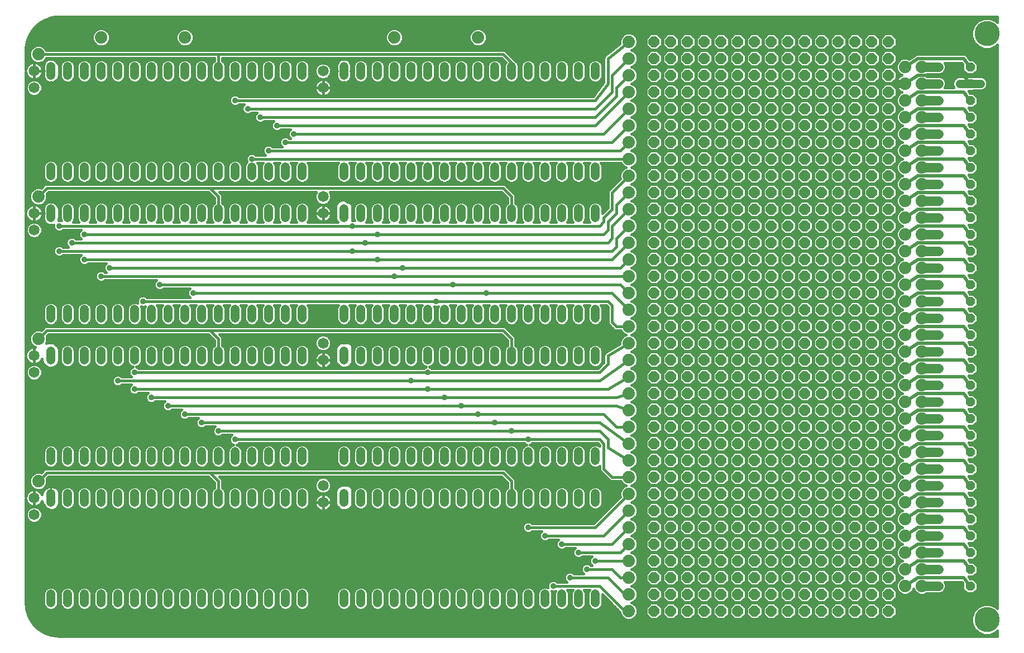
<source format=gtl>
G75*
%MOIN*%
%OFA0B0*%
%FSLAX24Y24*%
%IPPOS*%
%LPD*%
%AMOC8*
5,1,8,0,0,1.08239X$1,22.5*
%
%ADD10C,0.0520*%
%ADD11C,0.0650*%
%ADD12C,0.0740*%
%ADD13OC8,0.0560*%
%ADD14C,0.1502*%
%ADD15C,0.0160*%
%ADD16C,0.0560*%
%ADD17C,0.0200*%
%ADD18C,0.0357*%
%ADD19C,0.0500*%
%ADD20OC8,0.0650*%
D10*
X003440Y003295D02*
X003440Y003815D01*
X004440Y003815D02*
X004440Y003295D01*
X005440Y003295D02*
X005440Y003815D01*
X006440Y003815D02*
X006440Y003295D01*
X007440Y003295D02*
X007440Y003815D01*
X008440Y003815D02*
X008440Y003295D01*
X009440Y003295D02*
X009440Y003815D01*
X010440Y003815D02*
X010440Y003295D01*
X011440Y003295D02*
X011440Y003815D01*
X012440Y003815D02*
X012440Y003295D01*
X013440Y003295D02*
X013440Y003815D01*
X014440Y003815D02*
X014440Y003295D01*
X015440Y003295D02*
X015440Y003815D01*
X016440Y003815D02*
X016440Y003295D01*
X017440Y003295D02*
X017440Y003815D01*
X018440Y003815D02*
X018440Y003295D01*
X020940Y003295D02*
X020940Y003815D01*
X021940Y003815D02*
X021940Y003295D01*
X022940Y003295D02*
X022940Y003815D01*
X023940Y003815D02*
X023940Y003295D01*
X024940Y003295D02*
X024940Y003815D01*
X025940Y003815D02*
X025940Y003295D01*
X026940Y003295D02*
X026940Y003815D01*
X027940Y003815D02*
X027940Y003295D01*
X028940Y003295D02*
X028940Y003815D01*
X029940Y003815D02*
X029940Y003295D01*
X030940Y003295D02*
X030940Y003815D01*
X031940Y003815D02*
X031940Y003295D01*
X032940Y003295D02*
X032940Y003815D01*
X033940Y003815D02*
X033940Y003295D01*
X034940Y003295D02*
X034940Y003815D01*
X035940Y003815D02*
X035940Y003295D01*
X035940Y009295D02*
X035940Y009815D01*
X034940Y009815D02*
X034940Y009295D01*
X033940Y009295D02*
X033940Y009815D01*
X032940Y009815D02*
X032940Y009295D01*
X031940Y009295D02*
X031940Y009815D01*
X030940Y009815D02*
X030940Y009295D01*
X029940Y009295D02*
X029940Y009815D01*
X028940Y009815D02*
X028940Y009295D01*
X027940Y009295D02*
X027940Y009815D01*
X026940Y009815D02*
X026940Y009295D01*
X025940Y009295D02*
X025940Y009815D01*
X024940Y009815D02*
X024940Y009295D01*
X023940Y009295D02*
X023940Y009815D01*
X022940Y009815D02*
X022940Y009295D01*
X021940Y009295D02*
X021940Y009815D01*
X020940Y009815D02*
X020940Y009295D01*
X018440Y009295D02*
X018440Y009815D01*
X017440Y009815D02*
X017440Y009295D01*
X016440Y009295D02*
X016440Y009815D01*
X015440Y009815D02*
X015440Y009295D01*
X014440Y009295D02*
X014440Y009815D01*
X013440Y009815D02*
X013440Y009295D01*
X012440Y009295D02*
X012440Y009815D01*
X011440Y009815D02*
X011440Y009295D01*
X010440Y009295D02*
X010440Y009815D01*
X009440Y009815D02*
X009440Y009295D01*
X008440Y009295D02*
X008440Y009815D01*
X007440Y009815D02*
X007440Y009295D01*
X006440Y009295D02*
X006440Y009815D01*
X005440Y009815D02*
X005440Y009295D01*
X004440Y009295D02*
X004440Y009815D01*
X003440Y009815D02*
X003440Y009295D01*
X003440Y011795D02*
X003440Y012315D01*
X004440Y012315D02*
X004440Y011795D01*
X005440Y011795D02*
X005440Y012315D01*
X006440Y012315D02*
X006440Y011795D01*
X007440Y011795D02*
X007440Y012315D01*
X008440Y012315D02*
X008440Y011795D01*
X009440Y011795D02*
X009440Y012315D01*
X010440Y012315D02*
X010440Y011795D01*
X011440Y011795D02*
X011440Y012315D01*
X012440Y012315D02*
X012440Y011795D01*
X013440Y011795D02*
X013440Y012315D01*
X014440Y012315D02*
X014440Y011795D01*
X015440Y011795D02*
X015440Y012315D01*
X016440Y012315D02*
X016440Y011795D01*
X017440Y011795D02*
X017440Y012315D01*
X018440Y012315D02*
X018440Y011795D01*
X020940Y011795D02*
X020940Y012315D01*
X021940Y012315D02*
X021940Y011795D01*
X022940Y011795D02*
X022940Y012315D01*
X023940Y012315D02*
X023940Y011795D01*
X024940Y011795D02*
X024940Y012315D01*
X025940Y012315D02*
X025940Y011795D01*
X026940Y011795D02*
X026940Y012315D01*
X027940Y012315D02*
X027940Y011795D01*
X028940Y011795D02*
X028940Y012315D01*
X029940Y012315D02*
X029940Y011795D01*
X030940Y011795D02*
X030940Y012315D01*
X031940Y012315D02*
X031940Y011795D01*
X032940Y011795D02*
X032940Y012315D01*
X033940Y012315D02*
X033940Y011795D01*
X034940Y011795D02*
X034940Y012315D01*
X035940Y012315D02*
X035940Y011795D01*
X035940Y017795D02*
X035940Y018315D01*
X034940Y018315D02*
X034940Y017795D01*
X033940Y017795D02*
X033940Y018315D01*
X032940Y018315D02*
X032940Y017795D01*
X031940Y017795D02*
X031940Y018315D01*
X030940Y018315D02*
X030940Y017795D01*
X029940Y017795D02*
X029940Y018315D01*
X028940Y018315D02*
X028940Y017795D01*
X027940Y017795D02*
X027940Y018315D01*
X026940Y018315D02*
X026940Y017795D01*
X025940Y017795D02*
X025940Y018315D01*
X024940Y018315D02*
X024940Y017795D01*
X023940Y017795D02*
X023940Y018315D01*
X022940Y018315D02*
X022940Y017795D01*
X021940Y017795D02*
X021940Y018315D01*
X020940Y018315D02*
X020940Y017795D01*
X018440Y017795D02*
X018440Y018315D01*
X017440Y018315D02*
X017440Y017795D01*
X016440Y017795D02*
X016440Y018315D01*
X015440Y018315D02*
X015440Y017795D01*
X014440Y017795D02*
X014440Y018315D01*
X013440Y018315D02*
X013440Y017795D01*
X012440Y017795D02*
X012440Y018315D01*
X011440Y018315D02*
X011440Y017795D01*
X010440Y017795D02*
X010440Y018315D01*
X009440Y018315D02*
X009440Y017795D01*
X008440Y017795D02*
X008440Y018315D01*
X007440Y018315D02*
X007440Y017795D01*
X006440Y017795D02*
X006440Y018315D01*
X005440Y018315D02*
X005440Y017795D01*
X004440Y017795D02*
X004440Y018315D01*
X003440Y018315D02*
X003440Y017795D01*
X003440Y020295D02*
X003440Y020815D01*
X004440Y020815D02*
X004440Y020295D01*
X005440Y020295D02*
X005440Y020815D01*
X006440Y020815D02*
X006440Y020295D01*
X007440Y020295D02*
X007440Y020815D01*
X008440Y020815D02*
X008440Y020295D01*
X009440Y020295D02*
X009440Y020815D01*
X010440Y020815D02*
X010440Y020295D01*
X011440Y020295D02*
X011440Y020815D01*
X012440Y020815D02*
X012440Y020295D01*
X013440Y020295D02*
X013440Y020815D01*
X014440Y020815D02*
X014440Y020295D01*
X015440Y020295D02*
X015440Y020815D01*
X016440Y020815D02*
X016440Y020295D01*
X017440Y020295D02*
X017440Y020815D01*
X018440Y020815D02*
X018440Y020295D01*
X020940Y020295D02*
X020940Y020815D01*
X021940Y020815D02*
X021940Y020295D01*
X022940Y020295D02*
X022940Y020815D01*
X023940Y020815D02*
X023940Y020295D01*
X024940Y020295D02*
X024940Y020815D01*
X025940Y020815D02*
X025940Y020295D01*
X026940Y020295D02*
X026940Y020815D01*
X027940Y020815D02*
X027940Y020295D01*
X028940Y020295D02*
X028940Y020815D01*
X029940Y020815D02*
X029940Y020295D01*
X030940Y020295D02*
X030940Y020815D01*
X031940Y020815D02*
X031940Y020295D01*
X032940Y020295D02*
X032940Y020815D01*
X033940Y020815D02*
X033940Y020295D01*
X034940Y020295D02*
X034940Y020815D01*
X035940Y020815D02*
X035940Y020295D01*
X035940Y026295D02*
X035940Y026815D01*
X034940Y026815D02*
X034940Y026295D01*
X033940Y026295D02*
X033940Y026815D01*
X032940Y026815D02*
X032940Y026295D01*
X031940Y026295D02*
X031940Y026815D01*
X030940Y026815D02*
X030940Y026295D01*
X029940Y026295D02*
X029940Y026815D01*
X028940Y026815D02*
X028940Y026295D01*
X027940Y026295D02*
X027940Y026815D01*
X026940Y026815D02*
X026940Y026295D01*
X025940Y026295D02*
X025940Y026815D01*
X024940Y026815D02*
X024940Y026295D01*
X023940Y026295D02*
X023940Y026815D01*
X022940Y026815D02*
X022940Y026295D01*
X021940Y026295D02*
X021940Y026815D01*
X020940Y026815D02*
X020940Y026295D01*
X018440Y026295D02*
X018440Y026815D01*
X017440Y026815D02*
X017440Y026295D01*
X016440Y026295D02*
X016440Y026815D01*
X015440Y026815D02*
X015440Y026295D01*
X014440Y026295D02*
X014440Y026815D01*
X013440Y026815D02*
X013440Y026295D01*
X012440Y026295D02*
X012440Y026815D01*
X011440Y026815D02*
X011440Y026295D01*
X010440Y026295D02*
X010440Y026815D01*
X009440Y026815D02*
X009440Y026295D01*
X008440Y026295D02*
X008440Y026815D01*
X007440Y026815D02*
X007440Y026295D01*
X006440Y026295D02*
X006440Y026815D01*
X005440Y026815D02*
X005440Y026295D01*
X004440Y026295D02*
X004440Y026815D01*
X003440Y026815D02*
X003440Y026295D01*
X003440Y028795D02*
X003440Y029315D01*
X004440Y029315D02*
X004440Y028795D01*
X005440Y028795D02*
X005440Y029315D01*
X006440Y029315D02*
X006440Y028795D01*
X007440Y028795D02*
X007440Y029315D01*
X008440Y029315D02*
X008440Y028795D01*
X009440Y028795D02*
X009440Y029315D01*
X010440Y029315D02*
X010440Y028795D01*
X011440Y028795D02*
X011440Y029315D01*
X012440Y029315D02*
X012440Y028795D01*
X013440Y028795D02*
X013440Y029315D01*
X014440Y029315D02*
X014440Y028795D01*
X015440Y028795D02*
X015440Y029315D01*
X016440Y029315D02*
X016440Y028795D01*
X017440Y028795D02*
X017440Y029315D01*
X018440Y029315D02*
X018440Y028795D01*
X020940Y028795D02*
X020940Y029315D01*
X021940Y029315D02*
X021940Y028795D01*
X022940Y028795D02*
X022940Y029315D01*
X023940Y029315D02*
X023940Y028795D01*
X024940Y028795D02*
X024940Y029315D01*
X025940Y029315D02*
X025940Y028795D01*
X026940Y028795D02*
X026940Y029315D01*
X027940Y029315D02*
X027940Y028795D01*
X028940Y028795D02*
X028940Y029315D01*
X029940Y029315D02*
X029940Y028795D01*
X030940Y028795D02*
X030940Y029315D01*
X031940Y029315D02*
X031940Y028795D01*
X032940Y028795D02*
X032940Y029315D01*
X033940Y029315D02*
X033940Y028795D01*
X034940Y028795D02*
X034940Y029315D01*
X035940Y029315D02*
X035940Y028795D01*
X035940Y034795D02*
X035940Y035315D01*
X034940Y035315D02*
X034940Y034795D01*
X033940Y034795D02*
X033940Y035315D01*
X032940Y035315D02*
X032940Y034795D01*
X031940Y034795D02*
X031940Y035315D01*
X030940Y035315D02*
X030940Y034795D01*
X029940Y034795D02*
X029940Y035315D01*
X028940Y035315D02*
X028940Y034795D01*
X027940Y034795D02*
X027940Y035315D01*
X026940Y035315D02*
X026940Y034795D01*
X025940Y034795D02*
X025940Y035315D01*
X024940Y035315D02*
X024940Y034795D01*
X023940Y034795D02*
X023940Y035315D01*
X022940Y035315D02*
X022940Y034795D01*
X021940Y034795D02*
X021940Y035315D01*
X020940Y035315D02*
X020940Y034795D01*
X018440Y034795D02*
X018440Y035315D01*
X017440Y035315D02*
X017440Y034795D01*
X016440Y034795D02*
X016440Y035315D01*
X015440Y035315D02*
X015440Y034795D01*
X014440Y034795D02*
X014440Y035315D01*
X013440Y035315D02*
X013440Y034795D01*
X012440Y034795D02*
X012440Y035315D01*
X011440Y035315D02*
X011440Y034795D01*
X010440Y034795D02*
X010440Y035315D01*
X009440Y035315D02*
X009440Y034795D01*
X008440Y034795D02*
X008440Y035315D01*
X007440Y035315D02*
X007440Y034795D01*
X006440Y034795D02*
X006440Y035315D01*
X005440Y035315D02*
X005440Y034795D01*
X004440Y034795D02*
X004440Y035315D01*
X003440Y035315D02*
X003440Y034795D01*
D11*
X002440Y035055D03*
X002440Y034055D03*
X002440Y026555D03*
X002440Y025555D03*
X002440Y018055D03*
X002440Y017055D03*
X002440Y009555D03*
X002440Y008555D03*
X019690Y009305D03*
X019690Y010305D03*
X019690Y017805D03*
X019690Y018805D03*
X019690Y026555D03*
X019690Y027555D03*
X019690Y034055D03*
X019690Y035055D03*
D12*
X023940Y037055D03*
X028940Y037055D03*
X037940Y036805D03*
X037940Y035805D03*
X037940Y034805D03*
X037940Y033805D03*
X037940Y032805D03*
X037940Y031805D03*
X037940Y030805D03*
X037940Y029805D03*
X037940Y028805D03*
X037940Y027805D03*
X037940Y026805D03*
X037940Y025805D03*
X037940Y024805D03*
X037940Y023805D03*
X037940Y022805D03*
X037940Y021805D03*
X037940Y020805D03*
X037940Y019805D03*
X037940Y018805D03*
X037940Y017805D03*
X037940Y016805D03*
X037940Y015805D03*
X037940Y014805D03*
X037940Y013805D03*
X037940Y012805D03*
X037940Y011805D03*
X037940Y010805D03*
X037940Y009805D03*
X037940Y008805D03*
X037940Y007805D03*
X037940Y006805D03*
X037940Y005805D03*
X037940Y004805D03*
X037940Y003805D03*
X037940Y002805D03*
X054440Y004305D03*
X055440Y004305D03*
X055440Y005305D03*
X055440Y006305D03*
X054440Y006305D03*
X054440Y005305D03*
X054440Y007305D03*
X054440Y008305D03*
X055440Y008305D03*
X055440Y007305D03*
X055440Y009305D03*
X054440Y009305D03*
X054440Y010305D03*
X054440Y011305D03*
X055440Y011305D03*
X055440Y010305D03*
X055440Y012305D03*
X055440Y013305D03*
X054440Y013305D03*
X054440Y012305D03*
X054440Y014305D03*
X054440Y015305D03*
X055440Y015305D03*
X055440Y014305D03*
X055440Y016305D03*
X055440Y017305D03*
X054440Y017305D03*
X054440Y016305D03*
X054440Y018305D03*
X054440Y019305D03*
X055440Y019305D03*
X055440Y018305D03*
X055440Y020305D03*
X055440Y021305D03*
X054440Y021305D03*
X054440Y020305D03*
X054440Y022305D03*
X054440Y023305D03*
X055440Y023305D03*
X055440Y022305D03*
X055440Y024305D03*
X055440Y025305D03*
X054440Y025305D03*
X054440Y024305D03*
X054440Y026305D03*
X054440Y027305D03*
X055440Y027305D03*
X055440Y026305D03*
X055440Y028305D03*
X054440Y028305D03*
X054440Y029305D03*
X054440Y030305D03*
X055440Y030305D03*
X055440Y029305D03*
X055440Y031305D03*
X055440Y032305D03*
X054440Y032305D03*
X054440Y031305D03*
X054440Y033305D03*
X054440Y034305D03*
X055440Y034305D03*
X055440Y033305D03*
X055440Y035305D03*
X054440Y035305D03*
X011440Y037055D03*
X006440Y037055D03*
X002690Y036055D03*
X002690Y027555D03*
X002690Y019055D03*
X002690Y010555D03*
D13*
X056322Y010290D03*
X056322Y009290D03*
X056322Y008290D03*
X056322Y007290D03*
X056322Y006290D03*
X056322Y005290D03*
X056322Y004290D03*
X058322Y004290D03*
X058322Y005290D03*
X058322Y006290D03*
X058322Y007290D03*
X058322Y008290D03*
X058322Y009290D03*
X058322Y010290D03*
X058322Y011290D03*
X058322Y012290D03*
X058322Y013290D03*
X058322Y014290D03*
X058322Y015290D03*
X058322Y016290D03*
X058322Y017290D03*
X058322Y018290D03*
X058322Y019290D03*
X058322Y020290D03*
X058322Y021290D03*
X058322Y022290D03*
X058322Y023290D03*
X058322Y024290D03*
X058322Y025290D03*
X058322Y026290D03*
X058322Y027290D03*
X058322Y028290D03*
X058322Y029290D03*
X058322Y030290D03*
X058322Y031290D03*
X058322Y032290D03*
X058322Y033290D03*
X058322Y034290D03*
X058322Y035290D03*
X056322Y035290D03*
X056322Y034290D03*
X056322Y033290D03*
X056322Y032290D03*
X056322Y031290D03*
X056322Y030290D03*
X056322Y029290D03*
X056322Y028290D03*
X056322Y027290D03*
X056322Y026290D03*
X056322Y025290D03*
X056322Y024290D03*
X056322Y023290D03*
X056322Y022290D03*
X056322Y021290D03*
X056322Y020290D03*
X056322Y019290D03*
X056322Y018290D03*
X056322Y017290D03*
X056322Y016290D03*
X056322Y015290D03*
X056322Y014290D03*
X056322Y013290D03*
X056322Y012290D03*
X056322Y011290D03*
D14*
X059322Y002290D03*
X059322Y037290D03*
D15*
X002443Y001978D02*
X002294Y002168D01*
X002170Y002375D01*
X002070Y002595D01*
X001999Y002826D01*
X001955Y003063D01*
X001940Y003305D01*
X001940Y009483D01*
X001948Y009436D01*
X001972Y009361D01*
X002009Y009290D01*
X002055Y009226D01*
X002111Y009169D01*
X002176Y009123D01*
X002247Y009087D01*
X002322Y009062D01*
X002401Y009050D01*
X002440Y009050D01*
X002440Y009555D01*
X002440Y010060D01*
X002401Y010060D01*
X002322Y010047D01*
X002247Y010023D01*
X002176Y009986D01*
X002111Y009940D01*
X002055Y009884D01*
X002009Y009819D01*
X001972Y009748D01*
X001948Y009673D01*
X001940Y009626D01*
X001940Y017983D01*
X001948Y017936D01*
X001972Y017861D01*
X002009Y017790D01*
X002055Y017726D01*
X002111Y017669D01*
X002176Y017623D01*
X002247Y017587D01*
X002322Y017562D01*
X002401Y017550D01*
X002440Y017550D01*
X002440Y018055D01*
X002440Y018560D01*
X002401Y018560D01*
X002322Y018547D01*
X002247Y018523D01*
X002176Y018486D01*
X002111Y018440D01*
X002055Y018384D01*
X002009Y018319D01*
X001972Y018248D01*
X001948Y018173D01*
X001940Y018126D01*
X001940Y026483D01*
X001948Y026436D01*
X001972Y026361D01*
X002009Y026290D01*
X002055Y026226D01*
X002111Y026169D01*
X002176Y026123D01*
X002247Y026087D01*
X002322Y026062D01*
X002401Y026050D01*
X002440Y026050D01*
X002440Y026555D01*
X002440Y027060D01*
X002401Y027060D01*
X002322Y027047D01*
X002247Y027023D01*
X002176Y026986D01*
X002111Y026940D01*
X002055Y026884D01*
X002009Y026819D01*
X001972Y026748D01*
X001948Y026673D01*
X001940Y026626D01*
X001940Y034983D01*
X001948Y034936D01*
X001972Y034861D01*
X002009Y034790D01*
X002055Y034726D01*
X002111Y034669D01*
X002176Y034623D01*
X002247Y034587D01*
X002322Y034562D01*
X002401Y034550D01*
X002440Y034550D01*
X002440Y035055D01*
X002440Y035560D01*
X002401Y035560D01*
X002322Y035547D01*
X002247Y035523D01*
X002176Y035486D01*
X002111Y035440D01*
X002055Y035384D01*
X002009Y035319D01*
X001972Y035248D01*
X001948Y035173D01*
X001940Y035126D01*
X001940Y036305D01*
X001955Y036546D01*
X001999Y036783D01*
X002070Y037014D01*
X002170Y037234D01*
X002294Y037441D01*
X002443Y037631D01*
X002614Y037802D01*
X002804Y037951D01*
X003011Y038075D01*
X003231Y038175D01*
X003462Y038246D01*
X003699Y038290D01*
X003940Y038305D01*
X059942Y038305D01*
X059942Y037959D01*
X059838Y038062D01*
X059503Y038201D01*
X059141Y038201D01*
X058806Y038062D01*
X058549Y037806D01*
X058411Y037471D01*
X058411Y037109D01*
X058549Y036774D01*
X058806Y036518D01*
X059141Y036379D01*
X059503Y036379D01*
X059838Y036518D01*
X059942Y036621D01*
X059942Y002959D01*
X059838Y003062D01*
X059503Y003201D01*
X059141Y003201D01*
X058806Y003062D01*
X058549Y002806D01*
X058411Y002471D01*
X058411Y002109D01*
X058549Y001774D01*
X058806Y001518D01*
X059141Y001379D01*
X059503Y001379D01*
X059838Y001518D01*
X059942Y001621D01*
X059942Y001305D01*
X003940Y001305D01*
X003699Y001319D01*
X003462Y001363D01*
X003231Y001435D01*
X003011Y001534D01*
X002804Y001659D01*
X002614Y001808D01*
X002443Y001978D01*
X002478Y001944D02*
X058479Y001944D01*
X058413Y002102D02*
X002346Y002102D01*
X002239Y002261D02*
X058411Y002261D01*
X058411Y002419D02*
X053741Y002419D01*
X053641Y002320D02*
X053925Y002604D01*
X053925Y003005D01*
X053641Y003289D01*
X053240Y003289D01*
X052956Y003005D01*
X052956Y002604D01*
X053240Y002320D01*
X053641Y002320D01*
X053899Y002578D02*
X058455Y002578D01*
X058520Y002736D02*
X053925Y002736D01*
X053925Y002895D02*
X058638Y002895D01*
X058796Y003053D02*
X053878Y003053D01*
X053719Y003212D02*
X059942Y003212D01*
X059942Y003370D02*
X053692Y003370D01*
X053641Y003320D02*
X053925Y003604D01*
X053925Y004005D01*
X053641Y004289D01*
X053240Y004289D01*
X052956Y004005D01*
X052956Y003604D01*
X053240Y003320D01*
X053641Y003320D01*
X053850Y003529D02*
X059942Y003529D01*
X059942Y003687D02*
X053925Y003687D01*
X053925Y003846D02*
X054164Y003846D01*
X054140Y003855D02*
X054335Y003775D01*
X054546Y003775D01*
X054741Y003855D01*
X054890Y004004D01*
X054940Y004127D01*
X054991Y004004D01*
X055140Y003855D01*
X055335Y003775D01*
X055546Y003775D01*
X055741Y003855D01*
X055750Y003865D01*
X056125Y003865D01*
X056140Y003850D01*
X056504Y003850D01*
X056519Y003865D01*
X056528Y003865D01*
X056690Y003932D01*
X056813Y004055D01*
X056880Y004217D01*
X056880Y004392D01*
X056817Y004545D01*
X057810Y004545D01*
X057882Y004449D01*
X057882Y004108D01*
X058140Y003850D01*
X058504Y003850D01*
X058762Y004108D01*
X058762Y004472D01*
X058504Y004730D01*
X058321Y004730D01*
X058231Y004850D01*
X058504Y004850D01*
X058762Y005108D01*
X058762Y005472D01*
X058504Y005730D01*
X058321Y005730D01*
X058231Y005850D01*
X058504Y005850D01*
X058762Y006108D01*
X058762Y006472D01*
X058504Y006730D01*
X058321Y006730D01*
X058231Y006850D01*
X058504Y006850D01*
X058762Y007108D01*
X058762Y007472D01*
X058504Y007730D01*
X058321Y007730D01*
X058231Y007850D01*
X058504Y007850D01*
X058762Y008108D01*
X058762Y008472D01*
X058504Y008730D01*
X058321Y008730D01*
X058231Y008850D01*
X058504Y008850D01*
X058762Y009108D01*
X058762Y009472D01*
X058504Y009730D01*
X058321Y009730D01*
X058231Y009850D01*
X058504Y009850D01*
X058762Y010108D01*
X058762Y010472D01*
X058504Y010730D01*
X058321Y010730D01*
X058231Y010850D01*
X058504Y010850D01*
X058762Y011108D01*
X058762Y011472D01*
X058504Y011730D01*
X058321Y011730D01*
X058231Y011850D01*
X058504Y011850D01*
X058762Y012108D01*
X058762Y012472D01*
X058504Y012730D01*
X058321Y012730D01*
X058231Y012850D01*
X058504Y012850D01*
X058762Y013108D01*
X058762Y013472D01*
X058504Y013730D01*
X058321Y013730D01*
X058231Y013850D01*
X058504Y013850D01*
X058762Y014108D01*
X058762Y014472D01*
X058504Y014730D01*
X058321Y014730D01*
X058231Y014850D01*
X058504Y014850D01*
X058762Y015108D01*
X058762Y015472D01*
X058504Y015730D01*
X058321Y015730D01*
X058231Y015850D01*
X058504Y015850D01*
X058762Y016108D01*
X058762Y016472D01*
X058504Y016730D01*
X058321Y016730D01*
X058231Y016850D01*
X058504Y016850D01*
X058762Y017108D01*
X058762Y017472D01*
X058504Y017730D01*
X058321Y017730D01*
X058231Y017850D01*
X058504Y017850D01*
X058762Y018108D01*
X058762Y018472D01*
X058504Y018730D01*
X058321Y018730D01*
X058231Y018850D01*
X058504Y018850D01*
X058762Y019108D01*
X058762Y019472D01*
X058504Y019730D01*
X058321Y019730D01*
X058231Y019850D01*
X058504Y019850D01*
X058762Y020108D01*
X058762Y020472D01*
X058504Y020730D01*
X058321Y020730D01*
X058231Y020850D01*
X058504Y020850D01*
X058762Y021108D01*
X058762Y021472D01*
X058504Y021730D01*
X058321Y021730D01*
X058231Y021850D01*
X058504Y021850D01*
X058762Y022108D01*
X058762Y022472D01*
X058504Y022730D01*
X058321Y022730D01*
X058231Y022850D01*
X058504Y022850D01*
X058762Y023108D01*
X058762Y023472D01*
X058504Y023730D01*
X058321Y023730D01*
X058231Y023850D01*
X058504Y023850D01*
X058762Y024108D01*
X058762Y024472D01*
X058504Y024730D01*
X058321Y024730D01*
X058231Y024850D01*
X058504Y024850D01*
X058762Y025108D01*
X058762Y025472D01*
X058504Y025730D01*
X058321Y025730D01*
X058231Y025850D01*
X058504Y025850D01*
X058762Y026108D01*
X058762Y026472D01*
X058504Y026730D01*
X058321Y026730D01*
X058231Y026850D01*
X058504Y026850D01*
X058762Y027108D01*
X058762Y027472D01*
X058504Y027730D01*
X058321Y027730D01*
X058231Y027850D01*
X058504Y027850D01*
X058762Y028108D01*
X058762Y028472D01*
X058504Y028730D01*
X058321Y028730D01*
X059942Y028730D01*
X059942Y028572D02*
X058663Y028572D01*
X058762Y028413D02*
X059942Y028413D01*
X059942Y028255D02*
X058762Y028255D01*
X058750Y028096D02*
X059942Y028096D01*
X059942Y027938D02*
X058592Y027938D01*
X058614Y027621D02*
X059942Y027621D01*
X059942Y027779D02*
X058285Y027779D01*
X058762Y027462D02*
X059942Y027462D01*
X059942Y027304D02*
X058762Y027304D01*
X058762Y027145D02*
X059942Y027145D01*
X059942Y026987D02*
X058641Y026987D01*
X058565Y026670D02*
X059942Y026670D01*
X059942Y026828D02*
X058248Y026828D01*
X058723Y026511D02*
X059942Y026511D01*
X059942Y026353D02*
X058762Y026353D01*
X058762Y026194D02*
X059942Y026194D01*
X059942Y026036D02*
X058690Y026036D01*
X058531Y025877D02*
X059942Y025877D01*
X059942Y025719D02*
X058516Y025719D01*
X058674Y025560D02*
X059942Y025560D01*
X059942Y025402D02*
X058762Y025402D01*
X058762Y025243D02*
X059942Y025243D01*
X059942Y025085D02*
X058739Y025085D01*
X058580Y024926D02*
X059942Y024926D01*
X059942Y024768D02*
X058293Y024768D01*
X058625Y024609D02*
X059942Y024609D01*
X059942Y024451D02*
X058762Y024451D01*
X058762Y024292D02*
X059942Y024292D01*
X059942Y024134D02*
X058762Y024134D01*
X058629Y023975D02*
X059942Y023975D01*
X059942Y023817D02*
X058256Y023817D01*
X058576Y023658D02*
X059942Y023658D01*
X059942Y023500D02*
X058735Y023500D01*
X058762Y023341D02*
X059942Y023341D01*
X059942Y023183D02*
X058762Y023183D01*
X058678Y023024D02*
X059942Y023024D01*
X059942Y022866D02*
X058520Y022866D01*
X058527Y022707D02*
X059942Y022707D01*
X059942Y022549D02*
X058686Y022549D01*
X058762Y022390D02*
X059942Y022390D01*
X059942Y022232D02*
X058762Y022232D01*
X058727Y022073D02*
X059942Y022073D01*
X059942Y021915D02*
X058569Y021915D01*
X058302Y021756D02*
X059942Y021756D01*
X059942Y021598D02*
X058637Y021598D01*
X058762Y021439D02*
X059942Y021439D01*
X059942Y021281D02*
X058762Y021281D01*
X058762Y021122D02*
X059942Y021122D01*
X059942Y020964D02*
X058618Y020964D01*
X058588Y020647D02*
X059942Y020647D01*
X059942Y020805D02*
X058265Y020805D01*
X058746Y020488D02*
X059942Y020488D01*
X059942Y020330D02*
X058762Y020330D01*
X058762Y020171D02*
X059942Y020171D01*
X059942Y020013D02*
X058667Y020013D01*
X058508Y019854D02*
X059942Y019854D01*
X059942Y019696D02*
X058539Y019696D01*
X058697Y019537D02*
X059942Y019537D01*
X059942Y019379D02*
X058762Y019379D01*
X058762Y019220D02*
X059942Y019220D01*
X059942Y019062D02*
X058716Y019062D01*
X058557Y018903D02*
X059942Y018903D01*
X059942Y018745D02*
X058310Y018745D01*
X058648Y018586D02*
X059942Y018586D01*
X059942Y018428D02*
X058762Y018428D01*
X058762Y018269D02*
X059942Y018269D01*
X059942Y018111D02*
X058762Y018111D01*
X058606Y017952D02*
X059942Y017952D01*
X059942Y017794D02*
X058274Y017794D01*
X058599Y017635D02*
X059942Y017635D01*
X059942Y017477D02*
X058758Y017477D01*
X058762Y017318D02*
X059942Y017318D01*
X059942Y017160D02*
X058762Y017160D01*
X058655Y017001D02*
X059942Y017001D01*
X059942Y016843D02*
X058237Y016843D01*
X058550Y016684D02*
X059942Y016684D01*
X059942Y016526D02*
X058709Y016526D01*
X058762Y016367D02*
X059942Y016367D01*
X059942Y016209D02*
X058762Y016209D01*
X058704Y016050D02*
X059942Y016050D01*
X059942Y015892D02*
X058546Y015892D01*
X058319Y015733D02*
X059942Y015733D01*
X059942Y015575D02*
X058660Y015575D01*
X058762Y015416D02*
X059942Y015416D01*
X059942Y015258D02*
X058762Y015258D01*
X058753Y015099D02*
X059942Y015099D01*
X059942Y014941D02*
X058595Y014941D01*
X058611Y014624D02*
X059942Y014624D01*
X059942Y014782D02*
X058282Y014782D01*
X058762Y014465D02*
X059942Y014465D01*
X059942Y014307D02*
X058762Y014307D01*
X058762Y014148D02*
X059942Y014148D01*
X059942Y013990D02*
X058644Y013990D01*
X058562Y013673D02*
X059942Y013673D01*
X059942Y013831D02*
X058246Y013831D01*
X058720Y013514D02*
X059942Y013514D01*
X059942Y013356D02*
X058762Y013356D01*
X058762Y013197D02*
X059942Y013197D01*
X059942Y013039D02*
X058693Y013039D01*
X058534Y012880D02*
X059942Y012880D01*
X059942Y012722D02*
X058513Y012722D01*
X058671Y012563D02*
X059942Y012563D01*
X059942Y012405D02*
X058762Y012405D01*
X058762Y012246D02*
X059942Y012246D01*
X059942Y012088D02*
X058742Y012088D01*
X058583Y011929D02*
X059942Y011929D01*
X059942Y011771D02*
X058291Y011771D01*
X058622Y011612D02*
X059942Y011612D01*
X059942Y011454D02*
X058762Y011454D01*
X058762Y011295D02*
X059942Y011295D01*
X059942Y011137D02*
X058762Y011137D01*
X058632Y010978D02*
X059942Y010978D01*
X059942Y010820D02*
X058254Y010820D01*
X058573Y010661D02*
X059942Y010661D01*
X059942Y010503D02*
X058732Y010503D01*
X058762Y010344D02*
X059942Y010344D01*
X059942Y010186D02*
X058762Y010186D01*
X058681Y010027D02*
X059942Y010027D01*
X059942Y009869D02*
X058523Y009869D01*
X058524Y009710D02*
X059942Y009710D01*
X059942Y009552D02*
X058683Y009552D01*
X058762Y009393D02*
X059942Y009393D01*
X059942Y009235D02*
X058762Y009235D01*
X058730Y009076D02*
X059942Y009076D01*
X059942Y008918D02*
X058572Y008918D01*
X058300Y008759D02*
X059942Y008759D01*
X059942Y008601D02*
X058634Y008601D01*
X058762Y008442D02*
X059942Y008442D01*
X059942Y008284D02*
X058762Y008284D01*
X058762Y008125D02*
X059942Y008125D01*
X059942Y007967D02*
X058621Y007967D01*
X058585Y007650D02*
X059942Y007650D01*
X059942Y007808D02*
X058263Y007808D01*
X058743Y007491D02*
X059942Y007491D01*
X059942Y007333D02*
X058762Y007333D01*
X058762Y007174D02*
X059942Y007174D01*
X059942Y007016D02*
X058670Y007016D01*
X058511Y006857D02*
X059942Y006857D01*
X059942Y006699D02*
X058536Y006699D01*
X058694Y006540D02*
X059942Y006540D01*
X059942Y006382D02*
X058762Y006382D01*
X058762Y006223D02*
X059942Y006223D01*
X059942Y006065D02*
X058719Y006065D01*
X058560Y005906D02*
X059942Y005906D01*
X059942Y005748D02*
X058308Y005748D01*
X058645Y005589D02*
X059942Y005589D01*
X059942Y005431D02*
X058762Y005431D01*
X058762Y005272D02*
X059942Y005272D01*
X059942Y005114D02*
X058762Y005114D01*
X058609Y004955D02*
X059942Y004955D01*
X059942Y004797D02*
X058271Y004797D01*
X058596Y004638D02*
X059942Y004638D01*
X059942Y004480D02*
X058755Y004480D01*
X058762Y004321D02*
X059942Y004321D01*
X059942Y004163D02*
X058762Y004163D01*
X058658Y004004D02*
X059942Y004004D01*
X059942Y003846D02*
X055717Y003846D01*
X055440Y004305D02*
X056190Y004305D01*
X056762Y004004D02*
X057986Y004004D01*
X057882Y004163D02*
X056858Y004163D01*
X056880Y004321D02*
X057882Y004321D01*
X057859Y004480D02*
X056844Y004480D01*
X056190Y005305D02*
X055440Y005305D01*
X055440Y006305D02*
X056190Y006305D01*
X056190Y007305D02*
X055440Y007305D01*
X055440Y008305D02*
X056190Y008305D01*
X056190Y009305D02*
X055440Y009305D01*
X054263Y009805D02*
X054140Y009754D01*
X053991Y009605D01*
X053910Y009410D01*
X053910Y009199D01*
X053991Y009004D01*
X054140Y008855D01*
X054263Y008805D01*
X054140Y008754D01*
X053991Y008605D01*
X053910Y008410D01*
X053910Y008199D01*
X053991Y008004D01*
X054140Y007855D01*
X054263Y007805D01*
X054140Y007754D01*
X053991Y007605D01*
X053910Y007410D01*
X053910Y007199D01*
X053991Y007004D01*
X054140Y006855D01*
X054263Y006805D01*
X054140Y006754D01*
X053991Y006605D01*
X053910Y006410D01*
X053910Y006199D01*
X053991Y006004D01*
X054140Y005855D01*
X054263Y005805D01*
X054140Y005754D01*
X053991Y005605D01*
X053910Y005410D01*
X053910Y005199D01*
X053991Y005004D01*
X054140Y004855D01*
X054263Y004805D01*
X054140Y004754D01*
X053991Y004605D01*
X053910Y004410D01*
X053910Y004199D01*
X053991Y004004D01*
X054140Y003855D01*
X053991Y004004D02*
X053925Y004004D01*
X053926Y004163D02*
X053768Y004163D01*
X053641Y004320D02*
X053925Y004604D01*
X053925Y005005D01*
X053641Y005289D01*
X053240Y005289D01*
X052956Y005005D01*
X052956Y004604D01*
X053240Y004320D01*
X053641Y004320D01*
X053643Y004321D02*
X053910Y004321D01*
X053939Y004480D02*
X053801Y004480D01*
X053925Y004638D02*
X054024Y004638D01*
X053925Y004797D02*
X054243Y004797D01*
X054040Y004955D02*
X053925Y004955D01*
X053946Y005114D02*
X053817Y005114D01*
X053910Y005272D02*
X053659Y005272D01*
X053641Y005320D02*
X053925Y005604D01*
X053925Y006005D01*
X053641Y006289D01*
X053240Y006289D01*
X052956Y006005D01*
X052956Y005604D01*
X053240Y005320D01*
X053641Y005320D01*
X053752Y005431D02*
X053919Y005431D01*
X053911Y005589D02*
X053985Y005589D01*
X053925Y005748D02*
X054134Y005748D01*
X054089Y005906D02*
X053925Y005906D01*
X053966Y006065D02*
X053866Y006065D01*
X053910Y006223D02*
X053708Y006223D01*
X053641Y006320D02*
X053925Y006604D01*
X053925Y007005D01*
X053641Y007289D01*
X053240Y007289D01*
X052956Y007005D01*
X052956Y006604D01*
X053240Y006320D01*
X053641Y006320D01*
X053703Y006382D02*
X053910Y006382D01*
X053862Y006540D02*
X053964Y006540D01*
X053925Y006699D02*
X054085Y006699D01*
X054138Y006857D02*
X053925Y006857D01*
X053915Y007016D02*
X053986Y007016D01*
X053921Y007174D02*
X053757Y007174D01*
X053641Y007320D02*
X053925Y007604D01*
X053925Y008005D01*
X053641Y008289D01*
X053240Y008289D01*
X052956Y008005D01*
X052956Y007604D01*
X053240Y007320D01*
X053641Y007320D01*
X053654Y007333D02*
X053910Y007333D01*
X053944Y007491D02*
X053813Y007491D01*
X053925Y007650D02*
X054036Y007650D01*
X053925Y007808D02*
X054254Y007808D01*
X054029Y007967D02*
X053925Y007967D01*
X053941Y008125D02*
X053806Y008125D01*
X053910Y008284D02*
X053647Y008284D01*
X053641Y008320D02*
X053240Y008320D01*
X052956Y008604D01*
X052956Y009005D01*
X053240Y009289D01*
X053641Y009289D01*
X053925Y009005D01*
X053925Y008604D01*
X053641Y008320D01*
X053764Y008442D02*
X053924Y008442D01*
X053922Y008601D02*
X053989Y008601D01*
X053925Y008759D02*
X054153Y008759D01*
X054078Y008918D02*
X053925Y008918D01*
X053961Y009076D02*
X053855Y009076D01*
X053910Y009235D02*
X053696Y009235D01*
X053641Y009320D02*
X053925Y009604D01*
X053925Y010005D01*
X053641Y010289D01*
X053240Y010289D01*
X052956Y010005D01*
X052956Y009604D01*
X053240Y009320D01*
X053641Y009320D01*
X053715Y009393D02*
X053910Y009393D01*
X053873Y009552D02*
X053969Y009552D01*
X053925Y009710D02*
X054096Y009710D01*
X054140Y009855D02*
X054263Y009805D01*
X054140Y009855D02*
X053991Y010004D01*
X053910Y010199D01*
X053910Y010410D01*
X053991Y010605D01*
X054140Y010754D01*
X054263Y010805D01*
X054140Y010855D01*
X053991Y011004D01*
X053910Y011199D01*
X053910Y011410D01*
X053991Y011605D01*
X054140Y011754D01*
X054263Y011805D01*
X054140Y011855D01*
X053991Y012004D01*
X053910Y012199D01*
X053910Y012410D01*
X053991Y012605D01*
X054140Y012754D01*
X054263Y012805D01*
X054140Y012855D01*
X053991Y013004D01*
X053910Y013199D01*
X053910Y013410D01*
X053991Y013605D01*
X054140Y013754D01*
X054263Y013805D01*
X054140Y013855D01*
X053991Y014004D01*
X053910Y014199D01*
X053910Y014410D01*
X053991Y014605D01*
X054140Y014754D01*
X054263Y014805D01*
X054140Y014855D01*
X053991Y015004D01*
X053910Y015199D01*
X053910Y015410D01*
X053991Y015605D01*
X054140Y015754D01*
X054263Y015805D01*
X054140Y015855D01*
X053991Y016004D01*
X053910Y016199D01*
X053910Y016410D01*
X053991Y016605D01*
X054140Y016754D01*
X054263Y016805D01*
X054140Y016855D01*
X053991Y017004D01*
X053910Y017199D01*
X053910Y017410D01*
X053991Y017605D01*
X054140Y017754D01*
X054263Y017805D01*
X054140Y017855D01*
X053991Y018004D01*
X053910Y018199D01*
X053910Y018410D01*
X053991Y018605D01*
X054140Y018754D01*
X054263Y018805D01*
X054140Y018855D01*
X053991Y019004D01*
X053910Y019199D01*
X053910Y019410D01*
X053991Y019605D01*
X054140Y019754D01*
X054263Y019805D01*
X054140Y019855D01*
X053991Y020004D01*
X053910Y020199D01*
X053910Y020410D01*
X053991Y020605D01*
X054140Y020754D01*
X054263Y020805D01*
X054140Y020855D01*
X053991Y021004D01*
X053910Y021199D01*
X053910Y021410D01*
X053991Y021605D01*
X054140Y021754D01*
X054263Y021805D01*
X054140Y021855D01*
X053991Y022004D01*
X053910Y022199D01*
X053910Y022410D01*
X053991Y022605D01*
X054140Y022754D01*
X054263Y022805D01*
X054140Y022855D01*
X053991Y023004D01*
X053910Y023199D01*
X053910Y023410D01*
X053991Y023605D01*
X054140Y023754D01*
X054263Y023805D01*
X054140Y023855D01*
X053991Y024004D01*
X053910Y024199D01*
X053910Y024410D01*
X053991Y024605D01*
X054140Y024754D01*
X054263Y024805D01*
X054140Y024855D01*
X053991Y025004D01*
X053910Y025199D01*
X053910Y025410D01*
X053991Y025605D01*
X054140Y025754D01*
X054263Y025805D01*
X054140Y025855D01*
X053991Y026004D01*
X053910Y026199D01*
X053910Y026410D01*
X053991Y026605D01*
X054140Y026754D01*
X054263Y026805D01*
X054140Y026855D01*
X053991Y027004D01*
X053910Y027199D01*
X053910Y027410D01*
X053991Y027605D01*
X054140Y027754D01*
X054263Y027805D01*
X054140Y027855D01*
X053991Y028004D01*
X053910Y028199D01*
X053910Y028410D01*
X053991Y028605D01*
X054140Y028754D01*
X054263Y028805D01*
X054140Y028855D01*
X053991Y029004D01*
X053910Y029199D01*
X053910Y029410D01*
X053991Y029605D01*
X054140Y029754D01*
X054263Y029805D01*
X054140Y029855D01*
X053991Y030004D01*
X053910Y030199D01*
X053910Y030410D01*
X053991Y030605D01*
X054140Y030754D01*
X054263Y030805D01*
X054140Y030855D01*
X053991Y031004D01*
X053910Y031199D01*
X053910Y031410D01*
X053991Y031605D01*
X054140Y031754D01*
X054263Y031805D01*
X054140Y031855D01*
X053991Y032004D01*
X053910Y032199D01*
X053910Y032410D01*
X053991Y032605D01*
X054140Y032754D01*
X054263Y032805D01*
X054140Y032855D01*
X053991Y033004D01*
X053910Y033199D01*
X053910Y033410D01*
X053991Y033605D01*
X054140Y033754D01*
X054235Y033793D01*
X054229Y033795D01*
X054152Y033834D01*
X054082Y033885D01*
X054021Y033946D01*
X053970Y034016D01*
X053931Y034093D01*
X053904Y034176D01*
X053890Y034261D01*
X053890Y034285D01*
X054420Y034285D01*
X054420Y034325D01*
X053890Y034325D01*
X053890Y034348D01*
X053904Y034433D01*
X053931Y034516D01*
X053970Y034593D01*
X054021Y034663D01*
X054082Y034724D01*
X054152Y034775D01*
X054229Y034814D01*
X054235Y034816D01*
X054140Y034855D01*
X053991Y035004D01*
X053910Y035199D01*
X053910Y035410D01*
X053991Y035605D01*
X054140Y035754D01*
X054335Y035835D01*
X054546Y035835D01*
X054682Y035778D01*
X055025Y036007D01*
X055043Y036025D01*
X055067Y036035D01*
X055089Y036050D01*
X055115Y036055D01*
X055139Y036065D01*
X055165Y036065D01*
X055191Y036070D01*
X055216Y036065D01*
X057908Y036065D01*
X057926Y036069D01*
X057959Y036065D01*
X057992Y036065D01*
X058010Y036057D01*
X058028Y036055D01*
X058057Y036038D01*
X058088Y036025D01*
X058101Y036012D01*
X058117Y036002D01*
X058137Y035975D01*
X058161Y035952D01*
X058168Y035934D01*
X058321Y035730D01*
X058504Y035730D01*
X058762Y035472D01*
X058762Y035108D01*
X058504Y034850D01*
X058140Y034850D01*
X057882Y035108D01*
X057882Y035449D01*
X057810Y035545D01*
X056817Y035545D01*
X056880Y035392D01*
X056880Y035217D01*
X056813Y035055D01*
X056690Y034932D01*
X056528Y034865D01*
X056519Y034865D01*
X056504Y034850D01*
X056140Y034850D01*
X056125Y034865D01*
X055750Y034865D01*
X055741Y034855D01*
X055618Y034805D01*
X055741Y034754D01*
X055750Y034745D01*
X056528Y034745D01*
X056690Y034678D01*
X056813Y034554D01*
X056880Y034392D01*
X056880Y034217D01*
X056817Y034065D01*
X057351Y034065D01*
X057343Y034072D01*
X057280Y034223D01*
X057280Y034386D01*
X057343Y034537D01*
X057458Y034652D01*
X057609Y034715D01*
X058124Y034715D01*
X058140Y034730D01*
X058504Y034730D01*
X058520Y034715D01*
X059022Y034715D01*
X059173Y034652D01*
X059288Y034537D01*
X059350Y034386D01*
X059350Y034223D01*
X059288Y034072D01*
X059173Y033957D01*
X059022Y033895D01*
X058549Y033895D01*
X058504Y033850D01*
X058231Y033850D01*
X058321Y033730D01*
X058504Y033730D01*
X058762Y033472D01*
X058762Y033108D01*
X058504Y032850D01*
X058231Y032850D01*
X058321Y032730D01*
X058504Y032730D01*
X058762Y032472D01*
X058762Y032108D01*
X058504Y031850D01*
X058231Y031850D01*
X058321Y031730D01*
X058504Y031730D01*
X058762Y031472D01*
X058762Y031108D01*
X058504Y030850D01*
X058231Y030850D01*
X058321Y030730D01*
X058504Y030730D01*
X058762Y030472D01*
X058762Y030108D01*
X058504Y029850D01*
X058231Y029850D01*
X058321Y029730D01*
X058504Y029730D01*
X058762Y029472D01*
X058762Y029108D01*
X058504Y028850D01*
X058231Y028850D01*
X058321Y028730D01*
X058543Y028889D02*
X059942Y028889D01*
X059942Y029047D02*
X058701Y029047D01*
X058762Y029206D02*
X059942Y029206D01*
X059942Y029364D02*
X058762Y029364D01*
X058712Y029523D02*
X059942Y029523D01*
X059942Y029681D02*
X058553Y029681D01*
X058652Y029998D02*
X059942Y029998D01*
X059942Y029840D02*
X058239Y029840D01*
X058762Y030157D02*
X059942Y030157D01*
X059942Y030315D02*
X058762Y030315D01*
X058761Y030474D02*
X059942Y030474D01*
X059942Y030632D02*
X058602Y030632D01*
X058603Y030949D02*
X059942Y030949D01*
X059942Y030791D02*
X058276Y030791D01*
X058762Y031108D02*
X059942Y031108D01*
X059942Y031266D02*
X058762Y031266D01*
X058762Y031425D02*
X059942Y031425D01*
X059942Y031583D02*
X058651Y031583D01*
X058554Y031900D02*
X059942Y031900D01*
X059942Y031742D02*
X058313Y031742D01*
X058713Y032059D02*
X059942Y032059D01*
X059942Y032217D02*
X058762Y032217D01*
X058762Y032376D02*
X059942Y032376D01*
X059942Y032534D02*
X058700Y032534D01*
X058542Y032693D02*
X059942Y032693D01*
X059942Y032851D02*
X058505Y032851D01*
X058664Y033010D02*
X059942Y033010D01*
X059942Y033168D02*
X058762Y033168D01*
X058762Y033327D02*
X059942Y033327D01*
X059942Y033485D02*
X058749Y033485D01*
X058591Y033644D02*
X059942Y033644D01*
X059942Y033802D02*
X058267Y033802D01*
X057323Y034119D02*
X056840Y034119D01*
X056880Y034278D02*
X057280Y034278D01*
X057301Y034436D02*
X056862Y034436D01*
X056773Y034595D02*
X057401Y034595D01*
X057920Y035070D02*
X056820Y035070D01*
X056880Y035229D02*
X057882Y035229D01*
X057882Y035387D02*
X056880Y035387D01*
X056642Y034912D02*
X058078Y034912D01*
X058566Y034912D02*
X059942Y034912D01*
X059942Y035070D02*
X058724Y035070D01*
X058762Y035229D02*
X059942Y035229D01*
X059942Y035387D02*
X058762Y035387D01*
X058689Y035546D02*
X059942Y035546D01*
X059942Y035704D02*
X058530Y035704D01*
X058222Y035863D02*
X059942Y035863D01*
X059942Y036021D02*
X058092Y036021D01*
X058668Y036655D02*
X053925Y036655D01*
X053925Y036604D02*
X053641Y036320D01*
X053240Y036320D01*
X052956Y036604D01*
X052956Y037005D01*
X053240Y037289D01*
X053641Y037289D01*
X053925Y037005D01*
X053925Y036604D01*
X053818Y036497D02*
X058856Y036497D01*
X058533Y036814D02*
X053925Y036814D01*
X053925Y036972D02*
X058467Y036972D01*
X058411Y037131D02*
X053800Y037131D01*
X053641Y037289D02*
X058411Y037289D01*
X058411Y037448D02*
X029297Y037448D01*
X029241Y037504D02*
X029046Y037585D01*
X028835Y037585D01*
X028640Y037504D01*
X028491Y037355D01*
X028410Y037160D01*
X028410Y036949D01*
X028491Y036754D01*
X028640Y036605D01*
X028835Y036525D01*
X029046Y036525D01*
X029241Y036605D01*
X029390Y036754D01*
X029470Y036949D01*
X029470Y037160D01*
X029390Y037355D01*
X029241Y037504D01*
X029417Y037289D02*
X037725Y037289D01*
X037640Y037254D02*
X037491Y037105D01*
X037410Y036910D01*
X037410Y036699D01*
X037414Y036691D01*
X036567Y036013D01*
X036554Y036008D01*
X036530Y035984D01*
X036503Y035962D01*
X036497Y035950D01*
X036487Y035941D01*
X036474Y035909D01*
X036457Y035879D01*
X036456Y035865D01*
X036450Y035852D01*
X036450Y035818D01*
X036447Y035784D01*
X036450Y035770D01*
X036450Y034385D01*
X035820Y033545D01*
X014679Y033545D01*
X014632Y033591D01*
X014508Y033643D01*
X014373Y033643D01*
X014249Y033591D01*
X014154Y033496D01*
X014102Y033372D01*
X014102Y033237D01*
X014154Y033113D01*
X014249Y033018D01*
X014373Y032966D01*
X014508Y032966D01*
X014632Y033018D01*
X014679Y033065D01*
X014972Y033065D01*
X014904Y032996D01*
X014852Y032872D01*
X014852Y032737D01*
X014904Y032613D01*
X014999Y032518D01*
X015123Y032466D01*
X015258Y032466D01*
X015382Y032518D01*
X015429Y032565D01*
X015722Y032565D01*
X015654Y032496D01*
X015602Y032372D01*
X015602Y032237D01*
X015654Y032113D01*
X015749Y032018D01*
X015873Y031966D01*
X016008Y031966D01*
X016132Y032018D01*
X016179Y032065D01*
X016722Y032065D01*
X016654Y031996D01*
X016602Y031872D01*
X016602Y031737D01*
X016654Y031613D01*
X016749Y031518D01*
X016873Y031466D01*
X017008Y031466D01*
X017132Y031518D01*
X017179Y031565D01*
X017722Y031565D01*
X017654Y031496D01*
X017602Y031372D01*
X017602Y031237D01*
X017654Y031113D01*
X017722Y031045D01*
X017679Y031045D01*
X017632Y031091D01*
X017508Y031143D01*
X017373Y031143D01*
X017249Y031091D01*
X017154Y030996D01*
X017102Y030872D01*
X017102Y030737D01*
X017154Y030613D01*
X017222Y030545D01*
X016679Y030545D01*
X016632Y030591D01*
X016508Y030643D01*
X016373Y030643D01*
X016249Y030591D01*
X016154Y030496D01*
X016102Y030372D01*
X016102Y030237D01*
X016154Y030113D01*
X016222Y030045D01*
X015679Y030045D01*
X015632Y030091D01*
X015508Y030143D01*
X015373Y030143D01*
X015249Y030091D01*
X015154Y029996D01*
X015102Y029872D01*
X015102Y029737D01*
X015151Y029619D01*
X015084Y029552D01*
X015020Y029398D01*
X015020Y028711D01*
X015084Y028557D01*
X015203Y028439D01*
X015357Y028375D01*
X015524Y028375D01*
X015678Y028439D01*
X015796Y028557D01*
X015860Y028711D01*
X015860Y029398D01*
X015796Y029552D01*
X015784Y029565D01*
X016096Y029565D01*
X016084Y029552D01*
X016020Y029398D01*
X016020Y028711D01*
X016084Y028557D01*
X016203Y028439D01*
X016357Y028375D01*
X016524Y028375D01*
X016678Y028439D01*
X016796Y028557D01*
X016860Y028711D01*
X016860Y029398D01*
X016796Y029552D01*
X016784Y029565D01*
X017096Y029565D01*
X017084Y029552D01*
X017020Y029398D01*
X017020Y028711D01*
X017084Y028557D01*
X017203Y028439D01*
X017357Y028375D01*
X017524Y028375D01*
X017678Y028439D01*
X017796Y028557D01*
X017860Y028711D01*
X017860Y029398D01*
X017796Y029552D01*
X017784Y029565D01*
X018096Y029565D01*
X018084Y029552D01*
X018020Y029398D01*
X018020Y028711D01*
X018084Y028557D01*
X018203Y028439D01*
X018357Y028375D01*
X018524Y028375D01*
X018678Y028439D01*
X018796Y028557D01*
X018860Y028711D01*
X018860Y029398D01*
X018796Y029552D01*
X018784Y029565D01*
X020596Y029565D01*
X020584Y029552D01*
X020520Y029398D01*
X020520Y028711D01*
X020584Y028557D01*
X020703Y028439D01*
X020857Y028375D01*
X021024Y028375D01*
X021178Y028439D01*
X021296Y028557D01*
X021360Y028711D01*
X021360Y029398D01*
X021296Y029552D01*
X021284Y029565D01*
X021596Y029565D01*
X021584Y029552D01*
X021520Y029398D01*
X021520Y028711D01*
X021584Y028557D01*
X021703Y028439D01*
X021857Y028375D01*
X022024Y028375D01*
X022178Y028439D01*
X022296Y028557D01*
X022360Y028711D01*
X022360Y029398D01*
X022296Y029552D01*
X022284Y029565D01*
X022596Y029565D01*
X022584Y029552D01*
X022520Y029398D01*
X022520Y028711D01*
X022584Y028557D01*
X022703Y028439D01*
X022857Y028375D01*
X023024Y028375D01*
X023178Y028439D01*
X023296Y028557D01*
X023360Y028711D01*
X023360Y029398D01*
X023296Y029552D01*
X023284Y029565D01*
X023596Y029565D01*
X023584Y029552D01*
X023520Y029398D01*
X023520Y028711D01*
X023584Y028557D01*
X023703Y028439D01*
X023857Y028375D01*
X024024Y028375D01*
X024178Y028439D01*
X024296Y028557D01*
X024360Y028711D01*
X024360Y029398D01*
X024296Y029552D01*
X024284Y029565D01*
X024596Y029565D01*
X024584Y029552D01*
X024520Y029398D01*
X024520Y028711D01*
X024584Y028557D01*
X024703Y028439D01*
X024857Y028375D01*
X025024Y028375D01*
X025178Y028439D01*
X025296Y028557D01*
X025360Y028711D01*
X025360Y029398D01*
X025296Y029552D01*
X025284Y029565D01*
X025596Y029565D01*
X025584Y029552D01*
X025520Y029398D01*
X025520Y028711D01*
X025584Y028557D01*
X025703Y028439D01*
X025857Y028375D01*
X026024Y028375D01*
X026178Y028439D01*
X026296Y028557D01*
X026360Y028711D01*
X026360Y029398D01*
X026296Y029552D01*
X026284Y029565D01*
X026596Y029565D01*
X026584Y029552D01*
X026520Y029398D01*
X026520Y028711D01*
X026584Y028557D01*
X026703Y028439D01*
X026857Y028375D01*
X027024Y028375D01*
X027178Y028439D01*
X027296Y028557D01*
X027360Y028711D01*
X027360Y029398D01*
X027296Y029552D01*
X027284Y029565D01*
X027596Y029565D01*
X027584Y029552D01*
X027520Y029398D01*
X027520Y028711D01*
X027584Y028557D01*
X027703Y028439D01*
X027857Y028375D01*
X028024Y028375D01*
X028178Y028439D01*
X028296Y028557D01*
X028360Y028711D01*
X028360Y029398D01*
X028296Y029552D01*
X028284Y029565D01*
X028596Y029565D01*
X028584Y029552D01*
X028520Y029398D01*
X028520Y028711D01*
X028584Y028557D01*
X028703Y028439D01*
X028857Y028375D01*
X029024Y028375D01*
X029178Y028439D01*
X029296Y028557D01*
X029360Y028711D01*
X029360Y029398D01*
X029296Y029552D01*
X029284Y029565D01*
X029596Y029565D01*
X029584Y029552D01*
X029520Y029398D01*
X029520Y028711D01*
X029584Y028557D01*
X029703Y028439D01*
X029857Y028375D01*
X030024Y028375D01*
X030178Y028439D01*
X030296Y028557D01*
X030360Y028711D01*
X030360Y029398D01*
X030296Y029552D01*
X030284Y029565D01*
X030596Y029565D01*
X030584Y029552D01*
X030520Y029398D01*
X030520Y028711D01*
X030584Y028557D01*
X030703Y028439D01*
X030857Y028375D01*
X031024Y028375D01*
X031178Y028439D01*
X031296Y028557D01*
X031360Y028711D01*
X031360Y029398D01*
X031296Y029552D01*
X031284Y029565D01*
X031596Y029565D01*
X031584Y029552D01*
X031520Y029398D01*
X031520Y028711D01*
X031584Y028557D01*
X031703Y028439D01*
X031857Y028375D01*
X032024Y028375D01*
X032178Y028439D01*
X032296Y028557D01*
X032360Y028711D01*
X032360Y029398D01*
X032296Y029552D01*
X032284Y029565D01*
X032596Y029565D01*
X032584Y029552D01*
X032520Y029398D01*
X032520Y028711D01*
X032584Y028557D01*
X032703Y028439D01*
X032857Y028375D01*
X033024Y028375D01*
X033178Y028439D01*
X033296Y028557D01*
X033360Y028711D01*
X033360Y029398D01*
X033296Y029552D01*
X033284Y029565D01*
X033596Y029565D01*
X033584Y029552D01*
X033520Y029398D01*
X033520Y028711D01*
X033584Y028557D01*
X033703Y028439D01*
X033857Y028375D01*
X034024Y028375D01*
X034178Y028439D01*
X034296Y028557D01*
X034360Y028711D01*
X034360Y029398D01*
X034296Y029552D01*
X034284Y029565D01*
X034596Y029565D01*
X034584Y029552D01*
X034520Y029398D01*
X034520Y028711D01*
X034584Y028557D01*
X034703Y028439D01*
X034857Y028375D01*
X035024Y028375D01*
X035178Y028439D01*
X035296Y028557D01*
X035360Y028711D01*
X035360Y029398D01*
X035296Y029552D01*
X035284Y029565D01*
X035596Y029565D01*
X035584Y029552D01*
X035520Y029398D01*
X035520Y028711D01*
X035584Y028557D01*
X035703Y028439D01*
X035857Y028375D01*
X036024Y028375D01*
X036178Y028439D01*
X036296Y028557D01*
X036360Y028711D01*
X036360Y029398D01*
X036296Y029552D01*
X036284Y029565D01*
X037466Y029565D01*
X037491Y029504D01*
X037640Y029355D01*
X037763Y029305D01*
X037640Y029254D01*
X037491Y029105D01*
X037410Y028910D01*
X037410Y028699D01*
X037435Y028639D01*
X036804Y028008D01*
X036737Y027941D01*
X036700Y027852D01*
X036700Y026904D01*
X036360Y026564D01*
X036360Y026898D01*
X036296Y027052D01*
X036178Y027171D01*
X036024Y027235D01*
X035857Y027235D01*
X035703Y027171D01*
X035584Y027052D01*
X035520Y026898D01*
X035520Y026211D01*
X035584Y026057D01*
X035596Y026045D01*
X035284Y026045D01*
X035296Y026057D01*
X035360Y026211D01*
X035360Y026898D01*
X035296Y027052D01*
X035178Y027171D01*
X035024Y027235D01*
X034857Y027235D01*
X034703Y027171D01*
X034584Y027052D01*
X034520Y026898D01*
X034520Y026211D01*
X034584Y026057D01*
X034596Y026045D01*
X034284Y026045D01*
X034296Y026057D01*
X034360Y026211D01*
X034360Y026898D01*
X034296Y027052D01*
X034178Y027171D01*
X034024Y027235D01*
X033857Y027235D01*
X033703Y027171D01*
X033584Y027052D01*
X033520Y026898D01*
X033520Y026211D01*
X033584Y026057D01*
X033596Y026045D01*
X033284Y026045D01*
X033296Y026057D01*
X033360Y026211D01*
X033360Y026898D01*
X033296Y027052D01*
X033178Y027171D01*
X033024Y027235D01*
X032857Y027235D01*
X032703Y027171D01*
X032584Y027052D01*
X032520Y026898D01*
X032520Y026211D01*
X032584Y026057D01*
X032596Y026045D01*
X032284Y026045D01*
X032296Y026057D01*
X032360Y026211D01*
X032360Y026898D01*
X032296Y027052D01*
X032178Y027171D01*
X032024Y027235D01*
X031857Y027235D01*
X031703Y027171D01*
X031584Y027052D01*
X031520Y026898D01*
X031520Y026211D01*
X031584Y026057D01*
X031596Y026045D01*
X031284Y026045D01*
X031296Y026057D01*
X031360Y026211D01*
X031360Y026898D01*
X031296Y027052D01*
X031180Y027169D01*
X031180Y027602D01*
X031144Y027691D01*
X030644Y028191D01*
X030576Y028258D01*
X030488Y028295D01*
X003143Y028295D01*
X003054Y028258D01*
X002856Y028060D01*
X002796Y028085D01*
X002585Y028085D01*
X002390Y028004D01*
X002241Y027855D01*
X002160Y027660D01*
X002160Y027449D01*
X002241Y027254D01*
X002390Y027105D01*
X002513Y027054D01*
X002480Y027060D01*
X002440Y027060D01*
X002440Y026555D01*
X002440Y026555D01*
X002440Y026555D01*
X002945Y026555D01*
X002945Y026594D01*
X002933Y026673D01*
X002908Y026748D01*
X002872Y026819D01*
X002826Y026884D01*
X002769Y026940D01*
X002705Y026986D01*
X002634Y027023D01*
X002628Y027025D01*
X002796Y027025D01*
X002991Y027105D01*
X003140Y027254D01*
X003220Y027449D01*
X003220Y027660D01*
X003195Y027720D01*
X003290Y027815D01*
X012841Y027815D01*
X013200Y027455D01*
X013200Y027169D01*
X013084Y027052D01*
X013020Y026898D01*
X013020Y026211D01*
X013084Y026057D01*
X013096Y026045D01*
X012784Y026045D01*
X012796Y026057D01*
X012860Y026211D01*
X012860Y026898D01*
X012796Y027052D01*
X012678Y027171D01*
X012524Y027235D01*
X012357Y027235D01*
X012203Y027171D01*
X012084Y027052D01*
X012020Y026898D01*
X012020Y026211D01*
X012084Y026057D01*
X012096Y026045D01*
X011784Y026045D01*
X011796Y026057D01*
X011860Y026211D01*
X011860Y026898D01*
X011796Y027052D01*
X011678Y027171D01*
X011524Y027235D01*
X011357Y027235D01*
X011203Y027171D01*
X011084Y027052D01*
X011020Y026898D01*
X011020Y026211D01*
X011084Y026057D01*
X011096Y026045D01*
X010784Y026045D01*
X010796Y026057D01*
X010860Y026211D01*
X010860Y026898D01*
X010796Y027052D01*
X010678Y027171D01*
X010524Y027235D01*
X010357Y027235D01*
X010203Y027171D01*
X010084Y027052D01*
X010020Y026898D01*
X010020Y026211D01*
X010084Y026057D01*
X010096Y026045D01*
X009784Y026045D01*
X009796Y026057D01*
X009860Y026211D01*
X009860Y026898D01*
X009796Y027052D01*
X009678Y027171D01*
X009524Y027235D01*
X009357Y027235D01*
X009203Y027171D01*
X009084Y027052D01*
X009020Y026898D01*
X009020Y026211D01*
X009084Y026057D01*
X009096Y026045D01*
X008784Y026045D01*
X008796Y026057D01*
X008860Y026211D01*
X008860Y026898D01*
X008796Y027052D01*
X008678Y027171D01*
X008524Y027235D01*
X008357Y027235D01*
X008203Y027171D01*
X008084Y027052D01*
X008020Y026898D01*
X008020Y026211D01*
X008084Y026057D01*
X008096Y026045D01*
X007784Y026045D01*
X007796Y026057D01*
X007860Y026211D01*
X007860Y026898D01*
X007796Y027052D01*
X007678Y027171D01*
X007524Y027235D01*
X007357Y027235D01*
X007203Y027171D01*
X007084Y027052D01*
X007020Y026898D01*
X007020Y026211D01*
X007084Y026057D01*
X007096Y026045D01*
X006784Y026045D01*
X006796Y026057D01*
X006860Y026211D01*
X006860Y026898D01*
X006796Y027052D01*
X006678Y027171D01*
X006524Y027235D01*
X006357Y027235D01*
X006203Y027171D01*
X006084Y027052D01*
X006020Y026898D01*
X006020Y026211D01*
X006084Y026057D01*
X006096Y026045D01*
X005784Y026045D01*
X005796Y026057D01*
X005860Y026211D01*
X005860Y026898D01*
X005796Y027052D01*
X005678Y027171D01*
X005524Y027235D01*
X005357Y027235D01*
X005203Y027171D01*
X005084Y027052D01*
X005020Y026898D01*
X005020Y026211D01*
X005084Y026057D01*
X005096Y026045D01*
X004784Y026045D01*
X004796Y026057D01*
X004860Y026211D01*
X004860Y026898D01*
X004796Y027052D01*
X004678Y027171D01*
X004524Y027235D01*
X004357Y027235D01*
X004203Y027171D01*
X004084Y027052D01*
X004020Y026898D01*
X004020Y026211D01*
X004057Y026123D01*
X004008Y026143D01*
X003903Y026143D01*
X003907Y026165D01*
X003918Y026186D01*
X003921Y026214D01*
X003931Y026241D01*
X003930Y026248D01*
X003930Y026249D01*
X003930Y026296D01*
X003936Y026343D01*
X003930Y026361D01*
X003930Y026776D01*
X003936Y026823D01*
X003930Y026841D01*
X003930Y026860D01*
X003912Y026904D01*
X003899Y026949D01*
X003887Y026964D01*
X003880Y026981D01*
X003847Y027015D01*
X003817Y027052D01*
X003808Y027057D01*
X003776Y027101D01*
X003727Y027150D01*
X003671Y027191D01*
X003671Y027191D01*
X003667Y027194D01*
X003651Y027201D01*
X003649Y027202D01*
X003635Y027213D01*
X003616Y027219D01*
X003609Y027222D01*
X003565Y027237D01*
X003546Y027245D01*
X003538Y027245D01*
X003513Y027248D01*
X003509Y027250D01*
X003506Y027250D01*
X003475Y027255D01*
X003440Y027255D01*
X003406Y027255D01*
X003343Y027245D01*
X003295Y027245D01*
X003173Y027194D01*
X003081Y027101D01*
X003030Y026980D01*
X003030Y026977D01*
X003011Y026918D01*
X003000Y026849D01*
X003000Y026555D01*
X003030Y026555D01*
X003030Y026555D01*
X003000Y026555D01*
X003000Y026260D01*
X003011Y026192D01*
X003030Y026133D01*
X003030Y026129D01*
X003081Y026008D01*
X003173Y025915D01*
X003295Y025865D01*
X003343Y025865D01*
X003406Y025855D01*
X003440Y025855D01*
X003440Y025863D01*
X003440Y025863D01*
X003440Y025855D01*
X003475Y025855D01*
X003538Y025865D01*
X003546Y025865D01*
X003547Y025865D01*
X003554Y025864D01*
X003581Y025874D01*
X003604Y025876D01*
X003602Y025872D01*
X003602Y025737D01*
X003654Y025613D01*
X003749Y025518D01*
X003873Y025466D01*
X004008Y025466D01*
X004132Y025518D01*
X004179Y025565D01*
X005222Y025565D01*
X005154Y025496D01*
X005102Y025372D01*
X005102Y025237D01*
X005154Y025113D01*
X005222Y025045D01*
X004929Y025045D01*
X004882Y025091D01*
X004758Y025143D01*
X004623Y025143D01*
X004499Y025091D01*
X004404Y024996D01*
X004352Y024872D01*
X004352Y024737D01*
X004404Y024613D01*
X004472Y024545D01*
X004179Y024545D01*
X004132Y024591D01*
X004008Y024643D01*
X003873Y024643D01*
X003749Y024591D01*
X003654Y024496D01*
X003602Y024372D01*
X003602Y024237D01*
X003654Y024113D01*
X003749Y024018D01*
X003873Y023966D01*
X004008Y023966D01*
X004132Y024018D01*
X004179Y024065D01*
X005222Y024065D01*
X005154Y023996D01*
X005102Y023872D01*
X005102Y023737D01*
X005154Y023613D01*
X005249Y023518D01*
X005373Y023466D01*
X005508Y023466D01*
X005632Y023518D01*
X005679Y023565D01*
X006722Y023565D01*
X006654Y023496D01*
X006602Y023372D01*
X006602Y023237D01*
X006654Y023113D01*
X006722Y023045D01*
X006679Y023045D01*
X006632Y023091D01*
X006508Y023143D01*
X006373Y023143D01*
X006249Y023091D01*
X006154Y022996D01*
X006102Y022872D01*
X006102Y022737D01*
X006154Y022613D01*
X006249Y022518D01*
X006373Y022466D01*
X006508Y022466D01*
X006632Y022518D01*
X006679Y022565D01*
X009722Y022565D01*
X009654Y022496D01*
X009602Y022372D01*
X009602Y022237D01*
X009654Y022113D01*
X009749Y022018D01*
X009873Y021966D01*
X010008Y021966D01*
X010132Y022018D01*
X010179Y022065D01*
X011722Y022065D01*
X011654Y021996D01*
X011602Y021872D01*
X011602Y021737D01*
X011654Y021613D01*
X011722Y021545D01*
X009179Y021545D01*
X009132Y021591D01*
X009008Y021643D01*
X008873Y021643D01*
X008749Y021591D01*
X008654Y021496D01*
X008602Y021372D01*
X008602Y021237D01*
X008619Y021195D01*
X008524Y021235D01*
X008357Y021235D01*
X008203Y021171D01*
X008084Y021052D01*
X008020Y020898D01*
X008020Y020211D01*
X008084Y020057D01*
X008203Y019939D01*
X008357Y019875D01*
X008524Y019875D01*
X008678Y019939D01*
X008796Y020057D01*
X008860Y020211D01*
X008860Y020898D01*
X008824Y020987D01*
X008873Y020966D01*
X009008Y020966D01*
X009057Y020987D01*
X009020Y020898D01*
X009020Y020211D01*
X009084Y020057D01*
X009203Y019939D01*
X009357Y019875D01*
X009524Y019875D01*
X009678Y019939D01*
X009796Y020057D01*
X009860Y020211D01*
X009860Y020898D01*
X009796Y021052D01*
X009784Y021065D01*
X010096Y021065D01*
X010084Y021052D01*
X010020Y020898D01*
X010020Y020211D01*
X010084Y020057D01*
X010203Y019939D01*
X010357Y019875D01*
X010524Y019875D01*
X010678Y019939D01*
X010796Y020057D01*
X010860Y020211D01*
X010860Y020898D01*
X010796Y021052D01*
X010784Y021065D01*
X011096Y021065D01*
X011084Y021052D01*
X011020Y020898D01*
X011020Y020211D01*
X011084Y020057D01*
X011203Y019939D01*
X011357Y019875D01*
X011524Y019875D01*
X011678Y019939D01*
X011796Y020057D01*
X011860Y020211D01*
X011860Y020898D01*
X011796Y021052D01*
X011784Y021065D01*
X012096Y021065D01*
X012084Y021052D01*
X012020Y020898D01*
X012020Y020211D01*
X012084Y020057D01*
X012203Y019939D01*
X012357Y019875D01*
X012524Y019875D01*
X012678Y019939D01*
X012796Y020057D01*
X012860Y020211D01*
X012860Y020898D01*
X012796Y021052D01*
X012784Y021065D01*
X013096Y021065D01*
X013084Y021052D01*
X013020Y020898D01*
X013020Y020211D01*
X013084Y020057D01*
X013203Y019939D01*
X013357Y019875D01*
X013524Y019875D01*
X013678Y019939D01*
X013796Y020057D01*
X013860Y020211D01*
X013860Y020898D01*
X013796Y021052D01*
X013784Y021065D01*
X014096Y021065D01*
X014084Y021052D01*
X014020Y020898D01*
X014020Y020211D01*
X014084Y020057D01*
X014203Y019939D01*
X014357Y019875D01*
X014524Y019875D01*
X014678Y019939D01*
X014796Y020057D01*
X014860Y020211D01*
X014860Y020898D01*
X014796Y021052D01*
X014784Y021065D01*
X015096Y021065D01*
X015084Y021052D01*
X015020Y020898D01*
X015020Y020211D01*
X015084Y020057D01*
X015203Y019939D01*
X015357Y019875D01*
X015524Y019875D01*
X015678Y019939D01*
X015796Y020057D01*
X015860Y020211D01*
X015860Y020898D01*
X015796Y021052D01*
X015784Y021065D01*
X016096Y021065D01*
X016084Y021052D01*
X016020Y020898D01*
X016020Y020211D01*
X016084Y020057D01*
X016203Y019939D01*
X016357Y019875D01*
X016524Y019875D01*
X016678Y019939D01*
X016796Y020057D01*
X016860Y020211D01*
X016860Y020898D01*
X016796Y021052D01*
X016784Y021065D01*
X017096Y021065D01*
X017084Y021052D01*
X017020Y020898D01*
X017020Y020211D01*
X017084Y020057D01*
X017203Y019939D01*
X017357Y019875D01*
X017524Y019875D01*
X017678Y019939D01*
X017796Y020057D01*
X017860Y020211D01*
X017860Y020898D01*
X017796Y021052D01*
X017784Y021065D01*
X018096Y021065D01*
X018084Y021052D01*
X018020Y020898D01*
X018020Y020211D01*
X018084Y020057D01*
X018203Y019939D01*
X018357Y019875D01*
X018524Y019875D01*
X018678Y019939D01*
X018796Y020057D01*
X018860Y020211D01*
X018860Y020898D01*
X018796Y021052D01*
X018784Y021065D01*
X020596Y021065D01*
X020584Y021052D01*
X020520Y020898D01*
X020520Y020211D01*
X020584Y020057D01*
X020703Y019939D01*
X020857Y019875D01*
X021024Y019875D01*
X021178Y019939D01*
X021296Y020057D01*
X021360Y020211D01*
X021360Y020898D01*
X021296Y021052D01*
X021284Y021065D01*
X021596Y021065D01*
X021584Y021052D01*
X021520Y020898D01*
X021520Y020211D01*
X021584Y020057D01*
X021703Y019939D01*
X021857Y019875D01*
X022024Y019875D01*
X022178Y019939D01*
X022296Y020057D01*
X022360Y020211D01*
X022360Y020898D01*
X022296Y021052D01*
X022284Y021065D01*
X022596Y021065D01*
X022584Y021052D01*
X022520Y020898D01*
X022520Y020211D01*
X022584Y020057D01*
X022703Y019939D01*
X022857Y019875D01*
X023024Y019875D01*
X023178Y019939D01*
X023296Y020057D01*
X023360Y020211D01*
X023360Y020898D01*
X023296Y021052D01*
X023284Y021065D01*
X023596Y021065D01*
X023584Y021052D01*
X023520Y020898D01*
X023520Y020211D01*
X023584Y020057D01*
X023703Y019939D01*
X023857Y019875D01*
X024024Y019875D01*
X024178Y019939D01*
X024296Y020057D01*
X024360Y020211D01*
X024360Y020898D01*
X024296Y021052D01*
X024284Y021065D01*
X024596Y021065D01*
X024584Y021052D01*
X024520Y020898D01*
X024520Y020211D01*
X024584Y020057D01*
X024703Y019939D01*
X024857Y019875D01*
X025024Y019875D01*
X025178Y019939D01*
X025296Y020057D01*
X025360Y020211D01*
X025360Y020898D01*
X025296Y021052D01*
X025284Y021065D01*
X025596Y021065D01*
X025584Y021052D01*
X025520Y020898D01*
X025520Y020211D01*
X025584Y020057D01*
X025703Y019939D01*
X025857Y019875D01*
X026024Y019875D01*
X026178Y019939D01*
X026296Y020057D01*
X026360Y020211D01*
X026360Y020898D01*
X026324Y020987D01*
X026373Y020966D01*
X026508Y020966D01*
X026557Y020987D01*
X026520Y020898D01*
X026520Y020211D01*
X026584Y020057D01*
X026703Y019939D01*
X026857Y019875D01*
X027024Y019875D01*
X027178Y019939D01*
X027296Y020057D01*
X027360Y020211D01*
X027360Y020898D01*
X027296Y021052D01*
X027284Y021065D01*
X027596Y021065D01*
X027584Y021052D01*
X027520Y020898D01*
X027520Y020211D01*
X027584Y020057D01*
X027703Y019939D01*
X027857Y019875D01*
X028024Y019875D01*
X028178Y019939D01*
X028296Y020057D01*
X028360Y020211D01*
X028360Y020898D01*
X028296Y021052D01*
X028284Y021065D01*
X028596Y021065D01*
X028584Y021052D01*
X028520Y020898D01*
X028520Y020211D01*
X028584Y020057D01*
X028703Y019939D01*
X028857Y019875D01*
X029024Y019875D01*
X029178Y019939D01*
X029296Y020057D01*
X029360Y020211D01*
X029360Y020898D01*
X029296Y021052D01*
X029284Y021065D01*
X029596Y021065D01*
X029584Y021052D01*
X029520Y020898D01*
X029520Y020211D01*
X029584Y020057D01*
X029703Y019939D01*
X029857Y019875D01*
X030024Y019875D01*
X030178Y019939D01*
X030296Y020057D01*
X030360Y020211D01*
X030360Y020898D01*
X030296Y021052D01*
X030284Y021065D01*
X030596Y021065D01*
X030584Y021052D01*
X030520Y020898D01*
X030520Y020211D01*
X030584Y020057D01*
X030703Y019939D01*
X030857Y019875D01*
X031024Y019875D01*
X031178Y019939D01*
X031296Y020057D01*
X031360Y020211D01*
X031360Y020898D01*
X031296Y021052D01*
X031284Y021065D01*
X031596Y021065D01*
X031584Y021052D01*
X031520Y020898D01*
X031520Y020211D01*
X031584Y020057D01*
X031703Y019939D01*
X031857Y019875D01*
X032024Y019875D01*
X032178Y019939D01*
X032296Y020057D01*
X032360Y020211D01*
X032360Y020898D01*
X032296Y021052D01*
X032284Y021065D01*
X032596Y021065D01*
X032584Y021052D01*
X032520Y020898D01*
X032520Y020211D01*
X032584Y020057D01*
X032703Y019939D01*
X032857Y019875D01*
X033024Y019875D01*
X033178Y019939D01*
X033296Y020057D01*
X033360Y020211D01*
X033360Y020898D01*
X033296Y021052D01*
X033284Y021065D01*
X033596Y021065D01*
X033584Y021052D01*
X033520Y020898D01*
X033520Y020211D01*
X033584Y020057D01*
X033703Y019939D01*
X033857Y019875D01*
X034024Y019875D01*
X034178Y019939D01*
X034296Y020057D01*
X034360Y020211D01*
X034360Y020898D01*
X034296Y021052D01*
X034284Y021065D01*
X034596Y021065D01*
X034584Y021052D01*
X034520Y020898D01*
X034520Y020211D01*
X034584Y020057D01*
X034703Y019939D01*
X034857Y019875D01*
X035024Y019875D01*
X035178Y019939D01*
X035296Y020057D01*
X035360Y020211D01*
X035360Y020898D01*
X035296Y021052D01*
X035284Y021065D01*
X035596Y021065D01*
X035584Y021052D01*
X035520Y020898D01*
X035520Y020211D01*
X035584Y020057D01*
X035703Y019939D01*
X035857Y019875D01*
X036024Y019875D01*
X036178Y019939D01*
X036296Y020057D01*
X036360Y020211D01*
X036360Y020898D01*
X036296Y021052D01*
X036284Y021065D01*
X036591Y021065D01*
X036700Y020955D01*
X036700Y020007D01*
X036737Y019919D01*
X036987Y019669D01*
X037054Y019601D01*
X037143Y019565D01*
X037466Y019565D01*
X037491Y019504D01*
X037640Y019355D01*
X037763Y019305D01*
X037640Y019254D01*
X037491Y019105D01*
X037410Y018910D01*
X037410Y018766D01*
X036582Y018269D01*
X036554Y018258D01*
X036542Y018245D01*
X036526Y018236D01*
X036508Y018212D01*
X036487Y018191D01*
X036480Y018174D01*
X036469Y018159D01*
X036462Y018130D01*
X036450Y018102D01*
X036450Y018084D01*
X036446Y018066D01*
X036450Y018037D01*
X036450Y017654D01*
X036091Y017295D01*
X026179Y017295D01*
X026132Y017341D01*
X026038Y017380D01*
X026178Y017439D01*
X026296Y017557D01*
X026360Y017711D01*
X026360Y018398D01*
X026296Y018552D01*
X026178Y018671D01*
X026024Y018735D01*
X025857Y018735D01*
X025703Y018671D01*
X025584Y018552D01*
X025520Y018398D01*
X025520Y017711D01*
X025584Y017557D01*
X025703Y017439D01*
X025843Y017380D01*
X025749Y017341D01*
X025702Y017295D01*
X008679Y017295D01*
X008632Y017341D01*
X008538Y017380D01*
X008678Y017439D01*
X008796Y017557D01*
X008860Y017711D01*
X008860Y018398D01*
X008796Y018552D01*
X008678Y018671D01*
X008524Y018735D01*
X008357Y018735D01*
X008203Y018671D01*
X008084Y018552D01*
X008020Y018398D01*
X008020Y017711D01*
X008084Y017557D01*
X008203Y017439D01*
X008343Y017380D01*
X008249Y017341D01*
X008154Y017246D01*
X008102Y017122D01*
X008102Y016987D01*
X008154Y016863D01*
X008222Y016795D01*
X007679Y016795D01*
X007632Y016841D01*
X007508Y016893D01*
X007373Y016893D01*
X007249Y016841D01*
X007154Y016746D01*
X007102Y016622D01*
X007102Y016487D01*
X007154Y016363D01*
X007249Y016268D01*
X007373Y016216D01*
X007508Y016216D01*
X007632Y016268D01*
X007679Y016315D01*
X008222Y016315D01*
X008154Y016246D01*
X008102Y016122D01*
X008102Y015987D01*
X008154Y015863D01*
X008249Y015768D01*
X008373Y015716D01*
X008508Y015716D01*
X008632Y015768D01*
X008679Y015815D01*
X009222Y015815D01*
X009154Y015746D01*
X009102Y015622D01*
X009102Y015487D01*
X009154Y015363D01*
X009249Y015268D01*
X009373Y015216D01*
X009508Y015216D01*
X009632Y015268D01*
X009679Y015315D01*
X010222Y015315D01*
X010154Y015246D01*
X010102Y015122D01*
X010102Y014987D01*
X010154Y014863D01*
X010249Y014768D01*
X010373Y014716D01*
X010508Y014716D01*
X010632Y014768D01*
X010679Y014815D01*
X011222Y014815D01*
X011154Y014746D01*
X011102Y014622D01*
X011102Y014487D01*
X011154Y014363D01*
X011249Y014268D01*
X011373Y014216D01*
X011508Y014216D01*
X011632Y014268D01*
X011679Y014315D01*
X012222Y014315D01*
X012154Y014246D01*
X012102Y014122D01*
X012102Y013987D01*
X012154Y013863D01*
X012249Y013768D01*
X012373Y013716D01*
X012508Y013716D01*
X012632Y013768D01*
X012679Y013815D01*
X013222Y013815D01*
X013154Y013746D01*
X013102Y013622D01*
X013102Y013487D01*
X013154Y013363D01*
X013249Y013268D01*
X013373Y013216D01*
X013508Y013216D01*
X013632Y013268D01*
X013679Y013315D01*
X014222Y013315D01*
X014154Y013246D01*
X014102Y013122D01*
X014102Y012987D01*
X014154Y012863D01*
X014249Y012768D01*
X014343Y012729D01*
X014203Y012671D01*
X014084Y012552D01*
X014020Y012398D01*
X014020Y011711D01*
X014084Y011557D01*
X014203Y011439D01*
X014357Y011375D01*
X014524Y011375D01*
X014678Y011439D01*
X014796Y011557D01*
X014860Y011711D01*
X014860Y012398D01*
X014796Y012552D01*
X014678Y012671D01*
X014538Y012729D01*
X014632Y012768D01*
X014679Y012815D01*
X031702Y012815D01*
X031749Y012768D01*
X031843Y012729D01*
X031703Y012671D01*
X031584Y012552D01*
X031520Y012398D01*
X031520Y011711D01*
X031584Y011557D01*
X031703Y011439D01*
X031857Y011375D01*
X032024Y011375D01*
X032178Y011439D01*
X032296Y011557D01*
X032360Y011711D01*
X032360Y012398D01*
X032296Y012552D01*
X032178Y012671D01*
X032038Y012729D01*
X032132Y012768D01*
X032179Y012815D01*
X036091Y012815D01*
X036200Y012705D01*
X036200Y012649D01*
X036178Y012671D01*
X036024Y012735D01*
X035857Y012735D01*
X035703Y012671D01*
X035584Y012552D01*
X035520Y012398D01*
X035520Y011711D01*
X035584Y011557D01*
X035703Y011439D01*
X035857Y011375D01*
X036024Y011375D01*
X036178Y011439D01*
X036200Y011461D01*
X036200Y011257D01*
X036237Y011169D01*
X036304Y011101D01*
X036804Y010601D01*
X036893Y010565D01*
X037466Y010565D01*
X037491Y010504D01*
X037640Y010355D01*
X037763Y010305D01*
X037640Y010254D01*
X037491Y010105D01*
X037410Y009910D01*
X037410Y009699D01*
X037435Y009639D01*
X035841Y008045D01*
X032179Y008045D01*
X032132Y008091D01*
X032008Y008143D01*
X031873Y008143D01*
X031749Y008091D01*
X031654Y007996D01*
X031602Y007872D01*
X031602Y007737D01*
X031654Y007613D01*
X031749Y007518D01*
X031873Y007466D01*
X032008Y007466D01*
X032132Y007518D01*
X032179Y007565D01*
X032722Y007565D01*
X032654Y007496D01*
X032602Y007372D01*
X032602Y007237D01*
X032654Y007113D01*
X032749Y007018D01*
X032873Y006966D01*
X033008Y006966D01*
X033132Y007018D01*
X033179Y007065D01*
X033722Y007065D01*
X033654Y006996D01*
X033602Y006872D01*
X033602Y006737D01*
X033654Y006613D01*
X033749Y006518D01*
X033873Y006466D01*
X034008Y006466D01*
X034132Y006518D01*
X034179Y006565D01*
X034722Y006565D01*
X034654Y006496D01*
X034602Y006372D01*
X034602Y006237D01*
X034654Y006113D01*
X034749Y006018D01*
X034873Y005966D01*
X035008Y005966D01*
X035132Y006018D01*
X035179Y006065D01*
X035722Y006065D01*
X035654Y005996D01*
X035602Y005872D01*
X035602Y005737D01*
X035654Y005613D01*
X035722Y005545D01*
X035679Y005545D01*
X035632Y005591D01*
X035508Y005643D01*
X035373Y005643D01*
X035249Y005591D01*
X035154Y005496D01*
X035102Y005372D01*
X035102Y005237D01*
X035154Y005113D01*
X035222Y005045D01*
X034679Y005045D01*
X034632Y005091D01*
X034508Y005143D01*
X034373Y005143D01*
X034249Y005091D01*
X034154Y004996D01*
X034102Y004872D01*
X034102Y004737D01*
X034154Y004613D01*
X034222Y004545D01*
X033679Y004545D01*
X033632Y004591D01*
X033508Y004643D01*
X033373Y004643D01*
X033249Y004591D01*
X033154Y004496D01*
X033102Y004372D01*
X033102Y004237D01*
X033119Y004195D01*
X033024Y004235D01*
X032857Y004235D01*
X032703Y004171D01*
X032584Y004052D01*
X032520Y003898D01*
X032520Y003211D01*
X032584Y003057D01*
X032703Y002939D01*
X032857Y002875D01*
X033024Y002875D01*
X033178Y002939D01*
X033296Y003057D01*
X033360Y003211D01*
X033360Y003898D01*
X033324Y003987D01*
X033373Y003966D01*
X033508Y003966D01*
X033557Y003987D01*
X033520Y003898D01*
X033520Y003211D01*
X033584Y003057D01*
X033703Y002939D01*
X033857Y002875D01*
X034024Y002875D01*
X034178Y002939D01*
X034296Y003057D01*
X034360Y003211D01*
X034360Y003898D01*
X034296Y004052D01*
X034284Y004065D01*
X034596Y004065D01*
X034584Y004052D01*
X034520Y003898D01*
X034520Y003211D01*
X034584Y003057D01*
X034703Y002939D01*
X034857Y002875D01*
X035024Y002875D01*
X035178Y002939D01*
X035296Y003057D01*
X035360Y003211D01*
X035360Y003898D01*
X035296Y004052D01*
X035284Y004065D01*
X035596Y004065D01*
X035584Y004052D01*
X035520Y003898D01*
X035520Y003211D01*
X035584Y003057D01*
X035703Y002939D01*
X035857Y002875D01*
X036024Y002875D01*
X036178Y002939D01*
X036296Y003057D01*
X036360Y003211D01*
X036360Y003795D01*
X037410Y002745D01*
X037410Y002699D01*
X037491Y002504D01*
X037640Y002355D01*
X037835Y002275D01*
X038046Y002275D01*
X038241Y002355D01*
X038390Y002504D01*
X038470Y002699D01*
X038470Y002910D01*
X038390Y003105D01*
X038241Y003254D01*
X038118Y003305D01*
X038241Y003355D01*
X038390Y003504D01*
X038470Y003699D01*
X038470Y003910D01*
X038390Y004105D01*
X038241Y004254D01*
X038118Y004305D01*
X038241Y004355D01*
X038390Y004504D01*
X038470Y004699D01*
X038470Y004910D01*
X038390Y005105D01*
X038241Y005254D01*
X038118Y005305D01*
X038241Y005355D01*
X038390Y005504D01*
X038470Y005699D01*
X038470Y005910D01*
X038390Y006105D01*
X038241Y006254D01*
X038118Y006305D01*
X038241Y006355D01*
X038390Y006504D01*
X038470Y006699D01*
X038470Y006910D01*
X038390Y007105D01*
X038241Y007254D01*
X038118Y007305D01*
X038241Y007355D01*
X038390Y007504D01*
X038470Y007699D01*
X038470Y007910D01*
X038390Y008105D01*
X038241Y008254D01*
X038118Y008305D01*
X038241Y008355D01*
X038390Y008504D01*
X038470Y008699D01*
X038470Y008910D01*
X038390Y009105D01*
X038241Y009254D01*
X038118Y009305D01*
X038241Y009355D01*
X038390Y009504D01*
X038470Y009699D01*
X038470Y009910D01*
X038390Y010105D01*
X038241Y010254D01*
X038118Y010305D01*
X038241Y010355D01*
X038390Y010504D01*
X038470Y010699D01*
X038470Y010910D01*
X038390Y011105D01*
X038241Y011254D01*
X038118Y011305D01*
X038241Y011355D01*
X038390Y011504D01*
X038470Y011699D01*
X038470Y011910D01*
X038390Y012105D01*
X038241Y012254D01*
X038118Y012305D01*
X038241Y012355D01*
X038390Y012504D01*
X038470Y012699D01*
X038470Y012910D01*
X038390Y013105D01*
X038241Y013254D01*
X038118Y013305D01*
X038241Y013355D01*
X038390Y013504D01*
X038470Y013699D01*
X038470Y013910D01*
X038390Y014105D01*
X038241Y014254D01*
X038118Y014305D01*
X038241Y014355D01*
X038390Y014504D01*
X038470Y014699D01*
X038470Y014910D01*
X038390Y015105D01*
X038241Y015254D01*
X038118Y015305D01*
X038241Y015355D01*
X038390Y015504D01*
X038470Y015699D01*
X038470Y015910D01*
X038390Y016105D01*
X038241Y016254D01*
X038118Y016305D01*
X038241Y016355D01*
X038390Y016504D01*
X038470Y016699D01*
X038470Y016910D01*
X038390Y017105D01*
X038241Y017254D01*
X038118Y017305D01*
X038241Y017355D01*
X038390Y017504D01*
X038470Y017699D01*
X038470Y017910D01*
X038390Y018105D01*
X038241Y018254D01*
X038118Y018305D01*
X038241Y018355D01*
X038390Y018504D01*
X038470Y018699D01*
X038470Y018910D01*
X038390Y019105D01*
X038241Y019254D01*
X038118Y019305D01*
X038241Y019355D01*
X038390Y019504D01*
X038470Y019699D01*
X038470Y019910D01*
X038390Y020105D01*
X038241Y020254D01*
X038118Y020305D01*
X038241Y020355D01*
X038390Y020504D01*
X038470Y020699D01*
X038470Y020910D01*
X038390Y021105D01*
X038241Y021254D01*
X038118Y021305D01*
X038241Y021355D01*
X038390Y021504D01*
X038470Y021699D01*
X038470Y021910D01*
X038390Y022105D01*
X038241Y022254D01*
X038118Y022305D01*
X038241Y022355D01*
X038390Y022504D01*
X038470Y022699D01*
X038470Y022910D01*
X038390Y023105D01*
X038241Y023254D01*
X038118Y023305D01*
X038241Y023355D01*
X038390Y023504D01*
X038470Y023699D01*
X038470Y023910D01*
X038390Y024105D01*
X038241Y024254D01*
X038118Y024305D01*
X038241Y024355D01*
X038390Y024504D01*
X038470Y024699D01*
X038470Y024910D01*
X038390Y025105D01*
X038241Y025254D01*
X038118Y025305D01*
X038241Y025355D01*
X038390Y025504D01*
X038470Y025699D01*
X038470Y025910D01*
X038390Y026105D01*
X038241Y026254D01*
X038118Y026305D01*
X038241Y026355D01*
X038390Y026504D01*
X038470Y026699D01*
X038470Y026910D01*
X038390Y027105D01*
X038241Y027254D01*
X038118Y027305D01*
X038241Y027355D01*
X038390Y027504D01*
X038470Y027699D01*
X038470Y027910D01*
X038390Y028105D01*
X038241Y028254D01*
X038118Y028305D01*
X038241Y028355D01*
X038390Y028504D01*
X038470Y028699D01*
X038470Y028910D01*
X038390Y029105D01*
X038241Y029254D01*
X038118Y029305D01*
X038241Y029355D01*
X038390Y029504D01*
X038470Y029699D01*
X038470Y029910D01*
X038390Y030105D01*
X038241Y030254D01*
X038118Y030305D01*
X038241Y030355D01*
X038390Y030504D01*
X038470Y030699D01*
X038470Y030910D01*
X038390Y031105D01*
X038241Y031254D01*
X038118Y031305D01*
X038241Y031355D01*
X038390Y031504D01*
X038470Y031699D01*
X038470Y031910D01*
X038390Y032105D01*
X038241Y032254D01*
X038118Y032305D01*
X038241Y032355D01*
X038390Y032504D01*
X038470Y032699D01*
X038470Y032910D01*
X038390Y033105D01*
X038241Y033254D01*
X038118Y033305D01*
X038241Y033355D01*
X038390Y033504D01*
X038470Y033699D01*
X038470Y033910D01*
X038390Y034105D01*
X038241Y034254D01*
X038118Y034305D01*
X038241Y034355D01*
X038390Y034504D01*
X038470Y034699D01*
X038470Y034910D01*
X038390Y035105D01*
X038241Y035254D01*
X038118Y035305D01*
X038241Y035355D01*
X038390Y035504D01*
X038470Y035699D01*
X038470Y035910D01*
X038390Y036105D01*
X038241Y036254D01*
X038118Y036305D01*
X038241Y036355D01*
X038390Y036504D01*
X038470Y036699D01*
X038470Y036910D01*
X038390Y037105D01*
X038241Y037254D01*
X038046Y037335D01*
X037835Y037335D01*
X037640Y037254D01*
X037517Y037131D02*
X029470Y037131D01*
X029470Y036972D02*
X037436Y036972D01*
X037410Y036814D02*
X029414Y036814D01*
X029291Y036655D02*
X037369Y036655D01*
X037171Y036497D02*
X002998Y036497D01*
X002991Y036504D02*
X002796Y036585D01*
X002585Y036585D01*
X002390Y036504D01*
X002241Y036355D01*
X002160Y036160D01*
X002160Y035949D01*
X002241Y035754D01*
X002390Y035605D01*
X002513Y035554D01*
X002480Y035560D01*
X002440Y035560D01*
X002440Y035055D01*
X002440Y035055D01*
X002440Y035055D01*
X002945Y035055D01*
X002945Y035094D01*
X002933Y035173D01*
X002908Y035248D01*
X002872Y035319D01*
X002826Y035384D01*
X002769Y035440D01*
X002705Y035486D01*
X002634Y035523D01*
X002628Y035525D01*
X002796Y035525D01*
X002991Y035605D01*
X003140Y035754D01*
X003165Y035815D01*
X013200Y035815D01*
X013200Y035669D01*
X013084Y035552D01*
X013020Y035398D01*
X013020Y034711D01*
X013084Y034557D01*
X013203Y034439D01*
X013357Y034375D01*
X013524Y034375D01*
X013678Y034439D01*
X013796Y034557D01*
X013860Y034711D01*
X013860Y035398D01*
X013796Y035552D01*
X013680Y035669D01*
X013680Y035815D01*
X030341Y035815D01*
X030594Y035562D01*
X030584Y035552D01*
X030520Y035398D01*
X030520Y034711D01*
X030584Y034557D01*
X030703Y034439D01*
X030857Y034375D01*
X031024Y034375D01*
X031178Y034439D01*
X031296Y034557D01*
X031360Y034711D01*
X031360Y035398D01*
X031296Y035552D01*
X031178Y035671D01*
X031147Y035684D01*
X031144Y035691D01*
X030644Y036191D01*
X030576Y036258D01*
X030488Y036295D01*
X003165Y036295D01*
X003140Y036355D01*
X002991Y036504D01*
X003147Y036338D02*
X036973Y036338D01*
X036775Y036180D02*
X030655Y036180D01*
X030813Y036021D02*
X036577Y036021D01*
X036455Y035863D02*
X030972Y035863D01*
X031130Y035704D02*
X031783Y035704D01*
X031857Y035735D02*
X031703Y035671D01*
X031584Y035552D01*
X031520Y035398D01*
X031520Y034711D01*
X031584Y034557D01*
X031703Y034439D01*
X031857Y034375D01*
X032024Y034375D01*
X032178Y034439D01*
X032296Y034557D01*
X032360Y034711D01*
X032360Y035398D01*
X032296Y035552D01*
X032178Y035671D01*
X032024Y035735D01*
X031857Y035735D01*
X032097Y035704D02*
X032783Y035704D01*
X032857Y035735D02*
X032703Y035671D01*
X032584Y035552D01*
X032520Y035398D01*
X032520Y034711D01*
X032584Y034557D01*
X032703Y034439D01*
X032857Y034375D01*
X033024Y034375D01*
X033178Y034439D01*
X033296Y034557D01*
X033360Y034711D01*
X033360Y035398D01*
X033296Y035552D01*
X033178Y035671D01*
X033024Y035735D01*
X032857Y035735D01*
X033097Y035704D02*
X033783Y035704D01*
X033857Y035735D02*
X033703Y035671D01*
X033584Y035552D01*
X033520Y035398D01*
X033520Y034711D01*
X033584Y034557D01*
X033703Y034439D01*
X033857Y034375D01*
X034024Y034375D01*
X034178Y034439D01*
X034296Y034557D01*
X034360Y034711D01*
X034360Y035398D01*
X034296Y035552D01*
X034178Y035671D01*
X034024Y035735D01*
X033857Y035735D01*
X034097Y035704D02*
X034783Y035704D01*
X034857Y035735D02*
X034703Y035671D01*
X034584Y035552D01*
X034520Y035398D01*
X034520Y034711D01*
X034584Y034557D01*
X034703Y034439D01*
X034857Y034375D01*
X035024Y034375D01*
X035178Y034439D01*
X035296Y034557D01*
X035360Y034711D01*
X035360Y035398D01*
X035296Y035552D01*
X035178Y035671D01*
X035024Y035735D01*
X034857Y035735D01*
X035097Y035704D02*
X035783Y035704D01*
X035857Y035735D02*
X035703Y035671D01*
X035584Y035552D01*
X035520Y035398D01*
X035520Y034711D01*
X035584Y034557D01*
X035703Y034439D01*
X035857Y034375D01*
X036024Y034375D01*
X036178Y034439D01*
X036296Y034557D01*
X036360Y034711D01*
X036360Y035398D01*
X036296Y035552D01*
X036178Y035671D01*
X036024Y035735D01*
X035857Y035735D01*
X036097Y035704D02*
X036450Y035704D01*
X036450Y035546D02*
X036299Y035546D01*
X036360Y035387D02*
X036450Y035387D01*
X036450Y035229D02*
X036360Y035229D01*
X036360Y035070D02*
X036450Y035070D01*
X036450Y034912D02*
X036360Y034912D01*
X036360Y034753D02*
X036450Y034753D01*
X036450Y034595D02*
X036312Y034595D01*
X036450Y034436D02*
X036173Y034436D01*
X036370Y034278D02*
X020144Y034278D01*
X020158Y034248D02*
X020122Y034319D01*
X020076Y034384D01*
X020019Y034440D01*
X019955Y034486D01*
X019884Y034523D01*
X019809Y034547D01*
X019730Y034560D01*
X019690Y034560D01*
X019651Y034560D01*
X019572Y034547D01*
X019497Y034523D01*
X019426Y034486D01*
X019361Y034440D01*
X019305Y034384D01*
X019259Y034319D01*
X019222Y034248D01*
X019198Y034173D01*
X019185Y034094D01*
X019185Y034055D01*
X019690Y034055D01*
X019690Y034560D01*
X019690Y034055D01*
X019690Y034055D01*
X019690Y034055D01*
X019185Y034055D01*
X019185Y034015D01*
X019198Y033936D01*
X019222Y033861D01*
X019259Y033790D01*
X019305Y033726D01*
X019361Y033669D01*
X019426Y033623D01*
X019497Y033587D01*
X019572Y033562D01*
X019651Y033550D01*
X019690Y033550D01*
X019690Y034055D01*
X019690Y034055D01*
X020195Y034055D01*
X020195Y034094D01*
X020183Y034173D01*
X020158Y034248D01*
X020191Y034119D02*
X036251Y034119D01*
X036132Y033961D02*
X020187Y033961D01*
X020183Y033936D02*
X020195Y034015D01*
X020195Y034055D01*
X019690Y034055D01*
X019690Y034055D01*
X019690Y033550D01*
X019730Y033550D01*
X019809Y033562D01*
X019884Y033587D01*
X019955Y033623D01*
X020019Y033669D01*
X020076Y033726D01*
X020122Y033790D01*
X020158Y033861D01*
X020183Y033936D01*
X020129Y033802D02*
X036014Y033802D01*
X035895Y033644D02*
X019984Y033644D01*
X019690Y033644D02*
X019690Y033644D01*
X019690Y033802D02*
X019690Y033802D01*
X019690Y033961D02*
X019690Y033961D01*
X019690Y034119D02*
X019690Y034119D01*
X019690Y034278D02*
X019690Y034278D01*
X019690Y034436D02*
X019690Y034436D01*
X019594Y034570D02*
X019787Y034570D01*
X019965Y034643D01*
X020102Y034780D01*
X020175Y034958D01*
X020175Y035151D01*
X020102Y035329D01*
X019965Y035466D01*
X019787Y035540D01*
X019594Y035540D01*
X019416Y035466D01*
X019279Y035329D01*
X019205Y035151D01*
X019205Y034958D01*
X019279Y034780D01*
X019416Y034643D01*
X019594Y034570D01*
X019533Y034595D02*
X018812Y034595D01*
X018796Y034557D02*
X018860Y034711D01*
X018860Y035398D01*
X018796Y035552D01*
X018678Y035671D01*
X018524Y035735D01*
X018357Y035735D01*
X018203Y035671D01*
X018084Y035552D01*
X018020Y035398D01*
X018020Y034711D01*
X018084Y034557D01*
X018203Y034439D01*
X018357Y034375D01*
X018524Y034375D01*
X018678Y034439D01*
X018796Y034557D01*
X018673Y034436D02*
X019358Y034436D01*
X019237Y034278D02*
X002873Y034278D01*
X002852Y034329D02*
X002715Y034466D01*
X002537Y034540D01*
X002344Y034540D01*
X002166Y034466D01*
X002029Y034329D01*
X001955Y034151D01*
X001955Y033958D01*
X002029Y033780D01*
X002166Y033643D01*
X002344Y033570D01*
X002537Y033570D01*
X002715Y033643D01*
X002852Y033780D01*
X002925Y033958D01*
X002925Y034151D01*
X002852Y034329D01*
X002745Y034436D02*
X003172Y034436D01*
X003173Y034435D02*
X003205Y034422D01*
X003210Y034418D01*
X003272Y034387D01*
X003337Y034365D01*
X003406Y034355D01*
X003440Y034355D01*
X003440Y034383D01*
X003440Y034383D01*
X003440Y034355D01*
X003475Y034355D01*
X003543Y034365D01*
X003609Y034387D01*
X003671Y034418D01*
X003690Y034432D01*
X003703Y034437D01*
X003721Y034452D01*
X003742Y034461D01*
X003762Y034481D01*
X003786Y034496D01*
X003800Y034515D01*
X003819Y034529D01*
X003834Y034553D01*
X003854Y034573D01*
X003863Y034594D01*
X003878Y034612D01*
X003888Y034638D01*
X003903Y034663D01*
X003907Y034685D01*
X003918Y034706D01*
X003921Y034734D01*
X003931Y034761D01*
X003930Y034768D01*
X003930Y034769D01*
X003930Y034816D01*
X003936Y034863D01*
X003930Y034881D01*
X003930Y035380D01*
X003880Y035501D01*
X003787Y035594D01*
X003778Y035598D01*
X003776Y035601D01*
X003763Y035614D01*
X003760Y035621D01*
X003667Y035714D01*
X003546Y035765D01*
X003415Y035765D01*
X003295Y035765D01*
X003173Y035714D01*
X003081Y035621D01*
X003030Y035500D01*
X003030Y035477D01*
X003011Y035418D01*
X003000Y035349D01*
X003000Y035055D01*
X003030Y035055D01*
X003030Y035055D01*
X003000Y035055D01*
X003000Y034760D01*
X003011Y034692D01*
X003033Y034626D01*
X003064Y034564D01*
X003068Y034559D01*
X003081Y034528D01*
X003173Y034435D01*
X003048Y034595D02*
X002650Y034595D01*
X002634Y034587D02*
X002705Y034623D01*
X002769Y034669D01*
X002826Y034726D01*
X002872Y034790D01*
X002908Y034861D01*
X002933Y034936D01*
X002945Y035015D01*
X002945Y035055D01*
X002440Y035055D01*
X002440Y035055D01*
X002440Y034550D01*
X002480Y034550D01*
X002559Y034562D01*
X002634Y034587D01*
X002440Y034595D02*
X002440Y034595D01*
X002440Y034753D02*
X002440Y034753D01*
X002440Y034912D02*
X002440Y034912D01*
X002440Y035070D02*
X002440Y035070D01*
X002440Y035229D02*
X002440Y035229D01*
X002440Y035387D02*
X002440Y035387D01*
X002440Y035546D02*
X002440Y035546D01*
X002318Y035546D02*
X001940Y035546D01*
X001940Y035704D02*
X002291Y035704D01*
X002196Y035863D02*
X001940Y035863D01*
X001940Y036021D02*
X002160Y036021D01*
X002169Y036180D02*
X001940Y036180D01*
X001942Y036338D02*
X002234Y036338D01*
X002383Y036497D02*
X001952Y036497D01*
X001975Y036655D02*
X006090Y036655D01*
X006140Y036605D02*
X006335Y036525D01*
X006546Y036525D01*
X006741Y036605D01*
X006890Y036754D01*
X006970Y036949D01*
X006970Y037160D01*
X006890Y037355D01*
X006741Y037504D01*
X006546Y037585D01*
X006335Y037585D01*
X006140Y037504D01*
X005991Y037355D01*
X005910Y037160D01*
X005910Y036949D01*
X005991Y036754D01*
X006140Y036605D01*
X005967Y036814D02*
X002008Y036814D01*
X002057Y036972D02*
X005910Y036972D01*
X005910Y037131D02*
X002123Y037131D01*
X002203Y037289D02*
X005964Y037289D01*
X006084Y037448D02*
X002300Y037448D01*
X002424Y037606D02*
X058467Y037606D01*
X058532Y037765D02*
X002577Y037765D01*
X002769Y037923D02*
X058666Y037923D01*
X058852Y038082D02*
X003025Y038082D01*
X003442Y038240D02*
X059942Y038240D01*
X059942Y038082D02*
X059792Y038082D01*
X059788Y036497D02*
X059942Y036497D01*
X059942Y036338D02*
X053660Y036338D01*
X053641Y036289D02*
X053240Y036289D01*
X052956Y036005D01*
X052956Y035604D01*
X053240Y035320D01*
X053641Y035320D01*
X053925Y035604D01*
X053925Y036005D01*
X053641Y036289D01*
X053751Y036180D02*
X059942Y036180D01*
X059942Y034753D02*
X055741Y034753D01*
X054122Y034753D02*
X053925Y034753D01*
X053925Y034604D02*
X053641Y034320D01*
X053240Y034320D01*
X052956Y034604D01*
X052956Y035005D01*
X053240Y035289D01*
X053641Y035289D01*
X053925Y035005D01*
X053925Y034604D01*
X053916Y034595D02*
X053971Y034595D01*
X053905Y034436D02*
X053758Y034436D01*
X053641Y034289D02*
X053240Y034289D01*
X052956Y034005D01*
X052956Y033604D01*
X053240Y033320D01*
X053641Y033320D01*
X053925Y033604D01*
X053925Y034005D01*
X053641Y034289D01*
X053653Y034278D02*
X053890Y034278D01*
X053922Y034119D02*
X053811Y034119D01*
X053925Y033961D02*
X054010Y033961D01*
X053925Y033802D02*
X054215Y033802D01*
X054030Y033644D02*
X053925Y033644D01*
X053942Y033485D02*
X053807Y033485D01*
X053910Y033327D02*
X053648Y033327D01*
X053641Y033289D02*
X053240Y033289D01*
X052956Y033005D01*
X052956Y032604D01*
X053240Y032320D01*
X053641Y032320D01*
X053925Y032604D01*
X053925Y033005D01*
X053641Y033289D01*
X053762Y033168D02*
X053923Y033168D01*
X053921Y033010D02*
X053989Y033010D01*
X053925Y032851D02*
X054150Y032851D01*
X054079Y032693D02*
X053925Y032693D01*
X053962Y032534D02*
X053856Y032534D01*
X053910Y032376D02*
X053697Y032376D01*
X053641Y032289D02*
X053240Y032289D01*
X052956Y032005D01*
X052956Y031604D01*
X053240Y031320D01*
X053641Y031320D01*
X053925Y031604D01*
X053925Y032005D01*
X053641Y032289D01*
X053713Y032217D02*
X053910Y032217D01*
X053872Y032059D02*
X053969Y032059D01*
X053925Y031900D02*
X054095Y031900D01*
X054128Y031742D02*
X053925Y031742D01*
X053905Y031583D02*
X053982Y031583D01*
X053916Y031425D02*
X053746Y031425D01*
X053641Y031289D02*
X053240Y031289D01*
X052956Y031005D01*
X052956Y030604D01*
X053240Y030320D01*
X053641Y030320D01*
X053925Y030604D01*
X053925Y031005D01*
X053641Y031289D01*
X053664Y031266D02*
X053910Y031266D01*
X053948Y031108D02*
X053823Y031108D01*
X053925Y030949D02*
X054046Y030949D01*
X053925Y030791D02*
X054229Y030791D01*
X054018Y030632D02*
X053925Y030632D01*
X053937Y030474D02*
X053795Y030474D01*
X053910Y030315D02*
X038144Y030315D01*
X038338Y030157D02*
X039107Y030157D01*
X039240Y030289D02*
X038956Y030005D01*
X038956Y029604D01*
X039240Y029320D01*
X039641Y029320D01*
X039925Y029604D01*
X039925Y030005D01*
X039641Y030289D01*
X039240Y030289D01*
X039240Y030320D02*
X039641Y030320D01*
X039925Y030604D01*
X039925Y031005D01*
X039641Y031289D01*
X039240Y031289D01*
X038956Y031005D01*
X038956Y030604D01*
X039240Y030320D01*
X039086Y030474D02*
X038359Y030474D01*
X038443Y030632D02*
X038956Y030632D01*
X038956Y030791D02*
X038470Y030791D01*
X038454Y030949D02*
X038956Y030949D01*
X039058Y031108D02*
X038387Y031108D01*
X038211Y031266D02*
X039216Y031266D01*
X039240Y031320D02*
X039641Y031320D01*
X039925Y031604D01*
X039925Y032005D01*
X039641Y032289D01*
X039240Y032289D01*
X038956Y032005D01*
X038956Y031604D01*
X039240Y031320D01*
X039135Y031425D02*
X038310Y031425D01*
X038422Y031583D02*
X038976Y031583D01*
X038956Y031742D02*
X038470Y031742D01*
X038470Y031900D02*
X038956Y031900D01*
X039009Y032059D02*
X038409Y032059D01*
X038277Y032217D02*
X039167Y032217D01*
X039240Y032320D02*
X039641Y032320D01*
X039925Y032604D01*
X039925Y033005D01*
X039641Y033289D01*
X039240Y033289D01*
X038956Y033005D01*
X038956Y032604D01*
X039240Y032320D01*
X039184Y032376D02*
X038261Y032376D01*
X038402Y032534D02*
X039025Y032534D01*
X038956Y032693D02*
X038468Y032693D01*
X038470Y032851D02*
X038956Y032851D01*
X038960Y033010D02*
X038429Y033010D01*
X038326Y033168D02*
X039118Y033168D01*
X039240Y033320D02*
X039641Y033320D01*
X039925Y033604D01*
X039925Y034005D01*
X039641Y034289D01*
X039240Y034289D01*
X038956Y034005D01*
X038956Y033604D01*
X039240Y033320D01*
X039233Y033327D02*
X038172Y033327D01*
X038371Y033485D02*
X039074Y033485D01*
X038956Y033644D02*
X038447Y033644D01*
X038470Y033802D02*
X038956Y033802D01*
X038956Y033961D02*
X038449Y033961D01*
X038375Y034119D02*
X039069Y034119D01*
X039228Y034278D02*
X038183Y034278D01*
X038322Y034436D02*
X039123Y034436D01*
X039240Y034320D02*
X038956Y034604D01*
X038956Y035005D01*
X039240Y035289D01*
X039641Y035289D01*
X039925Y035005D01*
X039925Y034604D01*
X039641Y034320D01*
X039240Y034320D01*
X038965Y034595D02*
X038427Y034595D01*
X038470Y034753D02*
X038956Y034753D01*
X038956Y034912D02*
X038470Y034912D01*
X038404Y035070D02*
X039020Y035070D01*
X039179Y035229D02*
X038266Y035229D01*
X038273Y035387D02*
X039172Y035387D01*
X039240Y035320D02*
X039641Y035320D01*
X039925Y035604D01*
X039925Y036005D01*
X039641Y036289D01*
X039240Y036289D01*
X038956Y036005D01*
X038956Y035604D01*
X039240Y035320D01*
X039014Y035546D02*
X038407Y035546D01*
X038470Y035704D02*
X038956Y035704D01*
X038956Y035863D02*
X038470Y035863D01*
X038424Y036021D02*
X038971Y036021D01*
X039130Y036180D02*
X038315Y036180D01*
X038199Y036338D02*
X039221Y036338D01*
X039240Y036320D02*
X039641Y036320D01*
X039925Y036604D01*
X039925Y037005D01*
X039641Y037289D01*
X039240Y037289D01*
X038956Y037005D01*
X038956Y036604D01*
X039240Y036320D01*
X039063Y036497D02*
X038382Y036497D01*
X038452Y036655D02*
X038956Y036655D01*
X038956Y036814D02*
X038470Y036814D01*
X038445Y036972D02*
X038956Y036972D01*
X039081Y037131D02*
X038364Y037131D01*
X038156Y037289D02*
X039239Y037289D01*
X039641Y037289D02*
X040239Y037289D01*
X040240Y037289D02*
X039956Y037005D01*
X039956Y036604D01*
X040240Y036320D01*
X040641Y036320D01*
X040925Y036604D01*
X040925Y037005D01*
X040641Y037289D01*
X040240Y037289D01*
X040081Y037131D02*
X039800Y037131D01*
X039925Y036972D02*
X039956Y036972D01*
X039956Y036814D02*
X039925Y036814D01*
X039925Y036655D02*
X039956Y036655D01*
X040063Y036497D02*
X039818Y036497D01*
X039660Y036338D02*
X040221Y036338D01*
X040240Y036289D02*
X039956Y036005D01*
X039956Y035604D01*
X040240Y035320D01*
X040641Y035320D01*
X040925Y035604D01*
X040925Y036005D01*
X040641Y036289D01*
X040240Y036289D01*
X040130Y036180D02*
X039751Y036180D01*
X039909Y036021D02*
X039971Y036021D01*
X039956Y035863D02*
X039925Y035863D01*
X039925Y035704D02*
X039956Y035704D01*
X040014Y035546D02*
X039867Y035546D01*
X039709Y035387D02*
X040172Y035387D01*
X040240Y035289D02*
X039956Y035005D01*
X039956Y034604D01*
X040240Y034320D01*
X040641Y034320D01*
X040925Y034604D01*
X040925Y035005D01*
X040641Y035289D01*
X040240Y035289D01*
X040179Y035229D02*
X039702Y035229D01*
X039860Y035070D02*
X040020Y035070D01*
X039956Y034912D02*
X039925Y034912D01*
X039925Y034753D02*
X039956Y034753D01*
X039965Y034595D02*
X039916Y034595D01*
X039758Y034436D02*
X040123Y034436D01*
X040240Y034289D02*
X039956Y034005D01*
X039956Y033604D01*
X040240Y033320D01*
X040641Y033320D01*
X040925Y033604D01*
X040925Y034005D01*
X040641Y034289D01*
X040240Y034289D01*
X040228Y034278D02*
X039653Y034278D01*
X039811Y034119D02*
X040069Y034119D01*
X039956Y033961D02*
X039925Y033961D01*
X039925Y033802D02*
X039956Y033802D01*
X039956Y033644D02*
X039925Y033644D01*
X039807Y033485D02*
X040074Y033485D01*
X040233Y033327D02*
X039648Y033327D01*
X039762Y033168D02*
X040118Y033168D01*
X040240Y033289D02*
X039956Y033005D01*
X039956Y032604D01*
X040240Y032320D01*
X040641Y032320D01*
X040925Y032604D01*
X040925Y033005D01*
X040641Y033289D01*
X040240Y033289D01*
X039960Y033010D02*
X039921Y033010D01*
X039925Y032851D02*
X039956Y032851D01*
X039956Y032693D02*
X039925Y032693D01*
X039856Y032534D02*
X040025Y032534D01*
X040184Y032376D02*
X039697Y032376D01*
X039713Y032217D02*
X040167Y032217D01*
X040240Y032289D02*
X039956Y032005D01*
X039956Y031604D01*
X040240Y031320D01*
X040641Y031320D01*
X040925Y031604D01*
X040925Y032005D01*
X040641Y032289D01*
X040240Y032289D01*
X040009Y032059D02*
X039872Y032059D01*
X039925Y031900D02*
X039956Y031900D01*
X039956Y031742D02*
X039925Y031742D01*
X039905Y031583D02*
X039976Y031583D01*
X040135Y031425D02*
X039746Y031425D01*
X039664Y031266D02*
X040216Y031266D01*
X040240Y031289D02*
X039956Y031005D01*
X039956Y030604D01*
X040240Y030320D01*
X040641Y030320D01*
X040925Y030604D01*
X040925Y031005D01*
X040641Y031289D01*
X040240Y031289D01*
X040058Y031108D02*
X039823Y031108D01*
X039925Y030949D02*
X039956Y030949D01*
X039956Y030791D02*
X039925Y030791D01*
X039925Y030632D02*
X039956Y030632D01*
X040086Y030474D02*
X039795Y030474D01*
X039774Y030157D02*
X040107Y030157D01*
X040240Y030289D02*
X039956Y030005D01*
X039956Y029604D01*
X040240Y029320D01*
X040641Y029320D01*
X040925Y029604D01*
X040925Y030005D01*
X040641Y030289D01*
X040240Y030289D01*
X039956Y029998D02*
X039925Y029998D01*
X039925Y029840D02*
X039956Y029840D01*
X039956Y029681D02*
X039925Y029681D01*
X039844Y029523D02*
X040037Y029523D01*
X040195Y029364D02*
X039686Y029364D01*
X039641Y029289D02*
X039240Y029289D01*
X038956Y029005D01*
X038956Y028604D01*
X039240Y028320D01*
X039641Y028320D01*
X039925Y028604D01*
X039925Y029005D01*
X039641Y029289D01*
X039725Y029206D02*
X040156Y029206D01*
X040240Y029289D02*
X039956Y029005D01*
X039956Y028604D01*
X040240Y028320D01*
X040641Y028320D01*
X040925Y028604D01*
X040925Y029005D01*
X040641Y029289D01*
X040240Y029289D01*
X039997Y029047D02*
X039883Y029047D01*
X039925Y028889D02*
X039956Y028889D01*
X039956Y028730D02*
X039925Y028730D01*
X039893Y028572D02*
X039988Y028572D01*
X040146Y028413D02*
X039735Y028413D01*
X039641Y028289D02*
X039240Y028289D01*
X038956Y028005D01*
X038956Y027604D01*
X039240Y027320D01*
X039641Y027320D01*
X039925Y027604D01*
X039925Y028005D01*
X039641Y028289D01*
X039676Y028255D02*
X040205Y028255D01*
X040240Y028289D02*
X039956Y028005D01*
X039956Y027604D01*
X040240Y027320D01*
X040641Y027320D01*
X040925Y027604D01*
X040925Y028005D01*
X040641Y028289D01*
X040240Y028289D01*
X040046Y028096D02*
X039834Y028096D01*
X039925Y027938D02*
X039956Y027938D01*
X039956Y027779D02*
X039925Y027779D01*
X039925Y027621D02*
X039956Y027621D01*
X040097Y027462D02*
X039784Y027462D01*
X039641Y027289D02*
X039240Y027289D01*
X038956Y027005D01*
X038956Y026604D01*
X039240Y026320D01*
X039641Y026320D01*
X039925Y026604D01*
X039925Y027005D01*
X039641Y027289D01*
X039785Y027145D02*
X040095Y027145D01*
X039956Y027005D02*
X040240Y027289D01*
X040641Y027289D01*
X040925Y027005D01*
X040925Y026604D01*
X040641Y026320D01*
X040240Y026320D01*
X039956Y026604D01*
X039956Y027005D01*
X039956Y026987D02*
X039925Y026987D01*
X039925Y026828D02*
X039956Y026828D01*
X039956Y026670D02*
X039925Y026670D01*
X039833Y026511D02*
X040048Y026511D01*
X040207Y026353D02*
X039674Y026353D01*
X039641Y026289D02*
X039240Y026289D01*
X038956Y026005D01*
X038956Y025604D01*
X039240Y025320D01*
X039641Y025320D01*
X039925Y025604D01*
X039925Y026005D01*
X039641Y026289D01*
X039736Y026194D02*
X040144Y026194D01*
X040240Y026289D02*
X039956Y026005D01*
X039956Y025604D01*
X040240Y025320D01*
X040641Y025320D01*
X040925Y025604D01*
X040925Y026005D01*
X040641Y026289D01*
X040240Y026289D01*
X039986Y026036D02*
X039895Y026036D01*
X039925Y025877D02*
X039956Y025877D01*
X039956Y025719D02*
X039925Y025719D01*
X039882Y025560D02*
X039999Y025560D01*
X040158Y025402D02*
X039723Y025402D01*
X039641Y025289D02*
X039240Y025289D01*
X038956Y025005D01*
X038956Y024604D01*
X039240Y024320D01*
X039641Y024320D01*
X039925Y024604D01*
X039925Y025005D01*
X039641Y025289D01*
X039687Y025243D02*
X040193Y025243D01*
X040240Y025289D02*
X039956Y025005D01*
X039956Y024604D01*
X040240Y024320D01*
X040641Y024320D01*
X040925Y024604D01*
X040925Y025005D01*
X040641Y025289D01*
X040240Y025289D01*
X040035Y025085D02*
X039846Y025085D01*
X039925Y024926D02*
X039956Y024926D01*
X039956Y024768D02*
X039925Y024768D01*
X039925Y024609D02*
X039956Y024609D01*
X040109Y024451D02*
X039772Y024451D01*
X039641Y024289D02*
X039240Y024289D01*
X038956Y024005D01*
X038956Y023604D01*
X039240Y023320D01*
X039641Y023320D01*
X039925Y023604D01*
X039925Y024005D01*
X039641Y024289D01*
X039797Y024134D02*
X040084Y024134D01*
X039956Y024005D02*
X039956Y023604D01*
X040240Y023320D01*
X040641Y023320D01*
X040925Y023604D01*
X040925Y024005D01*
X040641Y024289D01*
X040240Y024289D01*
X039956Y024005D01*
X039956Y023975D02*
X039925Y023975D01*
X039925Y023817D02*
X039956Y023817D01*
X039956Y023658D02*
X039925Y023658D01*
X039821Y023500D02*
X040060Y023500D01*
X040218Y023341D02*
X039663Y023341D01*
X039641Y023289D02*
X039240Y023289D01*
X038956Y023005D01*
X038956Y022604D01*
X039240Y022320D01*
X039641Y022320D01*
X039925Y022604D01*
X039925Y023005D01*
X039641Y023289D01*
X039748Y023183D02*
X040133Y023183D01*
X040240Y023289D02*
X039956Y023005D01*
X039956Y022604D01*
X040240Y022320D01*
X040641Y022320D01*
X040925Y022604D01*
X040925Y023005D01*
X040641Y023289D01*
X040240Y023289D01*
X039974Y023024D02*
X039906Y023024D01*
X039925Y022866D02*
X039956Y022866D01*
X039956Y022707D02*
X039925Y022707D01*
X039870Y022549D02*
X040011Y022549D01*
X040169Y022390D02*
X039712Y022390D01*
X039641Y022289D02*
X039240Y022289D01*
X038956Y022005D01*
X038956Y021604D01*
X039240Y021320D01*
X039641Y021320D01*
X039925Y021604D01*
X039925Y022005D01*
X039641Y022289D01*
X039699Y022232D02*
X040182Y022232D01*
X040240Y022289D02*
X039956Y022005D01*
X039956Y021604D01*
X040240Y021320D01*
X040641Y021320D01*
X040925Y021604D01*
X040925Y022005D01*
X040641Y022289D01*
X040240Y022289D01*
X040023Y022073D02*
X039857Y022073D01*
X039925Y021915D02*
X039956Y021915D01*
X039956Y021756D02*
X039925Y021756D01*
X039919Y021598D02*
X039962Y021598D01*
X040120Y021439D02*
X039761Y021439D01*
X039641Y021289D02*
X039240Y021289D01*
X038956Y021005D01*
X038956Y020604D01*
X039240Y020320D01*
X039641Y020320D01*
X039925Y020604D01*
X039925Y021005D01*
X039641Y021289D01*
X039650Y021281D02*
X040231Y021281D01*
X040240Y021289D02*
X039956Y021005D01*
X039956Y020604D01*
X040240Y020320D01*
X040641Y020320D01*
X040925Y020604D01*
X040925Y021005D01*
X040641Y021289D01*
X040240Y021289D01*
X040072Y021122D02*
X039808Y021122D01*
X039925Y020964D02*
X039956Y020964D01*
X039956Y020805D02*
X039925Y020805D01*
X039925Y020647D02*
X039956Y020647D01*
X040071Y020488D02*
X039810Y020488D01*
X039651Y020330D02*
X040230Y020330D01*
X040240Y020289D02*
X039956Y020005D01*
X039956Y019604D01*
X040240Y019320D01*
X040641Y019320D01*
X040925Y019604D01*
X040925Y020005D01*
X040641Y020289D01*
X040240Y020289D01*
X040121Y020171D02*
X039759Y020171D01*
X039641Y020289D02*
X039925Y020005D01*
X039925Y019604D01*
X039641Y019320D01*
X039240Y019320D01*
X038956Y019604D01*
X038956Y020005D01*
X039240Y020289D01*
X039641Y020289D01*
X039918Y020013D02*
X039963Y020013D01*
X039956Y019854D02*
X039925Y019854D01*
X039925Y019696D02*
X039956Y019696D01*
X040022Y019537D02*
X039859Y019537D01*
X039700Y019379D02*
X040181Y019379D01*
X040240Y019289D02*
X039956Y019005D01*
X039956Y018604D01*
X040240Y018320D01*
X040641Y018320D01*
X040925Y018604D01*
X040925Y019005D01*
X040641Y019289D01*
X040240Y019289D01*
X040170Y019220D02*
X039710Y019220D01*
X039641Y019289D02*
X039240Y019289D01*
X038956Y019005D01*
X038956Y018604D01*
X039240Y018320D01*
X039641Y018320D01*
X039925Y018604D01*
X039925Y019005D01*
X039641Y019289D01*
X039869Y019062D02*
X040012Y019062D01*
X039956Y018903D02*
X039925Y018903D01*
X039925Y018745D02*
X039956Y018745D01*
X039973Y018586D02*
X039908Y018586D01*
X039749Y018428D02*
X040132Y018428D01*
X040240Y018289D02*
X039956Y018005D01*
X039956Y017604D01*
X040240Y017320D01*
X040641Y017320D01*
X040925Y017604D01*
X040925Y018005D01*
X040641Y018289D01*
X040240Y018289D01*
X040219Y018269D02*
X039661Y018269D01*
X039641Y018289D02*
X039240Y018289D01*
X038956Y018005D01*
X038956Y017604D01*
X039240Y017320D01*
X039641Y017320D01*
X039925Y017604D01*
X039925Y018005D01*
X039641Y018289D01*
X039820Y018111D02*
X040061Y018111D01*
X039956Y017952D02*
X039925Y017952D01*
X039925Y017794D02*
X039956Y017794D01*
X039956Y017635D02*
X039925Y017635D01*
X039798Y017477D02*
X040083Y017477D01*
X040240Y017289D02*
X039956Y017005D01*
X039956Y016604D01*
X040240Y016320D01*
X040641Y016320D01*
X040925Y016604D01*
X040925Y017005D01*
X040641Y017289D01*
X040240Y017289D01*
X040110Y017160D02*
X039771Y017160D01*
X039641Y017289D02*
X039240Y017289D01*
X038956Y017005D01*
X038956Y016604D01*
X039240Y016320D01*
X039641Y016320D01*
X039925Y016604D01*
X039925Y017005D01*
X039641Y017289D01*
X039925Y017001D02*
X039956Y017001D01*
X039956Y016843D02*
X039925Y016843D01*
X039925Y016684D02*
X039956Y016684D01*
X040034Y016526D02*
X039847Y016526D01*
X039689Y016367D02*
X040192Y016367D01*
X040240Y016289D02*
X039956Y016005D01*
X039956Y015604D01*
X040240Y015320D01*
X040641Y015320D01*
X040925Y015604D01*
X040925Y016005D01*
X040641Y016289D01*
X040240Y016289D01*
X040159Y016209D02*
X039722Y016209D01*
X039641Y016289D02*
X039925Y016005D01*
X039925Y015604D01*
X039641Y015320D01*
X039240Y015320D01*
X038956Y015604D01*
X038956Y016005D01*
X039240Y016289D01*
X039641Y016289D01*
X039880Y016050D02*
X040000Y016050D01*
X039956Y015892D02*
X039925Y015892D01*
X039925Y015733D02*
X039956Y015733D01*
X039985Y015575D02*
X039896Y015575D01*
X039738Y015416D02*
X040143Y015416D01*
X040240Y015289D02*
X039956Y015005D01*
X039956Y014604D01*
X040240Y014320D01*
X040641Y014320D01*
X040925Y014604D01*
X040925Y015005D01*
X040641Y015289D01*
X040240Y015289D01*
X040208Y015258D02*
X039673Y015258D01*
X039641Y015289D02*
X039240Y015289D01*
X038956Y015005D01*
X038956Y014604D01*
X039240Y014320D01*
X039641Y014320D01*
X039925Y014604D01*
X039925Y015005D01*
X039641Y015289D01*
X039831Y015099D02*
X040049Y015099D01*
X039956Y014941D02*
X039925Y014941D01*
X039925Y014782D02*
X039956Y014782D01*
X039956Y014624D02*
X039925Y014624D01*
X039787Y014465D02*
X040094Y014465D01*
X040240Y014289D02*
X039956Y014005D01*
X039956Y013604D01*
X040240Y013320D01*
X040641Y013320D01*
X040925Y013604D01*
X040925Y014005D01*
X040641Y014289D01*
X040240Y014289D01*
X040098Y014148D02*
X039783Y014148D01*
X039641Y014289D02*
X039925Y014005D01*
X039925Y013604D01*
X039641Y013320D01*
X039240Y013320D01*
X038956Y013604D01*
X038956Y014005D01*
X039240Y014289D01*
X039641Y014289D01*
X039925Y013990D02*
X039956Y013990D01*
X039956Y013831D02*
X039925Y013831D01*
X039925Y013673D02*
X039956Y013673D01*
X040045Y013514D02*
X039836Y013514D01*
X039677Y013356D02*
X040204Y013356D01*
X040240Y013289D02*
X039956Y013005D01*
X039956Y012604D01*
X040240Y012320D01*
X040641Y012320D01*
X040925Y012604D01*
X040925Y013005D01*
X040641Y013289D01*
X040240Y013289D01*
X040147Y013197D02*
X039734Y013197D01*
X039641Y013289D02*
X039240Y013289D01*
X038956Y013005D01*
X038956Y012604D01*
X039240Y012320D01*
X039641Y012320D01*
X039925Y012604D01*
X039925Y013005D01*
X039641Y013289D01*
X039892Y013039D02*
X039989Y013039D01*
X039956Y012880D02*
X039925Y012880D01*
X039925Y012722D02*
X039956Y012722D01*
X039996Y012563D02*
X039885Y012563D01*
X039726Y012405D02*
X040155Y012405D01*
X040240Y012289D02*
X039956Y012005D01*
X039956Y011604D01*
X040240Y011320D01*
X040641Y011320D01*
X040925Y011604D01*
X040925Y012005D01*
X040641Y012289D01*
X040240Y012289D01*
X040196Y012246D02*
X039685Y012246D01*
X039641Y012289D02*
X039925Y012005D01*
X039925Y011604D01*
X039641Y011320D01*
X039240Y011320D01*
X038956Y011604D01*
X038956Y012005D01*
X039240Y012289D01*
X039641Y012289D01*
X039843Y012088D02*
X040038Y012088D01*
X039956Y011929D02*
X039925Y011929D01*
X039925Y011771D02*
X039956Y011771D01*
X039956Y011612D02*
X039925Y011612D01*
X039775Y011454D02*
X040106Y011454D01*
X040240Y011289D02*
X039956Y011005D01*
X039956Y010604D01*
X040240Y010320D01*
X040641Y010320D01*
X040925Y010604D01*
X040925Y011005D01*
X040641Y011289D01*
X040240Y011289D01*
X040087Y011137D02*
X039794Y011137D01*
X039925Y011005D02*
X039641Y011289D01*
X039240Y011289D01*
X038956Y011005D01*
X038956Y010604D01*
X039240Y010320D01*
X039641Y010320D01*
X039925Y010604D01*
X039925Y011005D01*
X039925Y010978D02*
X039956Y010978D01*
X039956Y010820D02*
X039925Y010820D01*
X039925Y010661D02*
X039956Y010661D01*
X040057Y010503D02*
X039824Y010503D01*
X039666Y010344D02*
X040215Y010344D01*
X040240Y010289D02*
X039956Y010005D01*
X039956Y009604D01*
X040240Y009320D01*
X040641Y009320D01*
X040925Y009604D01*
X040925Y010005D01*
X040641Y010289D01*
X040240Y010289D01*
X040136Y010186D02*
X039745Y010186D01*
X039641Y010289D02*
X039240Y010289D01*
X038956Y010005D01*
X038956Y009604D01*
X039240Y009320D01*
X039641Y009320D01*
X039925Y009604D01*
X039925Y010005D01*
X039641Y010289D01*
X039904Y010027D02*
X039977Y010027D01*
X039956Y009869D02*
X039925Y009869D01*
X039925Y009710D02*
X039956Y009710D01*
X040008Y009552D02*
X039873Y009552D01*
X039715Y009393D02*
X040166Y009393D01*
X040240Y009289D02*
X039956Y009005D01*
X039956Y008604D01*
X040240Y008320D01*
X040641Y008320D01*
X040925Y008604D01*
X040925Y009005D01*
X040641Y009289D01*
X040240Y009289D01*
X040185Y009235D02*
X039696Y009235D01*
X039641Y009289D02*
X039240Y009289D01*
X038956Y009005D01*
X038956Y008604D01*
X039240Y008320D01*
X039641Y008320D01*
X039925Y008604D01*
X039925Y009005D01*
X039641Y009289D01*
X039855Y009076D02*
X040026Y009076D01*
X039956Y008918D02*
X039925Y008918D01*
X039925Y008759D02*
X039956Y008759D01*
X039959Y008601D02*
X039922Y008601D01*
X039764Y008442D02*
X040117Y008442D01*
X040240Y008289D02*
X039956Y008005D01*
X039956Y007604D01*
X040240Y007320D01*
X040641Y007320D01*
X040925Y007604D01*
X040925Y008005D01*
X040641Y008289D01*
X040240Y008289D01*
X040234Y008284D02*
X039647Y008284D01*
X039641Y008289D02*
X039240Y008289D01*
X038956Y008005D01*
X038956Y007604D01*
X039240Y007320D01*
X039641Y007320D01*
X039925Y007604D01*
X039925Y008005D01*
X039641Y008289D01*
X039806Y008125D02*
X040075Y008125D01*
X039956Y007967D02*
X039925Y007967D01*
X039925Y007808D02*
X039956Y007808D01*
X039956Y007650D02*
X039925Y007650D01*
X039813Y007491D02*
X040068Y007491D01*
X040227Y007333D02*
X039654Y007333D01*
X039641Y007289D02*
X039240Y007289D01*
X038956Y007005D01*
X038956Y006604D01*
X039240Y006320D01*
X039641Y006320D01*
X039925Y006604D01*
X039925Y007005D01*
X039641Y007289D01*
X039757Y007174D02*
X040124Y007174D01*
X040240Y007289D02*
X039956Y007005D01*
X039956Y006604D01*
X040240Y006320D01*
X040641Y006320D01*
X040925Y006604D01*
X040925Y007005D01*
X040641Y007289D01*
X040240Y007289D01*
X039966Y007016D02*
X039915Y007016D01*
X039925Y006857D02*
X039956Y006857D01*
X039956Y006699D02*
X039925Y006699D01*
X039862Y006540D02*
X040019Y006540D01*
X040178Y006382D02*
X039703Y006382D01*
X039641Y006289D02*
X039240Y006289D01*
X038956Y006005D01*
X038956Y005604D01*
X039240Y005320D01*
X039641Y005320D01*
X039925Y005604D01*
X039925Y006005D01*
X039641Y006289D01*
X039708Y006223D02*
X040173Y006223D01*
X040240Y006289D02*
X039956Y006005D01*
X039956Y005604D01*
X040240Y005320D01*
X040641Y005320D01*
X040925Y005604D01*
X040925Y006005D01*
X040641Y006289D01*
X040240Y006289D01*
X040015Y006065D02*
X039866Y006065D01*
X039925Y005906D02*
X039956Y005906D01*
X039956Y005748D02*
X039925Y005748D01*
X039911Y005589D02*
X039970Y005589D01*
X040129Y005431D02*
X039752Y005431D01*
X039641Y005289D02*
X039240Y005289D01*
X038956Y005005D01*
X038956Y004604D01*
X039240Y004320D01*
X039641Y004320D01*
X039925Y004604D01*
X039925Y005005D01*
X039641Y005289D01*
X039659Y005272D02*
X040222Y005272D01*
X040240Y005289D02*
X039956Y005005D01*
X039956Y004604D01*
X040240Y004320D01*
X040641Y004320D01*
X040925Y004604D01*
X040925Y005005D01*
X040641Y005289D01*
X040240Y005289D01*
X040064Y005114D02*
X039817Y005114D01*
X039925Y004955D02*
X039956Y004955D01*
X039956Y004797D02*
X039925Y004797D01*
X039925Y004638D02*
X039956Y004638D01*
X040080Y004480D02*
X039801Y004480D01*
X039643Y004321D02*
X040238Y004321D01*
X040240Y004289D02*
X039956Y004005D01*
X039956Y003604D01*
X040240Y003320D01*
X040641Y003320D01*
X040925Y003604D01*
X040925Y004005D01*
X040641Y004289D01*
X040240Y004289D01*
X040113Y004163D02*
X039768Y004163D01*
X039641Y004289D02*
X039240Y004289D01*
X038956Y004005D01*
X038956Y003604D01*
X039240Y003320D01*
X039641Y003320D01*
X039925Y003604D01*
X039925Y004005D01*
X039641Y004289D01*
X039925Y004004D02*
X039956Y004004D01*
X039956Y003846D02*
X039925Y003846D01*
X039925Y003687D02*
X039956Y003687D01*
X040031Y003529D02*
X039850Y003529D01*
X039692Y003370D02*
X040189Y003370D01*
X040240Y003289D02*
X039956Y003005D01*
X039956Y002604D01*
X040240Y002320D01*
X040641Y002320D01*
X040925Y002604D01*
X040925Y003005D01*
X040641Y003289D01*
X040240Y003289D01*
X040162Y003212D02*
X039719Y003212D01*
X039641Y003289D02*
X039240Y003289D01*
X038956Y003005D01*
X038956Y002604D01*
X039240Y002320D01*
X039641Y002320D01*
X039925Y002604D01*
X039925Y003005D01*
X039641Y003289D01*
X039878Y003053D02*
X040003Y003053D01*
X039956Y002895D02*
X039925Y002895D01*
X039925Y002736D02*
X039956Y002736D01*
X039982Y002578D02*
X039899Y002578D01*
X039741Y002419D02*
X040140Y002419D01*
X040741Y002419D02*
X041140Y002419D01*
X041240Y002320D02*
X040956Y002604D01*
X040956Y003005D01*
X041240Y003289D01*
X041641Y003289D01*
X041925Y003005D01*
X041925Y002604D01*
X041641Y002320D01*
X041240Y002320D01*
X040982Y002578D02*
X040899Y002578D01*
X040925Y002736D02*
X040956Y002736D01*
X040956Y002895D02*
X040925Y002895D01*
X040878Y003053D02*
X041003Y003053D01*
X041162Y003212D02*
X040719Y003212D01*
X040692Y003370D02*
X041189Y003370D01*
X041240Y003320D02*
X041641Y003320D01*
X041925Y003604D01*
X041925Y004005D01*
X041641Y004289D01*
X041240Y004289D01*
X040956Y004005D01*
X040956Y003604D01*
X041240Y003320D01*
X041031Y003529D02*
X040850Y003529D01*
X040925Y003687D02*
X040956Y003687D01*
X040956Y003846D02*
X040925Y003846D01*
X040925Y004004D02*
X040956Y004004D01*
X041113Y004163D02*
X040768Y004163D01*
X040643Y004321D02*
X041238Y004321D01*
X041240Y004320D02*
X041641Y004320D01*
X041925Y004604D01*
X041925Y005005D01*
X041641Y005289D01*
X041240Y005289D01*
X040956Y005005D01*
X040956Y004604D01*
X041240Y004320D01*
X041080Y004480D02*
X040801Y004480D01*
X040925Y004638D02*
X040956Y004638D01*
X040956Y004797D02*
X040925Y004797D01*
X040925Y004955D02*
X040956Y004955D01*
X041064Y005114D02*
X040817Y005114D01*
X040659Y005272D02*
X041222Y005272D01*
X041240Y005320D02*
X041641Y005320D01*
X041925Y005604D01*
X041925Y006005D01*
X041641Y006289D01*
X041240Y006289D01*
X040956Y006005D01*
X040956Y005604D01*
X041240Y005320D01*
X041129Y005431D02*
X040752Y005431D01*
X040911Y005589D02*
X040970Y005589D01*
X040956Y005748D02*
X040925Y005748D01*
X040925Y005906D02*
X040956Y005906D01*
X041015Y006065D02*
X040866Y006065D01*
X040708Y006223D02*
X041173Y006223D01*
X041240Y006320D02*
X041641Y006320D01*
X041925Y006604D01*
X041925Y007005D01*
X041641Y007289D01*
X041240Y007289D01*
X040956Y007005D01*
X040956Y006604D01*
X041240Y006320D01*
X041178Y006382D02*
X040703Y006382D01*
X040862Y006540D02*
X041019Y006540D01*
X040956Y006699D02*
X040925Y006699D01*
X040925Y006857D02*
X040956Y006857D01*
X040966Y007016D02*
X040915Y007016D01*
X040757Y007174D02*
X041124Y007174D01*
X041240Y007320D02*
X041641Y007320D01*
X041925Y007604D01*
X041925Y008005D01*
X041641Y008289D01*
X041240Y008289D01*
X040956Y008005D01*
X040956Y007604D01*
X041240Y007320D01*
X041227Y007333D02*
X040654Y007333D01*
X040813Y007491D02*
X041068Y007491D01*
X040956Y007650D02*
X040925Y007650D01*
X040925Y007808D02*
X040956Y007808D01*
X040956Y007967D02*
X040925Y007967D01*
X040806Y008125D02*
X041075Y008125D01*
X041234Y008284D02*
X040647Y008284D01*
X040764Y008442D02*
X041117Y008442D01*
X041240Y008320D02*
X041641Y008320D01*
X041925Y008604D01*
X041925Y009005D01*
X041641Y009289D01*
X041240Y009289D01*
X040956Y009005D01*
X040956Y008604D01*
X041240Y008320D01*
X040959Y008601D02*
X040922Y008601D01*
X040925Y008759D02*
X040956Y008759D01*
X040956Y008918D02*
X040925Y008918D01*
X040855Y009076D02*
X041026Y009076D01*
X041185Y009235D02*
X040696Y009235D01*
X040715Y009393D02*
X041166Y009393D01*
X041240Y009320D02*
X041641Y009320D01*
X041925Y009604D01*
X041925Y010005D01*
X041641Y010289D01*
X041240Y010289D01*
X040956Y010005D01*
X040956Y009604D01*
X041240Y009320D01*
X041008Y009552D02*
X040873Y009552D01*
X040925Y009710D02*
X040956Y009710D01*
X040956Y009869D02*
X040925Y009869D01*
X040904Y010027D02*
X040977Y010027D01*
X041136Y010186D02*
X040745Y010186D01*
X040666Y010344D02*
X041215Y010344D01*
X041240Y010320D02*
X041641Y010320D01*
X041925Y010604D01*
X041925Y011005D01*
X041641Y011289D01*
X041240Y011289D01*
X040956Y011005D01*
X040956Y010604D01*
X041240Y010320D01*
X041057Y010503D02*
X040824Y010503D01*
X040925Y010661D02*
X040956Y010661D01*
X040956Y010820D02*
X040925Y010820D01*
X040925Y010978D02*
X040956Y010978D01*
X041087Y011137D02*
X040794Y011137D01*
X040775Y011454D02*
X041106Y011454D01*
X041240Y011320D02*
X041641Y011320D01*
X041925Y011604D01*
X041925Y012005D01*
X041641Y012289D01*
X041240Y012289D01*
X040956Y012005D01*
X040956Y011604D01*
X041240Y011320D01*
X040956Y011612D02*
X040925Y011612D01*
X040925Y011771D02*
X040956Y011771D01*
X040956Y011929D02*
X040925Y011929D01*
X040843Y012088D02*
X041038Y012088D01*
X041196Y012246D02*
X040685Y012246D01*
X040726Y012405D02*
X041155Y012405D01*
X041240Y012320D02*
X041641Y012320D01*
X041925Y012604D01*
X041925Y013005D01*
X041641Y013289D01*
X041240Y013289D01*
X040956Y013005D01*
X040956Y012604D01*
X041240Y012320D01*
X040996Y012563D02*
X040885Y012563D01*
X040925Y012722D02*
X040956Y012722D01*
X040956Y012880D02*
X040925Y012880D01*
X040892Y013039D02*
X040989Y013039D01*
X041147Y013197D02*
X040734Y013197D01*
X040677Y013356D02*
X041204Y013356D01*
X041240Y013320D02*
X041641Y013320D01*
X041925Y013604D01*
X041925Y014005D01*
X041641Y014289D01*
X041240Y014289D01*
X040956Y014005D01*
X040956Y013604D01*
X041240Y013320D01*
X041045Y013514D02*
X040836Y013514D01*
X040925Y013673D02*
X040956Y013673D01*
X040956Y013831D02*
X040925Y013831D01*
X040925Y013990D02*
X040956Y013990D01*
X041098Y014148D02*
X040783Y014148D01*
X040787Y014465D02*
X041094Y014465D01*
X040956Y014604D02*
X041240Y014320D01*
X041641Y014320D01*
X041925Y014604D01*
X041925Y015005D01*
X041641Y015289D01*
X041240Y015289D01*
X040956Y015005D01*
X040956Y014604D01*
X040956Y014624D02*
X040925Y014624D01*
X040925Y014782D02*
X040956Y014782D01*
X040956Y014941D02*
X040925Y014941D01*
X040831Y015099D02*
X041049Y015099D01*
X041208Y015258D02*
X040673Y015258D01*
X040738Y015416D02*
X041143Y015416D01*
X041240Y015320D02*
X041641Y015320D01*
X041925Y015604D01*
X041925Y016005D01*
X041641Y016289D01*
X041240Y016289D01*
X040956Y016005D01*
X040956Y015604D01*
X041240Y015320D01*
X040985Y015575D02*
X040896Y015575D01*
X040925Y015733D02*
X040956Y015733D01*
X040956Y015892D02*
X040925Y015892D01*
X040880Y016050D02*
X041000Y016050D01*
X041159Y016209D02*
X040722Y016209D01*
X040689Y016367D02*
X041192Y016367D01*
X041240Y016320D02*
X041641Y016320D01*
X041925Y016604D01*
X041925Y017005D01*
X041641Y017289D01*
X041240Y017289D01*
X040956Y017005D01*
X040956Y016604D01*
X041240Y016320D01*
X041034Y016526D02*
X040847Y016526D01*
X040925Y016684D02*
X040956Y016684D01*
X040956Y016843D02*
X040925Y016843D01*
X040925Y017001D02*
X040956Y017001D01*
X041110Y017160D02*
X040771Y017160D01*
X040798Y017477D02*
X041083Y017477D01*
X040956Y017604D02*
X041240Y017320D01*
X041641Y017320D01*
X041925Y017604D01*
X041925Y018005D01*
X041641Y018289D01*
X041240Y018289D01*
X040956Y018005D01*
X040956Y017604D01*
X040956Y017635D02*
X040925Y017635D01*
X040925Y017794D02*
X040956Y017794D01*
X040956Y017952D02*
X040925Y017952D01*
X040820Y018111D02*
X041061Y018111D01*
X041219Y018269D02*
X040661Y018269D01*
X040749Y018428D02*
X041132Y018428D01*
X041240Y018320D02*
X041641Y018320D01*
X041925Y018604D01*
X041925Y019005D01*
X041641Y019289D01*
X041240Y019289D01*
X040956Y019005D01*
X040956Y018604D01*
X041240Y018320D01*
X040973Y018586D02*
X040908Y018586D01*
X040925Y018745D02*
X040956Y018745D01*
X040956Y018903D02*
X040925Y018903D01*
X040869Y019062D02*
X041012Y019062D01*
X041170Y019220D02*
X040710Y019220D01*
X040700Y019379D02*
X041181Y019379D01*
X041240Y019320D02*
X041641Y019320D01*
X041925Y019604D01*
X041925Y020005D01*
X041641Y020289D01*
X041240Y020289D01*
X040956Y020005D01*
X040956Y019604D01*
X041240Y019320D01*
X041022Y019537D02*
X040859Y019537D01*
X040925Y019696D02*
X040956Y019696D01*
X040956Y019854D02*
X040925Y019854D01*
X040918Y020013D02*
X040963Y020013D01*
X041121Y020171D02*
X040759Y020171D01*
X040651Y020330D02*
X041230Y020330D01*
X041240Y020320D02*
X041641Y020320D01*
X041925Y020604D01*
X041925Y021005D01*
X041641Y021289D01*
X041240Y021289D01*
X040956Y021005D01*
X040956Y020604D01*
X041240Y020320D01*
X041071Y020488D02*
X040810Y020488D01*
X040925Y020647D02*
X040956Y020647D01*
X040956Y020805D02*
X040925Y020805D01*
X040925Y020964D02*
X040956Y020964D01*
X041072Y021122D02*
X040808Y021122D01*
X040650Y021281D02*
X041231Y021281D01*
X041240Y021320D02*
X041641Y021320D01*
X041925Y021604D01*
X041925Y022005D01*
X041641Y022289D01*
X041240Y022289D01*
X040956Y022005D01*
X040956Y021604D01*
X041240Y021320D01*
X041120Y021439D02*
X040761Y021439D01*
X040919Y021598D02*
X040962Y021598D01*
X040956Y021756D02*
X040925Y021756D01*
X040925Y021915D02*
X040956Y021915D01*
X041023Y022073D02*
X040857Y022073D01*
X040699Y022232D02*
X041182Y022232D01*
X041240Y022320D02*
X041641Y022320D01*
X041925Y022604D01*
X041925Y023005D01*
X041641Y023289D01*
X041240Y023289D01*
X040956Y023005D01*
X040956Y022604D01*
X041240Y022320D01*
X041169Y022390D02*
X040712Y022390D01*
X040870Y022549D02*
X041011Y022549D01*
X040956Y022707D02*
X040925Y022707D01*
X040925Y022866D02*
X040956Y022866D01*
X040974Y023024D02*
X040906Y023024D01*
X040748Y023183D02*
X041133Y023183D01*
X041240Y023320D02*
X041641Y023320D01*
X041925Y023604D01*
X041925Y024005D01*
X041641Y024289D01*
X041240Y024289D01*
X040956Y024005D01*
X040956Y023604D01*
X041240Y023320D01*
X041218Y023341D02*
X040663Y023341D01*
X040821Y023500D02*
X041060Y023500D01*
X040956Y023658D02*
X040925Y023658D01*
X040925Y023817D02*
X040956Y023817D01*
X040956Y023975D02*
X040925Y023975D01*
X040797Y024134D02*
X041084Y024134D01*
X041240Y024320D02*
X041641Y024320D01*
X041925Y024604D01*
X041925Y025005D01*
X041641Y025289D01*
X041240Y025289D01*
X040956Y025005D01*
X040956Y024604D01*
X041240Y024320D01*
X041109Y024451D02*
X040772Y024451D01*
X040925Y024609D02*
X040956Y024609D01*
X040956Y024768D02*
X040925Y024768D01*
X040925Y024926D02*
X040956Y024926D01*
X041035Y025085D02*
X040846Y025085D01*
X040687Y025243D02*
X041193Y025243D01*
X041240Y025320D02*
X041641Y025320D01*
X041925Y025604D01*
X041925Y026005D01*
X041641Y026289D01*
X041240Y026289D01*
X040956Y026005D01*
X040956Y025604D01*
X041240Y025320D01*
X041158Y025402D02*
X040723Y025402D01*
X040882Y025560D02*
X040999Y025560D01*
X040956Y025719D02*
X040925Y025719D01*
X040925Y025877D02*
X040956Y025877D01*
X040986Y026036D02*
X040895Y026036D01*
X040736Y026194D02*
X041144Y026194D01*
X041240Y026320D02*
X041641Y026320D01*
X041925Y026604D01*
X041925Y027005D01*
X041641Y027289D01*
X041240Y027289D01*
X040956Y027005D01*
X040956Y026604D01*
X041240Y026320D01*
X041207Y026353D02*
X040674Y026353D01*
X040833Y026511D02*
X041048Y026511D01*
X040956Y026670D02*
X040925Y026670D01*
X040925Y026828D02*
X040956Y026828D01*
X040956Y026987D02*
X040925Y026987D01*
X040785Y027145D02*
X041095Y027145D01*
X041240Y027320D02*
X041641Y027320D01*
X041925Y027604D01*
X041925Y028005D01*
X041641Y028289D01*
X041240Y028289D01*
X040956Y028005D01*
X040956Y027604D01*
X041240Y027320D01*
X041097Y027462D02*
X040784Y027462D01*
X040925Y027621D02*
X040956Y027621D01*
X040956Y027779D02*
X040925Y027779D01*
X040925Y027938D02*
X040956Y027938D01*
X041046Y028096D02*
X040834Y028096D01*
X040676Y028255D02*
X041205Y028255D01*
X041240Y028320D02*
X041641Y028320D01*
X041925Y028604D01*
X041925Y029005D01*
X041641Y029289D01*
X041240Y029289D01*
X040956Y029005D01*
X040956Y028604D01*
X041240Y028320D01*
X041146Y028413D02*
X040735Y028413D01*
X040893Y028572D02*
X040988Y028572D01*
X040956Y028730D02*
X040925Y028730D01*
X040925Y028889D02*
X040956Y028889D01*
X040997Y029047D02*
X040883Y029047D01*
X040725Y029206D02*
X041156Y029206D01*
X041240Y029320D02*
X041641Y029320D01*
X041925Y029604D01*
X041925Y030005D01*
X041641Y030289D01*
X041240Y030289D01*
X040956Y030005D01*
X040956Y029604D01*
X041240Y029320D01*
X041195Y029364D02*
X040686Y029364D01*
X040844Y029523D02*
X041037Y029523D01*
X040956Y029681D02*
X040925Y029681D01*
X040925Y029840D02*
X040956Y029840D01*
X040956Y029998D02*
X040925Y029998D01*
X040774Y030157D02*
X041107Y030157D01*
X041240Y030320D02*
X041641Y030320D01*
X041925Y030604D01*
X041925Y031005D01*
X041641Y031289D01*
X041240Y031289D01*
X040956Y031005D01*
X040956Y030604D01*
X041240Y030320D01*
X041086Y030474D02*
X040795Y030474D01*
X040925Y030632D02*
X040956Y030632D01*
X040956Y030791D02*
X040925Y030791D01*
X040925Y030949D02*
X040956Y030949D01*
X041058Y031108D02*
X040823Y031108D01*
X040664Y031266D02*
X041216Y031266D01*
X041240Y031320D02*
X041641Y031320D01*
X041925Y031604D01*
X041925Y032005D01*
X041641Y032289D01*
X041240Y032289D01*
X040956Y032005D01*
X040956Y031604D01*
X041240Y031320D01*
X041135Y031425D02*
X040746Y031425D01*
X040905Y031583D02*
X040976Y031583D01*
X040956Y031742D02*
X040925Y031742D01*
X040925Y031900D02*
X040956Y031900D01*
X041009Y032059D02*
X040872Y032059D01*
X040713Y032217D02*
X041167Y032217D01*
X041240Y032320D02*
X041641Y032320D01*
X041925Y032604D01*
X041925Y033005D01*
X041641Y033289D01*
X041240Y033289D01*
X040956Y033005D01*
X040956Y032604D01*
X041240Y032320D01*
X041184Y032376D02*
X040697Y032376D01*
X040856Y032534D02*
X041025Y032534D01*
X040956Y032693D02*
X040925Y032693D01*
X040925Y032851D02*
X040956Y032851D01*
X040960Y033010D02*
X040921Y033010D01*
X040762Y033168D02*
X041118Y033168D01*
X041240Y033320D02*
X041641Y033320D01*
X041925Y033604D01*
X041925Y034005D01*
X041641Y034289D01*
X041240Y034289D01*
X040956Y034005D01*
X040956Y033604D01*
X041240Y033320D01*
X041233Y033327D02*
X040648Y033327D01*
X040807Y033485D02*
X041074Y033485D01*
X040956Y033644D02*
X040925Y033644D01*
X040925Y033802D02*
X040956Y033802D01*
X040956Y033961D02*
X040925Y033961D01*
X040811Y034119D02*
X041069Y034119D01*
X041228Y034278D02*
X040653Y034278D01*
X040758Y034436D02*
X041123Y034436D01*
X041240Y034320D02*
X040956Y034604D01*
X040956Y035005D01*
X041240Y035289D01*
X041641Y035289D01*
X041925Y035005D01*
X041925Y034604D01*
X041641Y034320D01*
X041240Y034320D01*
X040965Y034595D02*
X040916Y034595D01*
X040925Y034753D02*
X040956Y034753D01*
X040956Y034912D02*
X040925Y034912D01*
X040860Y035070D02*
X041020Y035070D01*
X041179Y035229D02*
X040702Y035229D01*
X040709Y035387D02*
X041172Y035387D01*
X041240Y035320D02*
X041641Y035320D01*
X041925Y035604D01*
X041925Y036005D01*
X041641Y036289D01*
X041240Y036289D01*
X040956Y036005D01*
X040956Y035604D01*
X041240Y035320D01*
X041014Y035546D02*
X040867Y035546D01*
X040925Y035704D02*
X040956Y035704D01*
X040956Y035863D02*
X040925Y035863D01*
X040909Y036021D02*
X040971Y036021D01*
X041130Y036180D02*
X040751Y036180D01*
X040660Y036338D02*
X041221Y036338D01*
X041240Y036320D02*
X041641Y036320D01*
X041925Y036604D01*
X041925Y037005D01*
X041641Y037289D01*
X041240Y037289D01*
X040956Y037005D01*
X040956Y036604D01*
X041240Y036320D01*
X041063Y036497D02*
X040818Y036497D01*
X040925Y036655D02*
X040956Y036655D01*
X040956Y036814D02*
X040925Y036814D01*
X040925Y036972D02*
X040956Y036972D01*
X041081Y037131D02*
X040800Y037131D01*
X040641Y037289D02*
X041239Y037289D01*
X041641Y037289D02*
X042239Y037289D01*
X042240Y037289D02*
X041956Y037005D01*
X041956Y036604D01*
X042240Y036320D01*
X042641Y036320D01*
X042925Y036604D01*
X042925Y037005D01*
X042641Y037289D01*
X042240Y037289D01*
X042081Y037131D02*
X041800Y037131D01*
X041925Y036972D02*
X041956Y036972D01*
X041956Y036814D02*
X041925Y036814D01*
X041925Y036655D02*
X041956Y036655D01*
X042063Y036497D02*
X041818Y036497D01*
X041660Y036338D02*
X042221Y036338D01*
X042240Y036289D02*
X041956Y036005D01*
X041956Y035604D01*
X042240Y035320D01*
X042641Y035320D01*
X042925Y035604D01*
X042925Y036005D01*
X042641Y036289D01*
X042240Y036289D01*
X042130Y036180D02*
X041751Y036180D01*
X041909Y036021D02*
X041971Y036021D01*
X041956Y035863D02*
X041925Y035863D01*
X041925Y035704D02*
X041956Y035704D01*
X042014Y035546D02*
X041867Y035546D01*
X041709Y035387D02*
X042172Y035387D01*
X042240Y035289D02*
X041956Y035005D01*
X041956Y034604D01*
X042240Y034320D01*
X042641Y034320D01*
X042925Y034604D01*
X042925Y035005D01*
X042641Y035289D01*
X042240Y035289D01*
X042179Y035229D02*
X041702Y035229D01*
X041860Y035070D02*
X042020Y035070D01*
X041956Y034912D02*
X041925Y034912D01*
X041925Y034753D02*
X041956Y034753D01*
X041965Y034595D02*
X041916Y034595D01*
X041758Y034436D02*
X042123Y034436D01*
X042240Y034289D02*
X041956Y034005D01*
X041956Y033604D01*
X042240Y033320D01*
X042641Y033320D01*
X042925Y033604D01*
X042925Y034005D01*
X042641Y034289D01*
X042240Y034289D01*
X042228Y034278D02*
X041653Y034278D01*
X041811Y034119D02*
X042069Y034119D01*
X041956Y033961D02*
X041925Y033961D01*
X041925Y033802D02*
X041956Y033802D01*
X041956Y033644D02*
X041925Y033644D01*
X041807Y033485D02*
X042074Y033485D01*
X042233Y033327D02*
X041648Y033327D01*
X041762Y033168D02*
X042118Y033168D01*
X042240Y033289D02*
X041956Y033005D01*
X041956Y032604D01*
X042240Y032320D01*
X042641Y032320D01*
X042925Y032604D01*
X042925Y033005D01*
X042641Y033289D01*
X042240Y033289D01*
X041960Y033010D02*
X041921Y033010D01*
X041925Y032851D02*
X041956Y032851D01*
X041956Y032693D02*
X041925Y032693D01*
X041856Y032534D02*
X042025Y032534D01*
X042184Y032376D02*
X041697Y032376D01*
X041713Y032217D02*
X042167Y032217D01*
X042240Y032289D02*
X041956Y032005D01*
X041956Y031604D01*
X042240Y031320D01*
X042641Y031320D01*
X042925Y031604D01*
X042925Y032005D01*
X042641Y032289D01*
X042240Y032289D01*
X042009Y032059D02*
X041872Y032059D01*
X041925Y031900D02*
X041956Y031900D01*
X041956Y031742D02*
X041925Y031742D01*
X041905Y031583D02*
X041976Y031583D01*
X042135Y031425D02*
X041746Y031425D01*
X041664Y031266D02*
X042216Y031266D01*
X042240Y031289D02*
X041956Y031005D01*
X041956Y030604D01*
X042240Y030320D01*
X042641Y030320D01*
X042925Y030604D01*
X042925Y031005D01*
X042641Y031289D01*
X042240Y031289D01*
X042058Y031108D02*
X041823Y031108D01*
X041925Y030949D02*
X041956Y030949D01*
X041956Y030791D02*
X041925Y030791D01*
X041925Y030632D02*
X041956Y030632D01*
X042086Y030474D02*
X041795Y030474D01*
X041774Y030157D02*
X042107Y030157D01*
X042240Y030289D02*
X041956Y030005D01*
X041956Y029604D01*
X042240Y029320D01*
X042641Y029320D01*
X042925Y029604D01*
X042925Y030005D01*
X042641Y030289D01*
X042240Y030289D01*
X041956Y029998D02*
X041925Y029998D01*
X041925Y029840D02*
X041956Y029840D01*
X041956Y029681D02*
X041925Y029681D01*
X041844Y029523D02*
X042037Y029523D01*
X042195Y029364D02*
X041686Y029364D01*
X041725Y029206D02*
X042156Y029206D01*
X042240Y029289D02*
X041956Y029005D01*
X041956Y028604D01*
X042240Y028320D01*
X042641Y028320D01*
X042925Y028604D01*
X042925Y029005D01*
X042641Y029289D01*
X042240Y029289D01*
X041997Y029047D02*
X041883Y029047D01*
X041925Y028889D02*
X041956Y028889D01*
X041956Y028730D02*
X041925Y028730D01*
X041893Y028572D02*
X041988Y028572D01*
X042146Y028413D02*
X041735Y028413D01*
X041676Y028255D02*
X042205Y028255D01*
X042240Y028289D02*
X041956Y028005D01*
X041956Y027604D01*
X042240Y027320D01*
X042641Y027320D01*
X042925Y027604D01*
X042925Y028005D01*
X042641Y028289D01*
X042240Y028289D01*
X042046Y028096D02*
X041834Y028096D01*
X041925Y027938D02*
X041956Y027938D01*
X041956Y027779D02*
X041925Y027779D01*
X041925Y027621D02*
X041956Y027621D01*
X042097Y027462D02*
X041784Y027462D01*
X041785Y027145D02*
X042095Y027145D01*
X041956Y027005D02*
X041956Y026604D01*
X042240Y026320D01*
X042641Y026320D01*
X042925Y026604D01*
X042925Y027005D01*
X042641Y027289D01*
X042240Y027289D01*
X041956Y027005D01*
X041956Y026987D02*
X041925Y026987D01*
X041925Y026828D02*
X041956Y026828D01*
X041956Y026670D02*
X041925Y026670D01*
X041833Y026511D02*
X042048Y026511D01*
X042207Y026353D02*
X041674Y026353D01*
X041736Y026194D02*
X042144Y026194D01*
X042240Y026289D02*
X041956Y026005D01*
X041956Y025604D01*
X042240Y025320D01*
X042641Y025320D01*
X042925Y025604D01*
X042925Y026005D01*
X042641Y026289D01*
X042240Y026289D01*
X041986Y026036D02*
X041895Y026036D01*
X041925Y025877D02*
X041956Y025877D01*
X041956Y025719D02*
X041925Y025719D01*
X041882Y025560D02*
X041999Y025560D01*
X042158Y025402D02*
X041723Y025402D01*
X041687Y025243D02*
X042193Y025243D01*
X042240Y025289D02*
X041956Y025005D01*
X041956Y024604D01*
X042240Y024320D01*
X042641Y024320D01*
X042925Y024604D01*
X042925Y025005D01*
X042641Y025289D01*
X042240Y025289D01*
X042035Y025085D02*
X041846Y025085D01*
X041925Y024926D02*
X041956Y024926D01*
X041956Y024768D02*
X041925Y024768D01*
X041925Y024609D02*
X041956Y024609D01*
X042109Y024451D02*
X041772Y024451D01*
X041797Y024134D02*
X042084Y024134D01*
X041956Y024005D02*
X041956Y023604D01*
X042240Y023320D01*
X042641Y023320D01*
X042925Y023604D01*
X042925Y024005D01*
X042641Y024289D01*
X042240Y024289D01*
X041956Y024005D01*
X041956Y023975D02*
X041925Y023975D01*
X041925Y023817D02*
X041956Y023817D01*
X041956Y023658D02*
X041925Y023658D01*
X041821Y023500D02*
X042060Y023500D01*
X042218Y023341D02*
X041663Y023341D01*
X041748Y023183D02*
X042133Y023183D01*
X042240Y023289D02*
X041956Y023005D01*
X041956Y022604D01*
X042240Y022320D01*
X042641Y022320D01*
X042925Y022604D01*
X042925Y023005D01*
X042641Y023289D01*
X042240Y023289D01*
X041974Y023024D02*
X041906Y023024D01*
X041925Y022866D02*
X041956Y022866D01*
X041956Y022707D02*
X041925Y022707D01*
X041870Y022549D02*
X042011Y022549D01*
X042169Y022390D02*
X041712Y022390D01*
X041699Y022232D02*
X042182Y022232D01*
X042240Y022289D02*
X041956Y022005D01*
X041956Y021604D01*
X042240Y021320D01*
X042641Y021320D01*
X042925Y021604D01*
X042925Y022005D01*
X042641Y022289D01*
X042240Y022289D01*
X042023Y022073D02*
X041857Y022073D01*
X041925Y021915D02*
X041956Y021915D01*
X041956Y021756D02*
X041925Y021756D01*
X041919Y021598D02*
X041962Y021598D01*
X042120Y021439D02*
X041761Y021439D01*
X041650Y021281D02*
X042231Y021281D01*
X042240Y021289D02*
X041956Y021005D01*
X041956Y020604D01*
X042240Y020320D01*
X042641Y020320D01*
X042925Y020604D01*
X042925Y021005D01*
X042641Y021289D01*
X042240Y021289D01*
X042072Y021122D02*
X041808Y021122D01*
X041925Y020964D02*
X041956Y020964D01*
X041956Y020805D02*
X041925Y020805D01*
X041925Y020647D02*
X041956Y020647D01*
X042071Y020488D02*
X041810Y020488D01*
X041651Y020330D02*
X042230Y020330D01*
X042240Y020289D02*
X041956Y020005D01*
X041956Y019604D01*
X042240Y019320D01*
X042641Y019320D01*
X042925Y019604D01*
X042925Y020005D01*
X042641Y020289D01*
X042240Y020289D01*
X042121Y020171D02*
X041759Y020171D01*
X041918Y020013D02*
X041963Y020013D01*
X041956Y019854D02*
X041925Y019854D01*
X041925Y019696D02*
X041956Y019696D01*
X042022Y019537D02*
X041859Y019537D01*
X041700Y019379D02*
X042181Y019379D01*
X042240Y019289D02*
X041956Y019005D01*
X041956Y018604D01*
X042240Y018320D01*
X042641Y018320D01*
X042925Y018604D01*
X042925Y019005D01*
X042641Y019289D01*
X042240Y019289D01*
X042170Y019220D02*
X041710Y019220D01*
X041869Y019062D02*
X042012Y019062D01*
X041956Y018903D02*
X041925Y018903D01*
X041925Y018745D02*
X041956Y018745D01*
X041973Y018586D02*
X041908Y018586D01*
X041749Y018428D02*
X042132Y018428D01*
X042240Y018289D02*
X041956Y018005D01*
X041956Y017604D01*
X042240Y017320D01*
X042641Y017320D01*
X042925Y017604D01*
X042925Y018005D01*
X042641Y018289D01*
X042240Y018289D01*
X042219Y018269D02*
X041661Y018269D01*
X041820Y018111D02*
X042061Y018111D01*
X041956Y017952D02*
X041925Y017952D01*
X041925Y017794D02*
X041956Y017794D01*
X041956Y017635D02*
X041925Y017635D01*
X041798Y017477D02*
X042083Y017477D01*
X042240Y017289D02*
X041956Y017005D01*
X041956Y016604D01*
X042240Y016320D01*
X042641Y016320D01*
X042925Y016604D01*
X042925Y017005D01*
X042641Y017289D01*
X042240Y017289D01*
X042110Y017160D02*
X041771Y017160D01*
X041925Y017001D02*
X041956Y017001D01*
X041956Y016843D02*
X041925Y016843D01*
X041925Y016684D02*
X041956Y016684D01*
X042034Y016526D02*
X041847Y016526D01*
X041689Y016367D02*
X042192Y016367D01*
X042240Y016289D02*
X041956Y016005D01*
X041956Y015604D01*
X042240Y015320D01*
X042641Y015320D01*
X042925Y015604D01*
X042925Y016005D01*
X042641Y016289D01*
X042240Y016289D01*
X042159Y016209D02*
X041722Y016209D01*
X041880Y016050D02*
X042000Y016050D01*
X041956Y015892D02*
X041925Y015892D01*
X041925Y015733D02*
X041956Y015733D01*
X041985Y015575D02*
X041896Y015575D01*
X041738Y015416D02*
X042143Y015416D01*
X042240Y015289D02*
X041956Y015005D01*
X041956Y014604D01*
X042240Y014320D01*
X042641Y014320D01*
X042925Y014604D01*
X042925Y015005D01*
X042641Y015289D01*
X042240Y015289D01*
X042208Y015258D02*
X041673Y015258D01*
X041831Y015099D02*
X042049Y015099D01*
X041956Y014941D02*
X041925Y014941D01*
X041925Y014782D02*
X041956Y014782D01*
X041956Y014624D02*
X041925Y014624D01*
X041787Y014465D02*
X042094Y014465D01*
X042240Y014289D02*
X041956Y014005D01*
X041956Y013604D01*
X042240Y013320D01*
X042641Y013320D01*
X042925Y013604D01*
X042925Y014005D01*
X042641Y014289D01*
X042240Y014289D01*
X042098Y014148D02*
X041783Y014148D01*
X041925Y013990D02*
X041956Y013990D01*
X041956Y013831D02*
X041925Y013831D01*
X041925Y013673D02*
X041956Y013673D01*
X042045Y013514D02*
X041836Y013514D01*
X041677Y013356D02*
X042204Y013356D01*
X042240Y013289D02*
X041956Y013005D01*
X041956Y012604D01*
X042240Y012320D01*
X042641Y012320D01*
X042925Y012604D01*
X042925Y013005D01*
X042641Y013289D01*
X042240Y013289D01*
X042147Y013197D02*
X041734Y013197D01*
X041892Y013039D02*
X041989Y013039D01*
X041956Y012880D02*
X041925Y012880D01*
X041925Y012722D02*
X041956Y012722D01*
X041996Y012563D02*
X041885Y012563D01*
X041726Y012405D02*
X042155Y012405D01*
X042240Y012289D02*
X041956Y012005D01*
X041956Y011604D01*
X042240Y011320D01*
X042641Y011320D01*
X042925Y011604D01*
X042925Y012005D01*
X042641Y012289D01*
X042240Y012289D01*
X042196Y012246D02*
X041685Y012246D01*
X041843Y012088D02*
X042038Y012088D01*
X041956Y011929D02*
X041925Y011929D01*
X041925Y011771D02*
X041956Y011771D01*
X041956Y011612D02*
X041925Y011612D01*
X041775Y011454D02*
X042106Y011454D01*
X042240Y011289D02*
X041956Y011005D01*
X041956Y010604D01*
X042240Y010320D01*
X042641Y010320D01*
X042925Y010604D01*
X042925Y011005D01*
X042641Y011289D01*
X042240Y011289D01*
X042087Y011137D02*
X041794Y011137D01*
X041925Y010978D02*
X041956Y010978D01*
X041956Y010820D02*
X041925Y010820D01*
X041925Y010661D02*
X041956Y010661D01*
X042057Y010503D02*
X041824Y010503D01*
X041666Y010344D02*
X042215Y010344D01*
X042240Y010289D02*
X041956Y010005D01*
X041956Y009604D01*
X042240Y009320D01*
X042641Y009320D01*
X042925Y009604D01*
X042925Y010005D01*
X042641Y010289D01*
X042240Y010289D01*
X042136Y010186D02*
X041745Y010186D01*
X041904Y010027D02*
X041977Y010027D01*
X041956Y009869D02*
X041925Y009869D01*
X041925Y009710D02*
X041956Y009710D01*
X042008Y009552D02*
X041873Y009552D01*
X041715Y009393D02*
X042166Y009393D01*
X042240Y009289D02*
X041956Y009005D01*
X041956Y008604D01*
X042240Y008320D01*
X042641Y008320D01*
X042925Y008604D01*
X042925Y009005D01*
X042641Y009289D01*
X042240Y009289D01*
X042185Y009235D02*
X041696Y009235D01*
X041855Y009076D02*
X042026Y009076D01*
X041956Y008918D02*
X041925Y008918D01*
X041925Y008759D02*
X041956Y008759D01*
X041959Y008601D02*
X041922Y008601D01*
X041764Y008442D02*
X042117Y008442D01*
X042240Y008289D02*
X041956Y008005D01*
X041956Y007604D01*
X042240Y007320D01*
X042641Y007320D01*
X042925Y007604D01*
X042925Y008005D01*
X042641Y008289D01*
X042240Y008289D01*
X042234Y008284D02*
X041647Y008284D01*
X041806Y008125D02*
X042075Y008125D01*
X041956Y007967D02*
X041925Y007967D01*
X041925Y007808D02*
X041956Y007808D01*
X041956Y007650D02*
X041925Y007650D01*
X041813Y007491D02*
X042068Y007491D01*
X042227Y007333D02*
X041654Y007333D01*
X041757Y007174D02*
X042124Y007174D01*
X042240Y007289D02*
X041956Y007005D01*
X041956Y006604D01*
X042240Y006320D01*
X042641Y006320D01*
X042925Y006604D01*
X042925Y007005D01*
X042641Y007289D01*
X042240Y007289D01*
X041966Y007016D02*
X041915Y007016D01*
X041925Y006857D02*
X041956Y006857D01*
X041956Y006699D02*
X041925Y006699D01*
X041862Y006540D02*
X042019Y006540D01*
X042178Y006382D02*
X041703Y006382D01*
X041708Y006223D02*
X042173Y006223D01*
X042240Y006289D02*
X041956Y006005D01*
X041956Y005604D01*
X042240Y005320D01*
X042641Y005320D01*
X042925Y005604D01*
X042925Y006005D01*
X042641Y006289D01*
X042240Y006289D01*
X042015Y006065D02*
X041866Y006065D01*
X041925Y005906D02*
X041956Y005906D01*
X041956Y005748D02*
X041925Y005748D01*
X041911Y005589D02*
X041970Y005589D01*
X042129Y005431D02*
X041752Y005431D01*
X041659Y005272D02*
X042222Y005272D01*
X042240Y005289D02*
X041956Y005005D01*
X041956Y004604D01*
X042240Y004320D01*
X042641Y004320D01*
X042925Y004604D01*
X042925Y005005D01*
X042641Y005289D01*
X042240Y005289D01*
X042064Y005114D02*
X041817Y005114D01*
X041925Y004955D02*
X041956Y004955D01*
X041956Y004797D02*
X041925Y004797D01*
X041925Y004638D02*
X041956Y004638D01*
X042080Y004480D02*
X041801Y004480D01*
X041643Y004321D02*
X042238Y004321D01*
X042240Y004289D02*
X041956Y004005D01*
X041956Y003604D01*
X042240Y003320D01*
X042641Y003320D01*
X042925Y003604D01*
X042925Y004005D01*
X042641Y004289D01*
X042240Y004289D01*
X042113Y004163D02*
X041768Y004163D01*
X041925Y004004D02*
X041956Y004004D01*
X041956Y003846D02*
X041925Y003846D01*
X041925Y003687D02*
X041956Y003687D01*
X042031Y003529D02*
X041850Y003529D01*
X041692Y003370D02*
X042189Y003370D01*
X042240Y003289D02*
X041956Y003005D01*
X041956Y002604D01*
X042240Y002320D01*
X042641Y002320D01*
X042925Y002604D01*
X042925Y003005D01*
X042641Y003289D01*
X042240Y003289D01*
X042162Y003212D02*
X041719Y003212D01*
X041878Y003053D02*
X042003Y003053D01*
X041956Y002895D02*
X041925Y002895D01*
X041925Y002736D02*
X041956Y002736D01*
X041982Y002578D02*
X041899Y002578D01*
X041741Y002419D02*
X042140Y002419D01*
X042741Y002419D02*
X043140Y002419D01*
X043240Y002320D02*
X042956Y002604D01*
X042956Y003005D01*
X043240Y003289D01*
X043641Y003289D01*
X043925Y003005D01*
X043925Y002604D01*
X043641Y002320D01*
X043240Y002320D01*
X042982Y002578D02*
X042899Y002578D01*
X042925Y002736D02*
X042956Y002736D01*
X042956Y002895D02*
X042925Y002895D01*
X042878Y003053D02*
X043003Y003053D01*
X043162Y003212D02*
X042719Y003212D01*
X042692Y003370D02*
X043189Y003370D01*
X043240Y003320D02*
X043641Y003320D01*
X043925Y003604D01*
X043925Y004005D01*
X043641Y004289D01*
X043240Y004289D01*
X042956Y004005D01*
X042956Y003604D01*
X043240Y003320D01*
X043031Y003529D02*
X042850Y003529D01*
X042925Y003687D02*
X042956Y003687D01*
X042956Y003846D02*
X042925Y003846D01*
X042925Y004004D02*
X042956Y004004D01*
X043113Y004163D02*
X042768Y004163D01*
X042643Y004321D02*
X043238Y004321D01*
X043240Y004320D02*
X043641Y004320D01*
X043925Y004604D01*
X043925Y005005D01*
X043641Y005289D01*
X043240Y005289D01*
X042956Y005005D01*
X042956Y004604D01*
X043240Y004320D01*
X043080Y004480D02*
X042801Y004480D01*
X042925Y004638D02*
X042956Y004638D01*
X042956Y004797D02*
X042925Y004797D01*
X042925Y004955D02*
X042956Y004955D01*
X043064Y005114D02*
X042817Y005114D01*
X042659Y005272D02*
X043222Y005272D01*
X043240Y005320D02*
X043641Y005320D01*
X043925Y005604D01*
X043925Y006005D01*
X043641Y006289D01*
X043240Y006289D01*
X042956Y006005D01*
X042956Y005604D01*
X043240Y005320D01*
X043129Y005431D02*
X042752Y005431D01*
X042911Y005589D02*
X042970Y005589D01*
X042956Y005748D02*
X042925Y005748D01*
X042925Y005906D02*
X042956Y005906D01*
X043015Y006065D02*
X042866Y006065D01*
X042708Y006223D02*
X043173Y006223D01*
X043240Y006320D02*
X043641Y006320D01*
X043925Y006604D01*
X043925Y007005D01*
X043641Y007289D01*
X043240Y007289D01*
X042956Y007005D01*
X042956Y006604D01*
X043240Y006320D01*
X043178Y006382D02*
X042703Y006382D01*
X042862Y006540D02*
X043019Y006540D01*
X042956Y006699D02*
X042925Y006699D01*
X042925Y006857D02*
X042956Y006857D01*
X042966Y007016D02*
X042915Y007016D01*
X042757Y007174D02*
X043124Y007174D01*
X043240Y007320D02*
X042956Y007604D01*
X042956Y008005D01*
X043240Y008289D01*
X043641Y008289D01*
X043925Y008005D01*
X043925Y007604D01*
X043641Y007320D01*
X043240Y007320D01*
X043227Y007333D02*
X042654Y007333D01*
X042813Y007491D02*
X043068Y007491D01*
X042956Y007650D02*
X042925Y007650D01*
X042925Y007808D02*
X042956Y007808D01*
X042956Y007967D02*
X042925Y007967D01*
X042806Y008125D02*
X043075Y008125D01*
X043234Y008284D02*
X042647Y008284D01*
X042764Y008442D02*
X043117Y008442D01*
X043240Y008320D02*
X042956Y008604D01*
X042956Y009005D01*
X043240Y009289D01*
X043641Y009289D01*
X043925Y009005D01*
X043925Y008604D01*
X043641Y008320D01*
X043240Y008320D01*
X042959Y008601D02*
X042922Y008601D01*
X042925Y008759D02*
X042956Y008759D01*
X042956Y008918D02*
X042925Y008918D01*
X042855Y009076D02*
X043026Y009076D01*
X043185Y009235D02*
X042696Y009235D01*
X042715Y009393D02*
X043166Y009393D01*
X043240Y009320D02*
X043641Y009320D01*
X043925Y009604D01*
X043925Y010005D01*
X043641Y010289D01*
X043240Y010289D01*
X042956Y010005D01*
X042956Y009604D01*
X043240Y009320D01*
X043008Y009552D02*
X042873Y009552D01*
X042925Y009710D02*
X042956Y009710D01*
X042956Y009869D02*
X042925Y009869D01*
X042904Y010027D02*
X042977Y010027D01*
X043136Y010186D02*
X042745Y010186D01*
X042666Y010344D02*
X043215Y010344D01*
X043240Y010320D02*
X043641Y010320D01*
X043925Y010604D01*
X043925Y011005D01*
X043641Y011289D01*
X043240Y011289D01*
X042956Y011005D01*
X042956Y010604D01*
X043240Y010320D01*
X043057Y010503D02*
X042824Y010503D01*
X042925Y010661D02*
X042956Y010661D01*
X042956Y010820D02*
X042925Y010820D01*
X042925Y010978D02*
X042956Y010978D01*
X043087Y011137D02*
X042794Y011137D01*
X042775Y011454D02*
X043106Y011454D01*
X043240Y011320D02*
X042956Y011604D01*
X042956Y012005D01*
X043240Y012289D01*
X043641Y012289D01*
X043925Y012005D01*
X043925Y011604D01*
X043641Y011320D01*
X043240Y011320D01*
X042956Y011612D02*
X042925Y011612D01*
X042925Y011771D02*
X042956Y011771D01*
X042956Y011929D02*
X042925Y011929D01*
X042843Y012088D02*
X043038Y012088D01*
X043196Y012246D02*
X042685Y012246D01*
X042726Y012405D02*
X043155Y012405D01*
X043240Y012320D02*
X042956Y012604D01*
X042956Y013005D01*
X043240Y013289D01*
X043641Y013289D01*
X043925Y013005D01*
X043925Y012604D01*
X043641Y012320D01*
X043240Y012320D01*
X042996Y012563D02*
X042885Y012563D01*
X042925Y012722D02*
X042956Y012722D01*
X042956Y012880D02*
X042925Y012880D01*
X042892Y013039D02*
X042989Y013039D01*
X043147Y013197D02*
X042734Y013197D01*
X042677Y013356D02*
X043204Y013356D01*
X043240Y013320D02*
X043641Y013320D01*
X043925Y013604D01*
X043925Y014005D01*
X043641Y014289D01*
X043240Y014289D01*
X042956Y014005D01*
X042956Y013604D01*
X043240Y013320D01*
X043045Y013514D02*
X042836Y013514D01*
X042925Y013673D02*
X042956Y013673D01*
X042956Y013831D02*
X042925Y013831D01*
X042925Y013990D02*
X042956Y013990D01*
X043098Y014148D02*
X042783Y014148D01*
X042787Y014465D02*
X043094Y014465D01*
X042956Y014604D02*
X043240Y014320D01*
X043641Y014320D01*
X043925Y014604D01*
X043925Y015005D01*
X043641Y015289D01*
X043240Y015289D01*
X042956Y015005D01*
X042956Y014604D01*
X042956Y014624D02*
X042925Y014624D01*
X042925Y014782D02*
X042956Y014782D01*
X042956Y014941D02*
X042925Y014941D01*
X042831Y015099D02*
X043049Y015099D01*
X043208Y015258D02*
X042673Y015258D01*
X042738Y015416D02*
X043143Y015416D01*
X043240Y015320D02*
X042956Y015604D01*
X042956Y016005D01*
X043240Y016289D01*
X043641Y016289D01*
X043925Y016005D01*
X043925Y015604D01*
X043641Y015320D01*
X043240Y015320D01*
X042985Y015575D02*
X042896Y015575D01*
X042925Y015733D02*
X042956Y015733D01*
X042956Y015892D02*
X042925Y015892D01*
X042880Y016050D02*
X043000Y016050D01*
X043159Y016209D02*
X042722Y016209D01*
X042689Y016367D02*
X043192Y016367D01*
X043240Y016320D02*
X043641Y016320D01*
X043925Y016604D01*
X043925Y017005D01*
X043641Y017289D01*
X043240Y017289D01*
X042956Y017005D01*
X042956Y016604D01*
X043240Y016320D01*
X043034Y016526D02*
X042847Y016526D01*
X042925Y016684D02*
X042956Y016684D01*
X042956Y016843D02*
X042925Y016843D01*
X042925Y017001D02*
X042956Y017001D01*
X043110Y017160D02*
X042771Y017160D01*
X042798Y017477D02*
X043083Y017477D01*
X042956Y017604D02*
X043240Y017320D01*
X043641Y017320D01*
X043925Y017604D01*
X043925Y018005D01*
X043641Y018289D01*
X043240Y018289D01*
X042956Y018005D01*
X042956Y017604D01*
X042956Y017635D02*
X042925Y017635D01*
X042925Y017794D02*
X042956Y017794D01*
X042956Y017952D02*
X042925Y017952D01*
X042820Y018111D02*
X043061Y018111D01*
X043219Y018269D02*
X042661Y018269D01*
X042749Y018428D02*
X043132Y018428D01*
X043240Y018320D02*
X042956Y018604D01*
X042956Y019005D01*
X043240Y019289D01*
X043641Y019289D01*
X043925Y019005D01*
X043925Y018604D01*
X043641Y018320D01*
X043240Y018320D01*
X042973Y018586D02*
X042908Y018586D01*
X042925Y018745D02*
X042956Y018745D01*
X042956Y018903D02*
X042925Y018903D01*
X042869Y019062D02*
X043012Y019062D01*
X043170Y019220D02*
X042710Y019220D01*
X042700Y019379D02*
X043181Y019379D01*
X043240Y019320D02*
X043641Y019320D01*
X043925Y019604D01*
X043925Y020005D01*
X043641Y020289D01*
X043240Y020289D01*
X042956Y020005D01*
X042956Y019604D01*
X043240Y019320D01*
X043022Y019537D02*
X042859Y019537D01*
X042925Y019696D02*
X042956Y019696D01*
X042956Y019854D02*
X042925Y019854D01*
X042918Y020013D02*
X042963Y020013D01*
X043121Y020171D02*
X042759Y020171D01*
X042651Y020330D02*
X043230Y020330D01*
X043240Y020320D02*
X043641Y020320D01*
X043925Y020604D01*
X043925Y021005D01*
X043641Y021289D01*
X043240Y021289D01*
X042956Y021005D01*
X042956Y020604D01*
X043240Y020320D01*
X043071Y020488D02*
X042810Y020488D01*
X042925Y020647D02*
X042956Y020647D01*
X042956Y020805D02*
X042925Y020805D01*
X042925Y020964D02*
X042956Y020964D01*
X043072Y021122D02*
X042808Y021122D01*
X042650Y021281D02*
X043231Y021281D01*
X043240Y021320D02*
X043641Y021320D01*
X043925Y021604D01*
X043925Y022005D01*
X043641Y022289D01*
X043240Y022289D01*
X042956Y022005D01*
X042956Y021604D01*
X043240Y021320D01*
X043120Y021439D02*
X042761Y021439D01*
X042919Y021598D02*
X042962Y021598D01*
X042956Y021756D02*
X042925Y021756D01*
X042925Y021915D02*
X042956Y021915D01*
X043023Y022073D02*
X042857Y022073D01*
X042699Y022232D02*
X043182Y022232D01*
X043240Y022320D02*
X043641Y022320D01*
X043925Y022604D01*
X043925Y023005D01*
X043641Y023289D01*
X043240Y023289D01*
X042956Y023005D01*
X042956Y022604D01*
X043240Y022320D01*
X043169Y022390D02*
X042712Y022390D01*
X042870Y022549D02*
X043011Y022549D01*
X042956Y022707D02*
X042925Y022707D01*
X042925Y022866D02*
X042956Y022866D01*
X042974Y023024D02*
X042906Y023024D01*
X042748Y023183D02*
X043133Y023183D01*
X043240Y023320D02*
X042956Y023604D01*
X042956Y024005D01*
X043240Y024289D01*
X043641Y024289D01*
X043925Y024005D01*
X043925Y023604D01*
X043641Y023320D01*
X043240Y023320D01*
X043218Y023341D02*
X042663Y023341D01*
X042821Y023500D02*
X043060Y023500D01*
X042956Y023658D02*
X042925Y023658D01*
X042925Y023817D02*
X042956Y023817D01*
X042956Y023975D02*
X042925Y023975D01*
X042797Y024134D02*
X043084Y024134D01*
X043240Y024320D02*
X043641Y024320D01*
X043925Y024604D01*
X043925Y025005D01*
X043641Y025289D01*
X043240Y025289D01*
X042956Y025005D01*
X042956Y024604D01*
X043240Y024320D01*
X043109Y024451D02*
X042772Y024451D01*
X042925Y024609D02*
X042956Y024609D01*
X042956Y024768D02*
X042925Y024768D01*
X042925Y024926D02*
X042956Y024926D01*
X043035Y025085D02*
X042846Y025085D01*
X042687Y025243D02*
X043193Y025243D01*
X043240Y025320D02*
X043641Y025320D01*
X043925Y025604D01*
X043925Y026005D01*
X043641Y026289D01*
X043240Y026289D01*
X042956Y026005D01*
X042956Y025604D01*
X043240Y025320D01*
X043158Y025402D02*
X042723Y025402D01*
X042882Y025560D02*
X042999Y025560D01*
X042956Y025719D02*
X042925Y025719D01*
X042925Y025877D02*
X042956Y025877D01*
X042986Y026036D02*
X042895Y026036D01*
X042736Y026194D02*
X043144Y026194D01*
X043240Y026320D02*
X042956Y026604D01*
X042956Y027005D01*
X043240Y027289D01*
X043641Y027289D01*
X043925Y027005D01*
X043925Y026604D01*
X043641Y026320D01*
X043240Y026320D01*
X043207Y026353D02*
X042674Y026353D01*
X042833Y026511D02*
X043048Y026511D01*
X042956Y026670D02*
X042925Y026670D01*
X042925Y026828D02*
X042956Y026828D01*
X042956Y026987D02*
X042925Y026987D01*
X042785Y027145D02*
X043095Y027145D01*
X043240Y027320D02*
X042956Y027604D01*
X042956Y028005D01*
X043240Y028289D01*
X043641Y028289D01*
X043925Y028005D01*
X043925Y027604D01*
X043641Y027320D01*
X043240Y027320D01*
X043097Y027462D02*
X042784Y027462D01*
X042925Y027621D02*
X042956Y027621D01*
X042956Y027779D02*
X042925Y027779D01*
X042925Y027938D02*
X042956Y027938D01*
X043046Y028096D02*
X042834Y028096D01*
X042676Y028255D02*
X043205Y028255D01*
X043240Y028320D02*
X043641Y028320D01*
X043925Y028604D01*
X043925Y029005D01*
X043641Y029289D01*
X043240Y029289D01*
X042956Y029005D01*
X042956Y028604D01*
X043240Y028320D01*
X043146Y028413D02*
X042735Y028413D01*
X042893Y028572D02*
X042988Y028572D01*
X042956Y028730D02*
X042925Y028730D01*
X042925Y028889D02*
X042956Y028889D01*
X042997Y029047D02*
X042883Y029047D01*
X042725Y029206D02*
X043156Y029206D01*
X043240Y029320D02*
X042956Y029604D01*
X042956Y030005D01*
X043240Y030289D01*
X043641Y030289D01*
X043925Y030005D01*
X043925Y029604D01*
X043641Y029320D01*
X043240Y029320D01*
X043195Y029364D02*
X042686Y029364D01*
X042844Y029523D02*
X043037Y029523D01*
X042956Y029681D02*
X042925Y029681D01*
X042925Y029840D02*
X042956Y029840D01*
X042956Y029998D02*
X042925Y029998D01*
X042774Y030157D02*
X043107Y030157D01*
X043240Y030320D02*
X042956Y030604D01*
X042956Y031005D01*
X043240Y031289D01*
X043641Y031289D01*
X043925Y031005D01*
X043925Y030604D01*
X043641Y030320D01*
X043240Y030320D01*
X043086Y030474D02*
X042795Y030474D01*
X042925Y030632D02*
X042956Y030632D01*
X042956Y030791D02*
X042925Y030791D01*
X042925Y030949D02*
X042956Y030949D01*
X043058Y031108D02*
X042823Y031108D01*
X042664Y031266D02*
X043216Y031266D01*
X043240Y031320D02*
X042956Y031604D01*
X042956Y032005D01*
X043240Y032289D01*
X043641Y032289D01*
X043925Y032005D01*
X043925Y031604D01*
X043641Y031320D01*
X043240Y031320D01*
X043135Y031425D02*
X042746Y031425D01*
X042905Y031583D02*
X042976Y031583D01*
X042956Y031742D02*
X042925Y031742D01*
X042925Y031900D02*
X042956Y031900D01*
X043009Y032059D02*
X042872Y032059D01*
X042713Y032217D02*
X043167Y032217D01*
X043240Y032320D02*
X043641Y032320D01*
X043925Y032604D01*
X043925Y033005D01*
X043641Y033289D01*
X043240Y033289D01*
X042956Y033005D01*
X042956Y032604D01*
X043240Y032320D01*
X043184Y032376D02*
X042697Y032376D01*
X042856Y032534D02*
X043025Y032534D01*
X042956Y032693D02*
X042925Y032693D01*
X042925Y032851D02*
X042956Y032851D01*
X042960Y033010D02*
X042921Y033010D01*
X042762Y033168D02*
X043118Y033168D01*
X043240Y033320D02*
X042956Y033604D01*
X042956Y034005D01*
X043240Y034289D01*
X043641Y034289D01*
X043925Y034005D01*
X043925Y033604D01*
X043641Y033320D01*
X043240Y033320D01*
X043233Y033327D02*
X042648Y033327D01*
X042807Y033485D02*
X043074Y033485D01*
X042956Y033644D02*
X042925Y033644D01*
X042925Y033802D02*
X042956Y033802D01*
X042956Y033961D02*
X042925Y033961D01*
X042811Y034119D02*
X043069Y034119D01*
X043228Y034278D02*
X042653Y034278D01*
X042758Y034436D02*
X043123Y034436D01*
X043240Y034320D02*
X042956Y034604D01*
X042956Y035005D01*
X043240Y035289D01*
X043641Y035289D01*
X043925Y035005D01*
X043925Y034604D01*
X043641Y034320D01*
X043240Y034320D01*
X042965Y034595D02*
X042916Y034595D01*
X042925Y034753D02*
X042956Y034753D01*
X042956Y034912D02*
X042925Y034912D01*
X042860Y035070D02*
X043020Y035070D01*
X043179Y035229D02*
X042702Y035229D01*
X042709Y035387D02*
X043172Y035387D01*
X043240Y035320D02*
X043641Y035320D01*
X043925Y035604D01*
X043925Y036005D01*
X043641Y036289D01*
X043240Y036289D01*
X042956Y036005D01*
X042956Y035604D01*
X043240Y035320D01*
X043014Y035546D02*
X042867Y035546D01*
X042925Y035704D02*
X042956Y035704D01*
X042956Y035863D02*
X042925Y035863D01*
X042909Y036021D02*
X042971Y036021D01*
X043130Y036180D02*
X042751Y036180D01*
X042660Y036338D02*
X043221Y036338D01*
X043240Y036320D02*
X043641Y036320D01*
X043925Y036604D01*
X043925Y037005D01*
X043641Y037289D01*
X043240Y037289D01*
X042956Y037005D01*
X042956Y036604D01*
X043240Y036320D01*
X043063Y036497D02*
X042818Y036497D01*
X042925Y036655D02*
X042956Y036655D01*
X042956Y036814D02*
X042925Y036814D01*
X042925Y036972D02*
X042956Y036972D01*
X043081Y037131D02*
X042800Y037131D01*
X042641Y037289D02*
X043239Y037289D01*
X043641Y037289D02*
X044239Y037289D01*
X044240Y037289D02*
X043956Y037005D01*
X043956Y036604D01*
X044240Y036320D01*
X044641Y036320D01*
X044925Y036604D01*
X044925Y037005D01*
X044641Y037289D01*
X044240Y037289D01*
X044081Y037131D02*
X043800Y037131D01*
X043925Y036972D02*
X043956Y036972D01*
X043956Y036814D02*
X043925Y036814D01*
X043925Y036655D02*
X043956Y036655D01*
X044063Y036497D02*
X043818Y036497D01*
X043660Y036338D02*
X044221Y036338D01*
X044240Y036289D02*
X043956Y036005D01*
X043956Y035604D01*
X044240Y035320D01*
X044641Y035320D01*
X044925Y035604D01*
X044925Y036005D01*
X044641Y036289D01*
X044240Y036289D01*
X044130Y036180D02*
X043751Y036180D01*
X043909Y036021D02*
X043971Y036021D01*
X043956Y035863D02*
X043925Y035863D01*
X043925Y035704D02*
X043956Y035704D01*
X044014Y035546D02*
X043867Y035546D01*
X043709Y035387D02*
X044172Y035387D01*
X044240Y035289D02*
X043956Y035005D01*
X043956Y034604D01*
X044240Y034320D01*
X044641Y034320D01*
X044925Y034604D01*
X044925Y035005D01*
X044641Y035289D01*
X044240Y035289D01*
X044179Y035229D02*
X043702Y035229D01*
X043860Y035070D02*
X044020Y035070D01*
X043956Y034912D02*
X043925Y034912D01*
X043925Y034753D02*
X043956Y034753D01*
X043965Y034595D02*
X043916Y034595D01*
X043758Y034436D02*
X044123Y034436D01*
X044240Y034289D02*
X043956Y034005D01*
X043956Y033604D01*
X044240Y033320D01*
X044641Y033320D01*
X044925Y033604D01*
X044925Y034005D01*
X044641Y034289D01*
X044240Y034289D01*
X044228Y034278D02*
X043653Y034278D01*
X043811Y034119D02*
X044069Y034119D01*
X043956Y033961D02*
X043925Y033961D01*
X043925Y033802D02*
X043956Y033802D01*
X043956Y033644D02*
X043925Y033644D01*
X043807Y033485D02*
X044074Y033485D01*
X044233Y033327D02*
X043648Y033327D01*
X043762Y033168D02*
X044118Y033168D01*
X044240Y033289D02*
X043956Y033005D01*
X043956Y032604D01*
X044240Y032320D01*
X044641Y032320D01*
X044925Y032604D01*
X044925Y033005D01*
X044641Y033289D01*
X044240Y033289D01*
X043960Y033010D02*
X043921Y033010D01*
X043925Y032851D02*
X043956Y032851D01*
X043956Y032693D02*
X043925Y032693D01*
X043856Y032534D02*
X044025Y032534D01*
X044184Y032376D02*
X043697Y032376D01*
X043713Y032217D02*
X044167Y032217D01*
X044240Y032289D02*
X043956Y032005D01*
X043956Y031604D01*
X044240Y031320D01*
X044641Y031320D01*
X044925Y031604D01*
X044925Y032005D01*
X044641Y032289D01*
X044240Y032289D01*
X044009Y032059D02*
X043872Y032059D01*
X043925Y031900D02*
X043956Y031900D01*
X043956Y031742D02*
X043925Y031742D01*
X043905Y031583D02*
X043976Y031583D01*
X044135Y031425D02*
X043746Y031425D01*
X043664Y031266D02*
X044216Y031266D01*
X044240Y031289D02*
X043956Y031005D01*
X043956Y030604D01*
X044240Y030320D01*
X044641Y030320D01*
X044925Y030604D01*
X044925Y031005D01*
X044641Y031289D01*
X044240Y031289D01*
X044058Y031108D02*
X043823Y031108D01*
X043925Y030949D02*
X043956Y030949D01*
X043956Y030791D02*
X043925Y030791D01*
X043925Y030632D02*
X043956Y030632D01*
X044086Y030474D02*
X043795Y030474D01*
X043774Y030157D02*
X044107Y030157D01*
X044240Y030289D02*
X043956Y030005D01*
X043956Y029604D01*
X044240Y029320D01*
X044641Y029320D01*
X044925Y029604D01*
X044925Y030005D01*
X044641Y030289D01*
X044240Y030289D01*
X043956Y029998D02*
X043925Y029998D01*
X043925Y029840D02*
X043956Y029840D01*
X043956Y029681D02*
X043925Y029681D01*
X043844Y029523D02*
X044037Y029523D01*
X044195Y029364D02*
X043686Y029364D01*
X043725Y029206D02*
X044156Y029206D01*
X044240Y029289D02*
X043956Y029005D01*
X043956Y028604D01*
X044240Y028320D01*
X044641Y028320D01*
X044925Y028604D01*
X044925Y029005D01*
X044641Y029289D01*
X044240Y029289D01*
X043997Y029047D02*
X043883Y029047D01*
X043925Y028889D02*
X043956Y028889D01*
X043956Y028730D02*
X043925Y028730D01*
X043893Y028572D02*
X043988Y028572D01*
X044146Y028413D02*
X043735Y028413D01*
X043676Y028255D02*
X044205Y028255D01*
X044240Y028289D02*
X043956Y028005D01*
X043956Y027604D01*
X044240Y027320D01*
X044641Y027320D01*
X044925Y027604D01*
X044925Y028005D01*
X044641Y028289D01*
X044240Y028289D01*
X044046Y028096D02*
X043834Y028096D01*
X043925Y027938D02*
X043956Y027938D01*
X043956Y027779D02*
X043925Y027779D01*
X043925Y027621D02*
X043956Y027621D01*
X044097Y027462D02*
X043784Y027462D01*
X043785Y027145D02*
X044095Y027145D01*
X043956Y027005D02*
X043956Y026604D01*
X044240Y026320D01*
X044641Y026320D01*
X044925Y026604D01*
X044925Y027005D01*
X044641Y027289D01*
X044240Y027289D01*
X043956Y027005D01*
X043956Y026987D02*
X043925Y026987D01*
X043925Y026828D02*
X043956Y026828D01*
X043956Y026670D02*
X043925Y026670D01*
X043833Y026511D02*
X044048Y026511D01*
X044207Y026353D02*
X043674Y026353D01*
X043736Y026194D02*
X044144Y026194D01*
X044240Y026289D02*
X043956Y026005D01*
X043956Y025604D01*
X044240Y025320D01*
X044641Y025320D01*
X044925Y025604D01*
X044925Y026005D01*
X044641Y026289D01*
X044240Y026289D01*
X043986Y026036D02*
X043895Y026036D01*
X043925Y025877D02*
X043956Y025877D01*
X043956Y025719D02*
X043925Y025719D01*
X043882Y025560D02*
X043999Y025560D01*
X044158Y025402D02*
X043723Y025402D01*
X043687Y025243D02*
X044193Y025243D01*
X044240Y025289D02*
X043956Y025005D01*
X043956Y024604D01*
X044240Y024320D01*
X044641Y024320D01*
X044925Y024604D01*
X044925Y025005D01*
X044641Y025289D01*
X044240Y025289D01*
X044035Y025085D02*
X043846Y025085D01*
X043925Y024926D02*
X043956Y024926D01*
X043956Y024768D02*
X043925Y024768D01*
X043925Y024609D02*
X043956Y024609D01*
X044109Y024451D02*
X043772Y024451D01*
X043797Y024134D02*
X044084Y024134D01*
X043956Y024005D02*
X043956Y023604D01*
X044240Y023320D01*
X044641Y023320D01*
X044925Y023604D01*
X044925Y024005D01*
X044641Y024289D01*
X044240Y024289D01*
X043956Y024005D01*
X043956Y023975D02*
X043925Y023975D01*
X043925Y023817D02*
X043956Y023817D01*
X043956Y023658D02*
X043925Y023658D01*
X043821Y023500D02*
X044060Y023500D01*
X044218Y023341D02*
X043663Y023341D01*
X043748Y023183D02*
X044133Y023183D01*
X044240Y023289D02*
X043956Y023005D01*
X043956Y022604D01*
X044240Y022320D01*
X044641Y022320D01*
X044925Y022604D01*
X044925Y023005D01*
X044641Y023289D01*
X044240Y023289D01*
X043974Y023024D02*
X043906Y023024D01*
X043925Y022866D02*
X043956Y022866D01*
X043956Y022707D02*
X043925Y022707D01*
X043870Y022549D02*
X044011Y022549D01*
X044169Y022390D02*
X043712Y022390D01*
X043699Y022232D02*
X044182Y022232D01*
X044240Y022289D02*
X043956Y022005D01*
X043956Y021604D01*
X044240Y021320D01*
X044641Y021320D01*
X044925Y021604D01*
X044925Y022005D01*
X044641Y022289D01*
X044240Y022289D01*
X044023Y022073D02*
X043857Y022073D01*
X043925Y021915D02*
X043956Y021915D01*
X043956Y021756D02*
X043925Y021756D01*
X043919Y021598D02*
X043962Y021598D01*
X044120Y021439D02*
X043761Y021439D01*
X043650Y021281D02*
X044231Y021281D01*
X044240Y021289D02*
X043956Y021005D01*
X043956Y020604D01*
X044240Y020320D01*
X044641Y020320D01*
X044925Y020604D01*
X044925Y021005D01*
X044641Y021289D01*
X044240Y021289D01*
X044072Y021122D02*
X043808Y021122D01*
X043925Y020964D02*
X043956Y020964D01*
X043956Y020805D02*
X043925Y020805D01*
X043925Y020647D02*
X043956Y020647D01*
X044071Y020488D02*
X043810Y020488D01*
X043651Y020330D02*
X044230Y020330D01*
X044240Y020289D02*
X043956Y020005D01*
X043956Y019604D01*
X044240Y019320D01*
X044641Y019320D01*
X044925Y019604D01*
X044925Y020005D01*
X044641Y020289D01*
X044240Y020289D01*
X044121Y020171D02*
X043759Y020171D01*
X043918Y020013D02*
X043963Y020013D01*
X043956Y019854D02*
X043925Y019854D01*
X043925Y019696D02*
X043956Y019696D01*
X044022Y019537D02*
X043859Y019537D01*
X043700Y019379D02*
X044181Y019379D01*
X044240Y019289D02*
X043956Y019005D01*
X043956Y018604D01*
X044240Y018320D01*
X044641Y018320D01*
X044925Y018604D01*
X044925Y019005D01*
X044641Y019289D01*
X044240Y019289D01*
X044170Y019220D02*
X043710Y019220D01*
X043869Y019062D02*
X044012Y019062D01*
X043956Y018903D02*
X043925Y018903D01*
X043925Y018745D02*
X043956Y018745D01*
X043973Y018586D02*
X043908Y018586D01*
X043749Y018428D02*
X044132Y018428D01*
X044240Y018289D02*
X043956Y018005D01*
X043956Y017604D01*
X044240Y017320D01*
X044641Y017320D01*
X044925Y017604D01*
X044925Y018005D01*
X044641Y018289D01*
X044240Y018289D01*
X044219Y018269D02*
X043661Y018269D01*
X043820Y018111D02*
X044061Y018111D01*
X043956Y017952D02*
X043925Y017952D01*
X043925Y017794D02*
X043956Y017794D01*
X043956Y017635D02*
X043925Y017635D01*
X043798Y017477D02*
X044083Y017477D01*
X044240Y017289D02*
X043956Y017005D01*
X043956Y016604D01*
X044240Y016320D01*
X044641Y016320D01*
X044925Y016604D01*
X044925Y017005D01*
X044641Y017289D01*
X044240Y017289D01*
X044110Y017160D02*
X043771Y017160D01*
X043925Y017001D02*
X043956Y017001D01*
X043956Y016843D02*
X043925Y016843D01*
X043925Y016684D02*
X043956Y016684D01*
X044034Y016526D02*
X043847Y016526D01*
X043689Y016367D02*
X044192Y016367D01*
X044240Y016289D02*
X043956Y016005D01*
X043956Y015604D01*
X044240Y015320D01*
X044641Y015320D01*
X044925Y015604D01*
X044925Y016005D01*
X044641Y016289D01*
X044240Y016289D01*
X044159Y016209D02*
X043722Y016209D01*
X043880Y016050D02*
X044000Y016050D01*
X043956Y015892D02*
X043925Y015892D01*
X043925Y015733D02*
X043956Y015733D01*
X043985Y015575D02*
X043896Y015575D01*
X043738Y015416D02*
X044143Y015416D01*
X044240Y015289D02*
X043956Y015005D01*
X043956Y014604D01*
X044240Y014320D01*
X044641Y014320D01*
X044925Y014604D01*
X044925Y015005D01*
X044641Y015289D01*
X044240Y015289D01*
X044208Y015258D02*
X043673Y015258D01*
X043831Y015099D02*
X044049Y015099D01*
X043956Y014941D02*
X043925Y014941D01*
X043925Y014782D02*
X043956Y014782D01*
X043956Y014624D02*
X043925Y014624D01*
X043787Y014465D02*
X044094Y014465D01*
X044240Y014289D02*
X043956Y014005D01*
X043956Y013604D01*
X044240Y013320D01*
X044641Y013320D01*
X044925Y013604D01*
X044925Y014005D01*
X044641Y014289D01*
X044240Y014289D01*
X044098Y014148D02*
X043783Y014148D01*
X043925Y013990D02*
X043956Y013990D01*
X043956Y013831D02*
X043925Y013831D01*
X043925Y013673D02*
X043956Y013673D01*
X044045Y013514D02*
X043836Y013514D01*
X043677Y013356D02*
X044204Y013356D01*
X044240Y013289D02*
X043956Y013005D01*
X043956Y012604D01*
X044240Y012320D01*
X044641Y012320D01*
X044925Y012604D01*
X044925Y013005D01*
X044641Y013289D01*
X044240Y013289D01*
X044147Y013197D02*
X043734Y013197D01*
X043892Y013039D02*
X043989Y013039D01*
X043956Y012880D02*
X043925Y012880D01*
X043925Y012722D02*
X043956Y012722D01*
X043996Y012563D02*
X043885Y012563D01*
X043726Y012405D02*
X044155Y012405D01*
X044240Y012289D02*
X043956Y012005D01*
X043956Y011604D01*
X044240Y011320D01*
X044641Y011320D01*
X044925Y011604D01*
X044925Y012005D01*
X044641Y012289D01*
X044240Y012289D01*
X044196Y012246D02*
X043685Y012246D01*
X043843Y012088D02*
X044038Y012088D01*
X043956Y011929D02*
X043925Y011929D01*
X043925Y011771D02*
X043956Y011771D01*
X043956Y011612D02*
X043925Y011612D01*
X043775Y011454D02*
X044106Y011454D01*
X044240Y011289D02*
X043956Y011005D01*
X043956Y010604D01*
X044240Y010320D01*
X044641Y010320D01*
X044925Y010604D01*
X044925Y011005D01*
X044641Y011289D01*
X044240Y011289D01*
X044087Y011137D02*
X043794Y011137D01*
X043925Y010978D02*
X043956Y010978D01*
X043956Y010820D02*
X043925Y010820D01*
X043925Y010661D02*
X043956Y010661D01*
X044057Y010503D02*
X043824Y010503D01*
X043666Y010344D02*
X044215Y010344D01*
X044240Y010289D02*
X043956Y010005D01*
X043956Y009604D01*
X044240Y009320D01*
X044641Y009320D01*
X044925Y009604D01*
X044925Y010005D01*
X044641Y010289D01*
X044240Y010289D01*
X044136Y010186D02*
X043745Y010186D01*
X043904Y010027D02*
X043977Y010027D01*
X043956Y009869D02*
X043925Y009869D01*
X043925Y009710D02*
X043956Y009710D01*
X044008Y009552D02*
X043873Y009552D01*
X043715Y009393D02*
X044166Y009393D01*
X044240Y009289D02*
X043956Y009005D01*
X043956Y008604D01*
X044240Y008320D01*
X044641Y008320D01*
X044925Y008604D01*
X044925Y009005D01*
X044641Y009289D01*
X044240Y009289D01*
X044185Y009235D02*
X043696Y009235D01*
X043855Y009076D02*
X044026Y009076D01*
X043956Y008918D02*
X043925Y008918D01*
X043925Y008759D02*
X043956Y008759D01*
X043959Y008601D02*
X043922Y008601D01*
X043764Y008442D02*
X044117Y008442D01*
X044240Y008289D02*
X043956Y008005D01*
X043956Y007604D01*
X044240Y007320D01*
X044641Y007320D01*
X044925Y007604D01*
X044925Y008005D01*
X044641Y008289D01*
X044240Y008289D01*
X044234Y008284D02*
X043647Y008284D01*
X043806Y008125D02*
X044075Y008125D01*
X043956Y007967D02*
X043925Y007967D01*
X043925Y007808D02*
X043956Y007808D01*
X043956Y007650D02*
X043925Y007650D01*
X043813Y007491D02*
X044068Y007491D01*
X044227Y007333D02*
X043654Y007333D01*
X043757Y007174D02*
X044124Y007174D01*
X044240Y007289D02*
X043956Y007005D01*
X043956Y006604D01*
X044240Y006320D01*
X044641Y006320D01*
X044925Y006604D01*
X044925Y007005D01*
X044641Y007289D01*
X044240Y007289D01*
X043966Y007016D02*
X043915Y007016D01*
X043925Y006857D02*
X043956Y006857D01*
X043956Y006699D02*
X043925Y006699D01*
X043862Y006540D02*
X044019Y006540D01*
X044178Y006382D02*
X043703Y006382D01*
X043708Y006223D02*
X044173Y006223D01*
X044240Y006289D02*
X043956Y006005D01*
X043956Y005604D01*
X044240Y005320D01*
X044641Y005320D01*
X044925Y005604D01*
X044925Y006005D01*
X044641Y006289D01*
X044240Y006289D01*
X044015Y006065D02*
X043866Y006065D01*
X043925Y005906D02*
X043956Y005906D01*
X043956Y005748D02*
X043925Y005748D01*
X043911Y005589D02*
X043970Y005589D01*
X044129Y005431D02*
X043752Y005431D01*
X043659Y005272D02*
X044222Y005272D01*
X044240Y005289D02*
X043956Y005005D01*
X043956Y004604D01*
X044240Y004320D01*
X044641Y004320D01*
X044925Y004604D01*
X044925Y005005D01*
X044641Y005289D01*
X044240Y005289D01*
X044064Y005114D02*
X043817Y005114D01*
X043925Y004955D02*
X043956Y004955D01*
X043956Y004797D02*
X043925Y004797D01*
X043925Y004638D02*
X043956Y004638D01*
X044080Y004480D02*
X043801Y004480D01*
X043643Y004321D02*
X044238Y004321D01*
X044240Y004289D02*
X043956Y004005D01*
X043956Y003604D01*
X044240Y003320D01*
X044641Y003320D01*
X044925Y003604D01*
X044925Y004005D01*
X044641Y004289D01*
X044240Y004289D01*
X044113Y004163D02*
X043768Y004163D01*
X043925Y004004D02*
X043956Y004004D01*
X043956Y003846D02*
X043925Y003846D01*
X043925Y003687D02*
X043956Y003687D01*
X044031Y003529D02*
X043850Y003529D01*
X043692Y003370D02*
X044189Y003370D01*
X044240Y003289D02*
X043956Y003005D01*
X043956Y002604D01*
X044240Y002320D01*
X044641Y002320D01*
X044925Y002604D01*
X044925Y003005D01*
X044641Y003289D01*
X044240Y003289D01*
X044162Y003212D02*
X043719Y003212D01*
X043878Y003053D02*
X044003Y003053D01*
X043956Y002895D02*
X043925Y002895D01*
X043925Y002736D02*
X043956Y002736D01*
X043982Y002578D02*
X043899Y002578D01*
X043741Y002419D02*
X044140Y002419D01*
X044741Y002419D02*
X045140Y002419D01*
X045240Y002320D02*
X045641Y002320D01*
X045925Y002604D01*
X045925Y003005D01*
X045641Y003289D01*
X045240Y003289D01*
X044956Y003005D01*
X044956Y002604D01*
X045240Y002320D01*
X044982Y002578D02*
X044899Y002578D01*
X044925Y002736D02*
X044956Y002736D01*
X044956Y002895D02*
X044925Y002895D01*
X044878Y003053D02*
X045003Y003053D01*
X045162Y003212D02*
X044719Y003212D01*
X044692Y003370D02*
X045189Y003370D01*
X045240Y003320D02*
X045641Y003320D01*
X045925Y003604D01*
X045925Y004005D01*
X045641Y004289D01*
X045240Y004289D01*
X044956Y004005D01*
X044956Y003604D01*
X045240Y003320D01*
X045031Y003529D02*
X044850Y003529D01*
X044925Y003687D02*
X044956Y003687D01*
X044956Y003846D02*
X044925Y003846D01*
X044925Y004004D02*
X044956Y004004D01*
X045113Y004163D02*
X044768Y004163D01*
X044643Y004321D02*
X045238Y004321D01*
X045240Y004320D02*
X045641Y004320D01*
X045925Y004604D01*
X045925Y005005D01*
X045641Y005289D01*
X045240Y005289D01*
X044956Y005005D01*
X044956Y004604D01*
X045240Y004320D01*
X045080Y004480D02*
X044801Y004480D01*
X044925Y004638D02*
X044956Y004638D01*
X044956Y004797D02*
X044925Y004797D01*
X044925Y004955D02*
X044956Y004955D01*
X045064Y005114D02*
X044817Y005114D01*
X044659Y005272D02*
X045222Y005272D01*
X045240Y005320D02*
X045641Y005320D01*
X045925Y005604D01*
X045925Y006005D01*
X045641Y006289D01*
X045240Y006289D01*
X044956Y006005D01*
X044956Y005604D01*
X045240Y005320D01*
X045129Y005431D02*
X044752Y005431D01*
X044911Y005589D02*
X044970Y005589D01*
X044956Y005748D02*
X044925Y005748D01*
X044925Y005906D02*
X044956Y005906D01*
X045015Y006065D02*
X044866Y006065D01*
X044708Y006223D02*
X045173Y006223D01*
X045240Y006320D02*
X045641Y006320D01*
X045925Y006604D01*
X045925Y007005D01*
X045641Y007289D01*
X045240Y007289D01*
X044956Y007005D01*
X044956Y006604D01*
X045240Y006320D01*
X045178Y006382D02*
X044703Y006382D01*
X044862Y006540D02*
X045019Y006540D01*
X044956Y006699D02*
X044925Y006699D01*
X044925Y006857D02*
X044956Y006857D01*
X044966Y007016D02*
X044915Y007016D01*
X044757Y007174D02*
X045124Y007174D01*
X045240Y007320D02*
X045641Y007320D01*
X045925Y007604D01*
X045925Y008005D01*
X045641Y008289D01*
X045240Y008289D01*
X044956Y008005D01*
X044956Y007604D01*
X045240Y007320D01*
X045227Y007333D02*
X044654Y007333D01*
X044813Y007491D02*
X045068Y007491D01*
X044956Y007650D02*
X044925Y007650D01*
X044925Y007808D02*
X044956Y007808D01*
X044956Y007967D02*
X044925Y007967D01*
X044806Y008125D02*
X045075Y008125D01*
X045234Y008284D02*
X044647Y008284D01*
X044764Y008442D02*
X045117Y008442D01*
X045240Y008320D02*
X045641Y008320D01*
X045925Y008604D01*
X045925Y009005D01*
X045641Y009289D01*
X045240Y009289D01*
X044956Y009005D01*
X044956Y008604D01*
X045240Y008320D01*
X044959Y008601D02*
X044922Y008601D01*
X044925Y008759D02*
X044956Y008759D01*
X044956Y008918D02*
X044925Y008918D01*
X044855Y009076D02*
X045026Y009076D01*
X045185Y009235D02*
X044696Y009235D01*
X044715Y009393D02*
X045166Y009393D01*
X045240Y009320D02*
X045641Y009320D01*
X045925Y009604D01*
X045925Y010005D01*
X045641Y010289D01*
X045240Y010289D01*
X044956Y010005D01*
X044956Y009604D01*
X045240Y009320D01*
X045008Y009552D02*
X044873Y009552D01*
X044925Y009710D02*
X044956Y009710D01*
X044956Y009869D02*
X044925Y009869D01*
X044904Y010027D02*
X044977Y010027D01*
X045136Y010186D02*
X044745Y010186D01*
X044666Y010344D02*
X045215Y010344D01*
X045240Y010320D02*
X045641Y010320D01*
X045925Y010604D01*
X045925Y011005D01*
X045641Y011289D01*
X045240Y011289D01*
X044956Y011005D01*
X044956Y010604D01*
X045240Y010320D01*
X045057Y010503D02*
X044824Y010503D01*
X044925Y010661D02*
X044956Y010661D01*
X044956Y010820D02*
X044925Y010820D01*
X044925Y010978D02*
X044956Y010978D01*
X045087Y011137D02*
X044794Y011137D01*
X044775Y011454D02*
X045106Y011454D01*
X045240Y011320D02*
X045641Y011320D01*
X045925Y011604D01*
X045925Y012005D01*
X045641Y012289D01*
X045240Y012289D01*
X044956Y012005D01*
X044956Y011604D01*
X045240Y011320D01*
X044956Y011612D02*
X044925Y011612D01*
X044925Y011771D02*
X044956Y011771D01*
X044956Y011929D02*
X044925Y011929D01*
X044843Y012088D02*
X045038Y012088D01*
X045196Y012246D02*
X044685Y012246D01*
X044726Y012405D02*
X045155Y012405D01*
X045240Y012320D02*
X045641Y012320D01*
X045925Y012604D01*
X045925Y013005D01*
X045641Y013289D01*
X045240Y013289D01*
X044956Y013005D01*
X044956Y012604D01*
X045240Y012320D01*
X044996Y012563D02*
X044885Y012563D01*
X044925Y012722D02*
X044956Y012722D01*
X044956Y012880D02*
X044925Y012880D01*
X044892Y013039D02*
X044989Y013039D01*
X045147Y013197D02*
X044734Y013197D01*
X044677Y013356D02*
X045204Y013356D01*
X045240Y013320D02*
X045641Y013320D01*
X045925Y013604D01*
X045925Y014005D01*
X045641Y014289D01*
X045240Y014289D01*
X044956Y014005D01*
X044956Y013604D01*
X045240Y013320D01*
X045045Y013514D02*
X044836Y013514D01*
X044925Y013673D02*
X044956Y013673D01*
X044956Y013831D02*
X044925Y013831D01*
X044925Y013990D02*
X044956Y013990D01*
X045098Y014148D02*
X044783Y014148D01*
X044787Y014465D02*
X045094Y014465D01*
X044956Y014604D02*
X045240Y014320D01*
X045641Y014320D01*
X045925Y014604D01*
X045925Y015005D01*
X045641Y015289D01*
X045240Y015289D01*
X044956Y015005D01*
X044956Y014604D01*
X044956Y014624D02*
X044925Y014624D01*
X044925Y014782D02*
X044956Y014782D01*
X044956Y014941D02*
X044925Y014941D01*
X044831Y015099D02*
X045049Y015099D01*
X045208Y015258D02*
X044673Y015258D01*
X044738Y015416D02*
X045143Y015416D01*
X045240Y015320D02*
X045641Y015320D01*
X045925Y015604D01*
X045925Y016005D01*
X045641Y016289D01*
X045240Y016289D01*
X044956Y016005D01*
X044956Y015604D01*
X045240Y015320D01*
X044985Y015575D02*
X044896Y015575D01*
X044925Y015733D02*
X044956Y015733D01*
X044956Y015892D02*
X044925Y015892D01*
X044880Y016050D02*
X045000Y016050D01*
X045159Y016209D02*
X044722Y016209D01*
X044689Y016367D02*
X045192Y016367D01*
X045240Y016320D02*
X045641Y016320D01*
X045925Y016604D01*
X045925Y017005D01*
X045641Y017289D01*
X045240Y017289D01*
X044956Y017005D01*
X044956Y016604D01*
X045240Y016320D01*
X045034Y016526D02*
X044847Y016526D01*
X044925Y016684D02*
X044956Y016684D01*
X044956Y016843D02*
X044925Y016843D01*
X044925Y017001D02*
X044956Y017001D01*
X045110Y017160D02*
X044771Y017160D01*
X044798Y017477D02*
X045083Y017477D01*
X044956Y017604D02*
X044956Y018005D01*
X045240Y018289D01*
X045641Y018289D01*
X045925Y018005D01*
X045925Y017604D01*
X045641Y017320D01*
X045240Y017320D01*
X044956Y017604D01*
X044956Y017635D02*
X044925Y017635D01*
X044925Y017794D02*
X044956Y017794D01*
X044956Y017952D02*
X044925Y017952D01*
X044820Y018111D02*
X045061Y018111D01*
X045219Y018269D02*
X044661Y018269D01*
X044749Y018428D02*
X045132Y018428D01*
X045240Y018320D02*
X045641Y018320D01*
X045925Y018604D01*
X045925Y019005D01*
X045641Y019289D01*
X045240Y019289D01*
X044956Y019005D01*
X044956Y018604D01*
X045240Y018320D01*
X044973Y018586D02*
X044908Y018586D01*
X044925Y018745D02*
X044956Y018745D01*
X044956Y018903D02*
X044925Y018903D01*
X044869Y019062D02*
X045012Y019062D01*
X045170Y019220D02*
X044710Y019220D01*
X044700Y019379D02*
X045181Y019379D01*
X045240Y019320D02*
X045641Y019320D01*
X045925Y019604D01*
X045925Y020005D01*
X045641Y020289D01*
X045240Y020289D01*
X044956Y020005D01*
X044956Y019604D01*
X045240Y019320D01*
X045022Y019537D02*
X044859Y019537D01*
X044925Y019696D02*
X044956Y019696D01*
X044956Y019854D02*
X044925Y019854D01*
X044918Y020013D02*
X044963Y020013D01*
X045121Y020171D02*
X044759Y020171D01*
X044651Y020330D02*
X045230Y020330D01*
X045240Y020320D02*
X045641Y020320D01*
X045925Y020604D01*
X045925Y021005D01*
X045641Y021289D01*
X045240Y021289D01*
X044956Y021005D01*
X044956Y020604D01*
X045240Y020320D01*
X045071Y020488D02*
X044810Y020488D01*
X044925Y020647D02*
X044956Y020647D01*
X044956Y020805D02*
X044925Y020805D01*
X044925Y020964D02*
X044956Y020964D01*
X045072Y021122D02*
X044808Y021122D01*
X044650Y021281D02*
X045231Y021281D01*
X045240Y021320D02*
X045641Y021320D01*
X045925Y021604D01*
X045925Y022005D01*
X045641Y022289D01*
X045240Y022289D01*
X044956Y022005D01*
X044956Y021604D01*
X045240Y021320D01*
X045120Y021439D02*
X044761Y021439D01*
X044919Y021598D02*
X044962Y021598D01*
X044956Y021756D02*
X044925Y021756D01*
X044925Y021915D02*
X044956Y021915D01*
X045023Y022073D02*
X044857Y022073D01*
X044699Y022232D02*
X045182Y022232D01*
X045240Y022320D02*
X045641Y022320D01*
X045925Y022604D01*
X045925Y023005D01*
X045641Y023289D01*
X045240Y023289D01*
X044956Y023005D01*
X044956Y022604D01*
X045240Y022320D01*
X045169Y022390D02*
X044712Y022390D01*
X044870Y022549D02*
X045011Y022549D01*
X044956Y022707D02*
X044925Y022707D01*
X044925Y022866D02*
X044956Y022866D01*
X044974Y023024D02*
X044906Y023024D01*
X044748Y023183D02*
X045133Y023183D01*
X045240Y023320D02*
X045641Y023320D01*
X045925Y023604D01*
X045925Y024005D01*
X045641Y024289D01*
X045240Y024289D01*
X044956Y024005D01*
X044956Y023604D01*
X045240Y023320D01*
X045218Y023341D02*
X044663Y023341D01*
X044821Y023500D02*
X045060Y023500D01*
X044956Y023658D02*
X044925Y023658D01*
X044925Y023817D02*
X044956Y023817D01*
X044956Y023975D02*
X044925Y023975D01*
X044797Y024134D02*
X045084Y024134D01*
X045240Y024320D02*
X045641Y024320D01*
X045925Y024604D01*
X045925Y025005D01*
X045641Y025289D01*
X045240Y025289D01*
X044956Y025005D01*
X044956Y024604D01*
X045240Y024320D01*
X045109Y024451D02*
X044772Y024451D01*
X044925Y024609D02*
X044956Y024609D01*
X044956Y024768D02*
X044925Y024768D01*
X044925Y024926D02*
X044956Y024926D01*
X045035Y025085D02*
X044846Y025085D01*
X044687Y025243D02*
X045193Y025243D01*
X045240Y025320D02*
X045641Y025320D01*
X045925Y025604D01*
X045925Y026005D01*
X045641Y026289D01*
X045240Y026289D01*
X044956Y026005D01*
X044956Y025604D01*
X045240Y025320D01*
X045158Y025402D02*
X044723Y025402D01*
X044882Y025560D02*
X044999Y025560D01*
X044956Y025719D02*
X044925Y025719D01*
X044925Y025877D02*
X044956Y025877D01*
X044986Y026036D02*
X044895Y026036D01*
X044736Y026194D02*
X045144Y026194D01*
X045240Y026320D02*
X045641Y026320D01*
X045925Y026604D01*
X045925Y027005D01*
X045641Y027289D01*
X045240Y027289D01*
X044956Y027005D01*
X044956Y026604D01*
X045240Y026320D01*
X045207Y026353D02*
X044674Y026353D01*
X044833Y026511D02*
X045048Y026511D01*
X044956Y026670D02*
X044925Y026670D01*
X044925Y026828D02*
X044956Y026828D01*
X044956Y026987D02*
X044925Y026987D01*
X044785Y027145D02*
X045095Y027145D01*
X045240Y027320D02*
X044956Y027604D01*
X044956Y028005D01*
X045240Y028289D01*
X045641Y028289D01*
X045925Y028005D01*
X045925Y027604D01*
X045641Y027320D01*
X045240Y027320D01*
X045097Y027462D02*
X044784Y027462D01*
X044925Y027621D02*
X044956Y027621D01*
X044956Y027779D02*
X044925Y027779D01*
X044925Y027938D02*
X044956Y027938D01*
X045046Y028096D02*
X044834Y028096D01*
X044676Y028255D02*
X045205Y028255D01*
X045240Y028320D02*
X045641Y028320D01*
X045925Y028604D01*
X045925Y029005D01*
X045641Y029289D01*
X045240Y029289D01*
X044956Y029005D01*
X044956Y028604D01*
X045240Y028320D01*
X045146Y028413D02*
X044735Y028413D01*
X044893Y028572D02*
X044988Y028572D01*
X044956Y028730D02*
X044925Y028730D01*
X044925Y028889D02*
X044956Y028889D01*
X044997Y029047D02*
X044883Y029047D01*
X044725Y029206D02*
X045156Y029206D01*
X045240Y029320D02*
X044956Y029604D01*
X044956Y030005D01*
X045240Y030289D01*
X045641Y030289D01*
X045925Y030005D01*
X045925Y029604D01*
X045641Y029320D01*
X045240Y029320D01*
X045195Y029364D02*
X044686Y029364D01*
X044844Y029523D02*
X045037Y029523D01*
X044956Y029681D02*
X044925Y029681D01*
X044925Y029840D02*
X044956Y029840D01*
X044956Y029998D02*
X044925Y029998D01*
X044774Y030157D02*
X045107Y030157D01*
X045240Y030320D02*
X045641Y030320D01*
X045925Y030604D01*
X045925Y031005D01*
X045641Y031289D01*
X045240Y031289D01*
X044956Y031005D01*
X044956Y030604D01*
X045240Y030320D01*
X045086Y030474D02*
X044795Y030474D01*
X044925Y030632D02*
X044956Y030632D01*
X044956Y030791D02*
X044925Y030791D01*
X044925Y030949D02*
X044956Y030949D01*
X045058Y031108D02*
X044823Y031108D01*
X044664Y031266D02*
X045216Y031266D01*
X045240Y031320D02*
X044956Y031604D01*
X044956Y032005D01*
X045240Y032289D01*
X045641Y032289D01*
X045925Y032005D01*
X045925Y031604D01*
X045641Y031320D01*
X045240Y031320D01*
X045135Y031425D02*
X044746Y031425D01*
X044905Y031583D02*
X044976Y031583D01*
X044956Y031742D02*
X044925Y031742D01*
X044925Y031900D02*
X044956Y031900D01*
X045009Y032059D02*
X044872Y032059D01*
X044713Y032217D02*
X045167Y032217D01*
X045240Y032320D02*
X045641Y032320D01*
X045925Y032604D01*
X045925Y033005D01*
X045641Y033289D01*
X045240Y033289D01*
X044956Y033005D01*
X044956Y032604D01*
X045240Y032320D01*
X045184Y032376D02*
X044697Y032376D01*
X044856Y032534D02*
X045025Y032534D01*
X044956Y032693D02*
X044925Y032693D01*
X044925Y032851D02*
X044956Y032851D01*
X044960Y033010D02*
X044921Y033010D01*
X044762Y033168D02*
X045118Y033168D01*
X045240Y033320D02*
X044956Y033604D01*
X044956Y034005D01*
X045240Y034289D01*
X045641Y034289D01*
X045925Y034005D01*
X045925Y033604D01*
X045641Y033320D01*
X045240Y033320D01*
X045233Y033327D02*
X044648Y033327D01*
X044807Y033485D02*
X045074Y033485D01*
X044956Y033644D02*
X044925Y033644D01*
X044925Y033802D02*
X044956Y033802D01*
X044956Y033961D02*
X044925Y033961D01*
X044811Y034119D02*
X045069Y034119D01*
X045228Y034278D02*
X044653Y034278D01*
X044758Y034436D02*
X045123Y034436D01*
X045240Y034320D02*
X045641Y034320D01*
X045925Y034604D01*
X045925Y035005D01*
X045641Y035289D01*
X045240Y035289D01*
X044956Y035005D01*
X044956Y034604D01*
X045240Y034320D01*
X044965Y034595D02*
X044916Y034595D01*
X044925Y034753D02*
X044956Y034753D01*
X044956Y034912D02*
X044925Y034912D01*
X044860Y035070D02*
X045020Y035070D01*
X045179Y035229D02*
X044702Y035229D01*
X044709Y035387D02*
X045172Y035387D01*
X045240Y035320D02*
X045641Y035320D01*
X045925Y035604D01*
X045925Y036005D01*
X045641Y036289D01*
X045240Y036289D01*
X044956Y036005D01*
X044956Y035604D01*
X045240Y035320D01*
X045014Y035546D02*
X044867Y035546D01*
X044925Y035704D02*
X044956Y035704D01*
X044956Y035863D02*
X044925Y035863D01*
X044909Y036021D02*
X044971Y036021D01*
X045130Y036180D02*
X044751Y036180D01*
X044660Y036338D02*
X045221Y036338D01*
X045240Y036320D02*
X045641Y036320D01*
X045925Y036604D01*
X045925Y037005D01*
X045641Y037289D01*
X045240Y037289D01*
X044956Y037005D01*
X044956Y036604D01*
X045240Y036320D01*
X045063Y036497D02*
X044818Y036497D01*
X044925Y036655D02*
X044956Y036655D01*
X044956Y036814D02*
X044925Y036814D01*
X044925Y036972D02*
X044956Y036972D01*
X045081Y037131D02*
X044800Y037131D01*
X044641Y037289D02*
X045239Y037289D01*
X045641Y037289D02*
X046239Y037289D01*
X046240Y037289D02*
X045956Y037005D01*
X045956Y036604D01*
X046240Y036320D01*
X046641Y036320D01*
X046925Y036604D01*
X046925Y037005D01*
X046641Y037289D01*
X046240Y037289D01*
X046081Y037131D02*
X045800Y037131D01*
X045925Y036972D02*
X045956Y036972D01*
X045956Y036814D02*
X045925Y036814D01*
X045925Y036655D02*
X045956Y036655D01*
X046063Y036497D02*
X045818Y036497D01*
X045660Y036338D02*
X046221Y036338D01*
X046240Y036289D02*
X045956Y036005D01*
X045956Y035604D01*
X046240Y035320D01*
X046641Y035320D01*
X046925Y035604D01*
X046925Y036005D01*
X046641Y036289D01*
X046240Y036289D01*
X046130Y036180D02*
X045751Y036180D01*
X045909Y036021D02*
X045971Y036021D01*
X045956Y035863D02*
X045925Y035863D01*
X045925Y035704D02*
X045956Y035704D01*
X046014Y035546D02*
X045867Y035546D01*
X045709Y035387D02*
X046172Y035387D01*
X046240Y035289D02*
X045956Y035005D01*
X045956Y034604D01*
X046240Y034320D01*
X046641Y034320D01*
X046925Y034604D01*
X046925Y035005D01*
X046641Y035289D01*
X046240Y035289D01*
X046179Y035229D02*
X045702Y035229D01*
X045860Y035070D02*
X046020Y035070D01*
X045956Y034912D02*
X045925Y034912D01*
X045925Y034753D02*
X045956Y034753D01*
X045965Y034595D02*
X045916Y034595D01*
X045758Y034436D02*
X046123Y034436D01*
X046240Y034289D02*
X045956Y034005D01*
X045956Y033604D01*
X046240Y033320D01*
X046641Y033320D01*
X046925Y033604D01*
X046925Y034005D01*
X046641Y034289D01*
X046240Y034289D01*
X046228Y034278D02*
X045653Y034278D01*
X045811Y034119D02*
X046069Y034119D01*
X045956Y033961D02*
X045925Y033961D01*
X045925Y033802D02*
X045956Y033802D01*
X045956Y033644D02*
X045925Y033644D01*
X045807Y033485D02*
X046074Y033485D01*
X046233Y033327D02*
X045648Y033327D01*
X045762Y033168D02*
X046118Y033168D01*
X046240Y033289D02*
X045956Y033005D01*
X045956Y032604D01*
X046240Y032320D01*
X046641Y032320D01*
X046925Y032604D01*
X046925Y033005D01*
X046641Y033289D01*
X046240Y033289D01*
X045960Y033010D02*
X045921Y033010D01*
X045925Y032851D02*
X045956Y032851D01*
X045956Y032693D02*
X045925Y032693D01*
X045856Y032534D02*
X046025Y032534D01*
X046184Y032376D02*
X045697Y032376D01*
X045713Y032217D02*
X046167Y032217D01*
X046240Y032289D02*
X045956Y032005D01*
X045956Y031604D01*
X046240Y031320D01*
X046641Y031320D01*
X046925Y031604D01*
X046925Y032005D01*
X046641Y032289D01*
X046240Y032289D01*
X046009Y032059D02*
X045872Y032059D01*
X045925Y031900D02*
X045956Y031900D01*
X045956Y031742D02*
X045925Y031742D01*
X045905Y031583D02*
X045976Y031583D01*
X046135Y031425D02*
X045746Y031425D01*
X045664Y031266D02*
X046216Y031266D01*
X046240Y031289D02*
X045956Y031005D01*
X045956Y030604D01*
X046240Y030320D01*
X046641Y030320D01*
X046925Y030604D01*
X046925Y031005D01*
X046641Y031289D01*
X046240Y031289D01*
X046058Y031108D02*
X045823Y031108D01*
X045925Y030949D02*
X045956Y030949D01*
X045956Y030791D02*
X045925Y030791D01*
X045925Y030632D02*
X045956Y030632D01*
X046086Y030474D02*
X045795Y030474D01*
X045774Y030157D02*
X046107Y030157D01*
X046240Y030289D02*
X045956Y030005D01*
X045956Y029604D01*
X046240Y029320D01*
X046641Y029320D01*
X046925Y029604D01*
X046925Y030005D01*
X046641Y030289D01*
X046240Y030289D01*
X045956Y029998D02*
X045925Y029998D01*
X045925Y029840D02*
X045956Y029840D01*
X045956Y029681D02*
X045925Y029681D01*
X045844Y029523D02*
X046037Y029523D01*
X046195Y029364D02*
X045686Y029364D01*
X045725Y029206D02*
X046156Y029206D01*
X046240Y029289D02*
X045956Y029005D01*
X045956Y028604D01*
X046240Y028320D01*
X046641Y028320D01*
X046925Y028604D01*
X046925Y029005D01*
X046641Y029289D01*
X046240Y029289D01*
X045997Y029047D02*
X045883Y029047D01*
X045925Y028889D02*
X045956Y028889D01*
X045956Y028730D02*
X045925Y028730D01*
X045893Y028572D02*
X045988Y028572D01*
X046146Y028413D02*
X045735Y028413D01*
X045676Y028255D02*
X046205Y028255D01*
X046240Y028289D02*
X045956Y028005D01*
X045956Y027604D01*
X046240Y027320D01*
X046641Y027320D01*
X046925Y027604D01*
X046925Y028005D01*
X046641Y028289D01*
X046240Y028289D01*
X046046Y028096D02*
X045834Y028096D01*
X045925Y027938D02*
X045956Y027938D01*
X045956Y027779D02*
X045925Y027779D01*
X045925Y027621D02*
X045956Y027621D01*
X046097Y027462D02*
X045784Y027462D01*
X045785Y027145D02*
X046095Y027145D01*
X045956Y027005D02*
X045956Y026604D01*
X046240Y026320D01*
X046641Y026320D01*
X046925Y026604D01*
X046925Y027005D01*
X046641Y027289D01*
X046240Y027289D01*
X045956Y027005D01*
X045956Y026987D02*
X045925Y026987D01*
X045925Y026828D02*
X045956Y026828D01*
X045956Y026670D02*
X045925Y026670D01*
X045833Y026511D02*
X046048Y026511D01*
X046207Y026353D02*
X045674Y026353D01*
X045736Y026194D02*
X046144Y026194D01*
X046240Y026289D02*
X045956Y026005D01*
X045956Y025604D01*
X046240Y025320D01*
X046641Y025320D01*
X046925Y025604D01*
X046925Y026005D01*
X046641Y026289D01*
X046240Y026289D01*
X045986Y026036D02*
X045895Y026036D01*
X045925Y025877D02*
X045956Y025877D01*
X045956Y025719D02*
X045925Y025719D01*
X045882Y025560D02*
X045999Y025560D01*
X046158Y025402D02*
X045723Y025402D01*
X045687Y025243D02*
X046193Y025243D01*
X046240Y025289D02*
X045956Y025005D01*
X045956Y024604D01*
X046240Y024320D01*
X046641Y024320D01*
X046925Y024604D01*
X046925Y025005D01*
X046641Y025289D01*
X046240Y025289D01*
X046035Y025085D02*
X045846Y025085D01*
X045925Y024926D02*
X045956Y024926D01*
X045956Y024768D02*
X045925Y024768D01*
X045925Y024609D02*
X045956Y024609D01*
X046109Y024451D02*
X045772Y024451D01*
X045797Y024134D02*
X046084Y024134D01*
X045956Y024005D02*
X045956Y023604D01*
X046240Y023320D01*
X046641Y023320D01*
X046925Y023604D01*
X046925Y024005D01*
X046641Y024289D01*
X046240Y024289D01*
X045956Y024005D01*
X045956Y023975D02*
X045925Y023975D01*
X045925Y023817D02*
X045956Y023817D01*
X045956Y023658D02*
X045925Y023658D01*
X045821Y023500D02*
X046060Y023500D01*
X046218Y023341D02*
X045663Y023341D01*
X045748Y023183D02*
X046133Y023183D01*
X046240Y023289D02*
X045956Y023005D01*
X045956Y022604D01*
X046240Y022320D01*
X046641Y022320D01*
X046925Y022604D01*
X046925Y023005D01*
X046641Y023289D01*
X046240Y023289D01*
X045974Y023024D02*
X045906Y023024D01*
X045925Y022866D02*
X045956Y022866D01*
X045956Y022707D02*
X045925Y022707D01*
X045870Y022549D02*
X046011Y022549D01*
X046169Y022390D02*
X045712Y022390D01*
X045699Y022232D02*
X046182Y022232D01*
X046240Y022289D02*
X045956Y022005D01*
X045956Y021604D01*
X046240Y021320D01*
X046641Y021320D01*
X046925Y021604D01*
X046925Y022005D01*
X046641Y022289D01*
X046240Y022289D01*
X046023Y022073D02*
X045857Y022073D01*
X045925Y021915D02*
X045956Y021915D01*
X045956Y021756D02*
X045925Y021756D01*
X045919Y021598D02*
X045962Y021598D01*
X046120Y021439D02*
X045761Y021439D01*
X045650Y021281D02*
X046231Y021281D01*
X046240Y021289D02*
X045956Y021005D01*
X045956Y020604D01*
X046240Y020320D01*
X046641Y020320D01*
X046925Y020604D01*
X046925Y021005D01*
X046641Y021289D01*
X046240Y021289D01*
X046072Y021122D02*
X045808Y021122D01*
X045925Y020964D02*
X045956Y020964D01*
X045956Y020805D02*
X045925Y020805D01*
X045925Y020647D02*
X045956Y020647D01*
X046071Y020488D02*
X045810Y020488D01*
X045651Y020330D02*
X046230Y020330D01*
X046240Y020289D02*
X045956Y020005D01*
X045956Y019604D01*
X046240Y019320D01*
X046641Y019320D01*
X046925Y019604D01*
X046925Y020005D01*
X046641Y020289D01*
X046240Y020289D01*
X046121Y020171D02*
X045759Y020171D01*
X045918Y020013D02*
X045963Y020013D01*
X045956Y019854D02*
X045925Y019854D01*
X045925Y019696D02*
X045956Y019696D01*
X046022Y019537D02*
X045859Y019537D01*
X045700Y019379D02*
X046181Y019379D01*
X046240Y019289D02*
X045956Y019005D01*
X045956Y018604D01*
X046240Y018320D01*
X046641Y018320D01*
X046925Y018604D01*
X046925Y019005D01*
X046641Y019289D01*
X046240Y019289D01*
X046170Y019220D02*
X045710Y019220D01*
X045869Y019062D02*
X046012Y019062D01*
X045956Y018903D02*
X045925Y018903D01*
X045925Y018745D02*
X045956Y018745D01*
X045973Y018586D02*
X045908Y018586D01*
X045749Y018428D02*
X046132Y018428D01*
X046240Y018289D02*
X045956Y018005D01*
X045956Y017604D01*
X046240Y017320D01*
X046641Y017320D01*
X046925Y017604D01*
X046925Y018005D01*
X046641Y018289D01*
X046240Y018289D01*
X046219Y018269D02*
X045661Y018269D01*
X045820Y018111D02*
X046061Y018111D01*
X045956Y017952D02*
X045925Y017952D01*
X045925Y017794D02*
X045956Y017794D01*
X045956Y017635D02*
X045925Y017635D01*
X045798Y017477D02*
X046083Y017477D01*
X046240Y017289D02*
X045956Y017005D01*
X045956Y016604D01*
X046240Y016320D01*
X046641Y016320D01*
X046925Y016604D01*
X046925Y017005D01*
X046641Y017289D01*
X046240Y017289D01*
X046110Y017160D02*
X045771Y017160D01*
X045925Y017001D02*
X045956Y017001D01*
X045956Y016843D02*
X045925Y016843D01*
X045925Y016684D02*
X045956Y016684D01*
X046034Y016526D02*
X045847Y016526D01*
X045689Y016367D02*
X046192Y016367D01*
X046240Y016289D02*
X045956Y016005D01*
X045956Y015604D01*
X046240Y015320D01*
X046641Y015320D01*
X046925Y015604D01*
X046925Y016005D01*
X046641Y016289D01*
X046240Y016289D01*
X046159Y016209D02*
X045722Y016209D01*
X045880Y016050D02*
X046000Y016050D01*
X045956Y015892D02*
X045925Y015892D01*
X045925Y015733D02*
X045956Y015733D01*
X045985Y015575D02*
X045896Y015575D01*
X045738Y015416D02*
X046143Y015416D01*
X046240Y015289D02*
X045956Y015005D01*
X045956Y014604D01*
X046240Y014320D01*
X046641Y014320D01*
X046925Y014604D01*
X046925Y015005D01*
X046641Y015289D01*
X046240Y015289D01*
X046208Y015258D02*
X045673Y015258D01*
X045831Y015099D02*
X046049Y015099D01*
X045956Y014941D02*
X045925Y014941D01*
X045925Y014782D02*
X045956Y014782D01*
X045956Y014624D02*
X045925Y014624D01*
X045787Y014465D02*
X046094Y014465D01*
X046240Y014289D02*
X045956Y014005D01*
X045956Y013604D01*
X046240Y013320D01*
X046641Y013320D01*
X046925Y013604D01*
X046925Y014005D01*
X046641Y014289D01*
X046240Y014289D01*
X046098Y014148D02*
X045783Y014148D01*
X045925Y013990D02*
X045956Y013990D01*
X045956Y013831D02*
X045925Y013831D01*
X045925Y013673D02*
X045956Y013673D01*
X046045Y013514D02*
X045836Y013514D01*
X045677Y013356D02*
X046204Y013356D01*
X046240Y013289D02*
X045956Y013005D01*
X045956Y012604D01*
X046240Y012320D01*
X046641Y012320D01*
X046925Y012604D01*
X046925Y013005D01*
X046641Y013289D01*
X046240Y013289D01*
X046147Y013197D02*
X045734Y013197D01*
X045892Y013039D02*
X045989Y013039D01*
X045956Y012880D02*
X045925Y012880D01*
X045925Y012722D02*
X045956Y012722D01*
X045996Y012563D02*
X045885Y012563D01*
X045726Y012405D02*
X046155Y012405D01*
X046240Y012289D02*
X045956Y012005D01*
X045956Y011604D01*
X046240Y011320D01*
X046641Y011320D01*
X046925Y011604D01*
X046925Y012005D01*
X046641Y012289D01*
X046240Y012289D01*
X046196Y012246D02*
X045685Y012246D01*
X045843Y012088D02*
X046038Y012088D01*
X045956Y011929D02*
X045925Y011929D01*
X045925Y011771D02*
X045956Y011771D01*
X045956Y011612D02*
X045925Y011612D01*
X045775Y011454D02*
X046106Y011454D01*
X046240Y011289D02*
X045956Y011005D01*
X045956Y010604D01*
X046240Y010320D01*
X046641Y010320D01*
X046925Y010604D01*
X046925Y011005D01*
X046641Y011289D01*
X046240Y011289D01*
X046087Y011137D02*
X045794Y011137D01*
X045925Y010978D02*
X045956Y010978D01*
X045956Y010820D02*
X045925Y010820D01*
X045925Y010661D02*
X045956Y010661D01*
X046057Y010503D02*
X045824Y010503D01*
X045666Y010344D02*
X046215Y010344D01*
X046240Y010289D02*
X045956Y010005D01*
X045956Y009604D01*
X046240Y009320D01*
X046641Y009320D01*
X046925Y009604D01*
X046925Y010005D01*
X046641Y010289D01*
X046240Y010289D01*
X046136Y010186D02*
X045745Y010186D01*
X045904Y010027D02*
X045977Y010027D01*
X045956Y009869D02*
X045925Y009869D01*
X045925Y009710D02*
X045956Y009710D01*
X046008Y009552D02*
X045873Y009552D01*
X045715Y009393D02*
X046166Y009393D01*
X046240Y009289D02*
X045956Y009005D01*
X045956Y008604D01*
X046240Y008320D01*
X046641Y008320D01*
X046925Y008604D01*
X046925Y009005D01*
X046641Y009289D01*
X046240Y009289D01*
X046185Y009235D02*
X045696Y009235D01*
X045855Y009076D02*
X046026Y009076D01*
X045956Y008918D02*
X045925Y008918D01*
X045925Y008759D02*
X045956Y008759D01*
X045959Y008601D02*
X045922Y008601D01*
X045764Y008442D02*
X046117Y008442D01*
X046240Y008289D02*
X045956Y008005D01*
X045956Y007604D01*
X046240Y007320D01*
X046641Y007320D01*
X046925Y007604D01*
X046925Y008005D01*
X046641Y008289D01*
X046240Y008289D01*
X046234Y008284D02*
X045647Y008284D01*
X045806Y008125D02*
X046075Y008125D01*
X045956Y007967D02*
X045925Y007967D01*
X045925Y007808D02*
X045956Y007808D01*
X045956Y007650D02*
X045925Y007650D01*
X045813Y007491D02*
X046068Y007491D01*
X046227Y007333D02*
X045654Y007333D01*
X045757Y007174D02*
X046124Y007174D01*
X046240Y007289D02*
X045956Y007005D01*
X045956Y006604D01*
X046240Y006320D01*
X046641Y006320D01*
X046925Y006604D01*
X046925Y007005D01*
X046641Y007289D01*
X046240Y007289D01*
X045966Y007016D02*
X045915Y007016D01*
X045925Y006857D02*
X045956Y006857D01*
X045956Y006699D02*
X045925Y006699D01*
X045862Y006540D02*
X046019Y006540D01*
X046178Y006382D02*
X045703Y006382D01*
X045708Y006223D02*
X046173Y006223D01*
X046240Y006289D02*
X045956Y006005D01*
X045956Y005604D01*
X046240Y005320D01*
X046641Y005320D01*
X046925Y005604D01*
X046925Y006005D01*
X046641Y006289D01*
X046240Y006289D01*
X046015Y006065D02*
X045866Y006065D01*
X045925Y005906D02*
X045956Y005906D01*
X045956Y005748D02*
X045925Y005748D01*
X045911Y005589D02*
X045970Y005589D01*
X046129Y005431D02*
X045752Y005431D01*
X045659Y005272D02*
X046222Y005272D01*
X046240Y005289D02*
X045956Y005005D01*
X045956Y004604D01*
X046240Y004320D01*
X046641Y004320D01*
X046925Y004604D01*
X046925Y005005D01*
X046641Y005289D01*
X046240Y005289D01*
X046064Y005114D02*
X045817Y005114D01*
X045925Y004955D02*
X045956Y004955D01*
X045956Y004797D02*
X045925Y004797D01*
X045925Y004638D02*
X045956Y004638D01*
X046080Y004480D02*
X045801Y004480D01*
X045643Y004321D02*
X046238Y004321D01*
X046240Y004289D02*
X045956Y004005D01*
X045956Y003604D01*
X046240Y003320D01*
X046641Y003320D01*
X046925Y003604D01*
X046925Y004005D01*
X046641Y004289D01*
X046240Y004289D01*
X046113Y004163D02*
X045768Y004163D01*
X045925Y004004D02*
X045956Y004004D01*
X045956Y003846D02*
X045925Y003846D01*
X045925Y003687D02*
X045956Y003687D01*
X046031Y003529D02*
X045850Y003529D01*
X045692Y003370D02*
X046189Y003370D01*
X046240Y003289D02*
X045956Y003005D01*
X045956Y002604D01*
X046240Y002320D01*
X046641Y002320D01*
X046925Y002604D01*
X046925Y003005D01*
X046641Y003289D01*
X046240Y003289D01*
X046162Y003212D02*
X045719Y003212D01*
X045878Y003053D02*
X046003Y003053D01*
X045956Y002895D02*
X045925Y002895D01*
X045925Y002736D02*
X045956Y002736D01*
X045982Y002578D02*
X045899Y002578D01*
X045741Y002419D02*
X046140Y002419D01*
X046741Y002419D02*
X047140Y002419D01*
X047240Y002320D02*
X047641Y002320D01*
X047925Y002604D01*
X047925Y003005D01*
X047641Y003289D01*
X047240Y003289D01*
X046956Y003005D01*
X046956Y002604D01*
X047240Y002320D01*
X046982Y002578D02*
X046899Y002578D01*
X046925Y002736D02*
X046956Y002736D01*
X046956Y002895D02*
X046925Y002895D01*
X046878Y003053D02*
X047003Y003053D01*
X047162Y003212D02*
X046719Y003212D01*
X046692Y003370D02*
X047189Y003370D01*
X047240Y003320D02*
X047641Y003320D01*
X047925Y003604D01*
X047925Y004005D01*
X047641Y004289D01*
X047240Y004289D01*
X046956Y004005D01*
X046956Y003604D01*
X047240Y003320D01*
X047031Y003529D02*
X046850Y003529D01*
X046925Y003687D02*
X046956Y003687D01*
X046956Y003846D02*
X046925Y003846D01*
X046925Y004004D02*
X046956Y004004D01*
X047113Y004163D02*
X046768Y004163D01*
X046643Y004321D02*
X047238Y004321D01*
X047240Y004320D02*
X047641Y004320D01*
X047925Y004604D01*
X047925Y005005D01*
X047641Y005289D01*
X047240Y005289D01*
X046956Y005005D01*
X046956Y004604D01*
X047240Y004320D01*
X047080Y004480D02*
X046801Y004480D01*
X046925Y004638D02*
X046956Y004638D01*
X046956Y004797D02*
X046925Y004797D01*
X046925Y004955D02*
X046956Y004955D01*
X047064Y005114D02*
X046817Y005114D01*
X046659Y005272D02*
X047222Y005272D01*
X047240Y005320D02*
X047641Y005320D01*
X047925Y005604D01*
X047925Y006005D01*
X047641Y006289D01*
X047240Y006289D01*
X046956Y006005D01*
X046956Y005604D01*
X047240Y005320D01*
X047129Y005431D02*
X046752Y005431D01*
X046911Y005589D02*
X046970Y005589D01*
X046956Y005748D02*
X046925Y005748D01*
X046925Y005906D02*
X046956Y005906D01*
X047015Y006065D02*
X046866Y006065D01*
X046708Y006223D02*
X047173Y006223D01*
X047240Y006320D02*
X047641Y006320D01*
X047925Y006604D01*
X047925Y007005D01*
X047641Y007289D01*
X047240Y007289D01*
X046956Y007005D01*
X046956Y006604D01*
X047240Y006320D01*
X047178Y006382D02*
X046703Y006382D01*
X046862Y006540D02*
X047019Y006540D01*
X046956Y006699D02*
X046925Y006699D01*
X046925Y006857D02*
X046956Y006857D01*
X046966Y007016D02*
X046915Y007016D01*
X046757Y007174D02*
X047124Y007174D01*
X047240Y007320D02*
X047641Y007320D01*
X047925Y007604D01*
X047925Y008005D01*
X047641Y008289D01*
X047240Y008289D01*
X046956Y008005D01*
X046956Y007604D01*
X047240Y007320D01*
X047227Y007333D02*
X046654Y007333D01*
X046813Y007491D02*
X047068Y007491D01*
X046956Y007650D02*
X046925Y007650D01*
X046925Y007808D02*
X046956Y007808D01*
X046956Y007967D02*
X046925Y007967D01*
X046806Y008125D02*
X047075Y008125D01*
X047234Y008284D02*
X046647Y008284D01*
X046764Y008442D02*
X047117Y008442D01*
X047240Y008320D02*
X047641Y008320D01*
X047925Y008604D01*
X047925Y009005D01*
X047641Y009289D01*
X047240Y009289D01*
X046956Y009005D01*
X046956Y008604D01*
X047240Y008320D01*
X046959Y008601D02*
X046922Y008601D01*
X046925Y008759D02*
X046956Y008759D01*
X046956Y008918D02*
X046925Y008918D01*
X046855Y009076D02*
X047026Y009076D01*
X047185Y009235D02*
X046696Y009235D01*
X046715Y009393D02*
X047166Y009393D01*
X047240Y009320D02*
X047641Y009320D01*
X047925Y009604D01*
X047925Y010005D01*
X047641Y010289D01*
X047240Y010289D01*
X046956Y010005D01*
X046956Y009604D01*
X047240Y009320D01*
X047008Y009552D02*
X046873Y009552D01*
X046925Y009710D02*
X046956Y009710D01*
X046956Y009869D02*
X046925Y009869D01*
X046904Y010027D02*
X046977Y010027D01*
X047136Y010186D02*
X046745Y010186D01*
X046666Y010344D02*
X047215Y010344D01*
X047240Y010320D02*
X047641Y010320D01*
X047925Y010604D01*
X047925Y011005D01*
X047641Y011289D01*
X047240Y011289D01*
X046956Y011005D01*
X046956Y010604D01*
X047240Y010320D01*
X047057Y010503D02*
X046824Y010503D01*
X046925Y010661D02*
X046956Y010661D01*
X046956Y010820D02*
X046925Y010820D01*
X046925Y010978D02*
X046956Y010978D01*
X047087Y011137D02*
X046794Y011137D01*
X046775Y011454D02*
X047106Y011454D01*
X047240Y011320D02*
X047641Y011320D01*
X047925Y011604D01*
X047925Y012005D01*
X047641Y012289D01*
X047240Y012289D01*
X046956Y012005D01*
X046956Y011604D01*
X047240Y011320D01*
X046956Y011612D02*
X046925Y011612D01*
X046925Y011771D02*
X046956Y011771D01*
X046956Y011929D02*
X046925Y011929D01*
X046843Y012088D02*
X047038Y012088D01*
X047196Y012246D02*
X046685Y012246D01*
X046726Y012405D02*
X047155Y012405D01*
X047240Y012320D02*
X047641Y012320D01*
X047925Y012604D01*
X047925Y013005D01*
X047641Y013289D01*
X047240Y013289D01*
X046956Y013005D01*
X046956Y012604D01*
X047240Y012320D01*
X046996Y012563D02*
X046885Y012563D01*
X046925Y012722D02*
X046956Y012722D01*
X046956Y012880D02*
X046925Y012880D01*
X046892Y013039D02*
X046989Y013039D01*
X047147Y013197D02*
X046734Y013197D01*
X046677Y013356D02*
X047204Y013356D01*
X047240Y013320D02*
X047641Y013320D01*
X047925Y013604D01*
X047925Y014005D01*
X047641Y014289D01*
X047240Y014289D01*
X046956Y014005D01*
X046956Y013604D01*
X047240Y013320D01*
X047045Y013514D02*
X046836Y013514D01*
X046925Y013673D02*
X046956Y013673D01*
X046956Y013831D02*
X046925Y013831D01*
X046925Y013990D02*
X046956Y013990D01*
X047098Y014148D02*
X046783Y014148D01*
X046787Y014465D02*
X047094Y014465D01*
X046956Y014604D02*
X047240Y014320D01*
X047641Y014320D01*
X047925Y014604D01*
X047925Y015005D01*
X047641Y015289D01*
X047240Y015289D01*
X046956Y015005D01*
X046956Y014604D01*
X046956Y014624D02*
X046925Y014624D01*
X046925Y014782D02*
X046956Y014782D01*
X046956Y014941D02*
X046925Y014941D01*
X046831Y015099D02*
X047049Y015099D01*
X047208Y015258D02*
X046673Y015258D01*
X046738Y015416D02*
X047143Y015416D01*
X047240Y015320D02*
X047641Y015320D01*
X047925Y015604D01*
X047925Y016005D01*
X047641Y016289D01*
X047240Y016289D01*
X046956Y016005D01*
X046956Y015604D01*
X047240Y015320D01*
X046985Y015575D02*
X046896Y015575D01*
X046925Y015733D02*
X046956Y015733D01*
X046956Y015892D02*
X046925Y015892D01*
X046880Y016050D02*
X047000Y016050D01*
X047159Y016209D02*
X046722Y016209D01*
X046689Y016367D02*
X047192Y016367D01*
X047240Y016320D02*
X047641Y016320D01*
X047925Y016604D01*
X047925Y017005D01*
X047641Y017289D01*
X047240Y017289D01*
X046956Y017005D01*
X046956Y016604D01*
X047240Y016320D01*
X047034Y016526D02*
X046847Y016526D01*
X046925Y016684D02*
X046956Y016684D01*
X046956Y016843D02*
X046925Y016843D01*
X046925Y017001D02*
X046956Y017001D01*
X047110Y017160D02*
X046771Y017160D01*
X046798Y017477D02*
X047083Y017477D01*
X046956Y017604D02*
X046956Y018005D01*
X047240Y018289D01*
X047641Y018289D01*
X047925Y018005D01*
X047925Y017604D01*
X047641Y017320D01*
X047240Y017320D01*
X046956Y017604D01*
X046956Y017635D02*
X046925Y017635D01*
X046925Y017794D02*
X046956Y017794D01*
X046956Y017952D02*
X046925Y017952D01*
X046820Y018111D02*
X047061Y018111D01*
X047219Y018269D02*
X046661Y018269D01*
X046749Y018428D02*
X047132Y018428D01*
X047240Y018320D02*
X047641Y018320D01*
X047925Y018604D01*
X047925Y019005D01*
X047641Y019289D01*
X047240Y019289D01*
X046956Y019005D01*
X046956Y018604D01*
X047240Y018320D01*
X046973Y018586D02*
X046908Y018586D01*
X046925Y018745D02*
X046956Y018745D01*
X046956Y018903D02*
X046925Y018903D01*
X046869Y019062D02*
X047012Y019062D01*
X047170Y019220D02*
X046710Y019220D01*
X046700Y019379D02*
X047181Y019379D01*
X047240Y019320D02*
X047641Y019320D01*
X047925Y019604D01*
X047925Y020005D01*
X047641Y020289D01*
X047240Y020289D01*
X046956Y020005D01*
X046956Y019604D01*
X047240Y019320D01*
X047022Y019537D02*
X046859Y019537D01*
X046925Y019696D02*
X046956Y019696D01*
X046956Y019854D02*
X046925Y019854D01*
X046918Y020013D02*
X046963Y020013D01*
X047121Y020171D02*
X046759Y020171D01*
X046651Y020330D02*
X047230Y020330D01*
X047240Y020320D02*
X047641Y020320D01*
X047925Y020604D01*
X047925Y021005D01*
X047641Y021289D01*
X047240Y021289D01*
X046956Y021005D01*
X046956Y020604D01*
X047240Y020320D01*
X047071Y020488D02*
X046810Y020488D01*
X046925Y020647D02*
X046956Y020647D01*
X046956Y020805D02*
X046925Y020805D01*
X046925Y020964D02*
X046956Y020964D01*
X047072Y021122D02*
X046808Y021122D01*
X046650Y021281D02*
X047231Y021281D01*
X047240Y021320D02*
X047641Y021320D01*
X047925Y021604D01*
X047925Y022005D01*
X047641Y022289D01*
X047240Y022289D01*
X046956Y022005D01*
X046956Y021604D01*
X047240Y021320D01*
X047120Y021439D02*
X046761Y021439D01*
X046919Y021598D02*
X046962Y021598D01*
X046956Y021756D02*
X046925Y021756D01*
X046925Y021915D02*
X046956Y021915D01*
X047023Y022073D02*
X046857Y022073D01*
X046699Y022232D02*
X047182Y022232D01*
X047240Y022320D02*
X047641Y022320D01*
X047925Y022604D01*
X047925Y023005D01*
X047641Y023289D01*
X047240Y023289D01*
X046956Y023005D01*
X046956Y022604D01*
X047240Y022320D01*
X047169Y022390D02*
X046712Y022390D01*
X046870Y022549D02*
X047011Y022549D01*
X046956Y022707D02*
X046925Y022707D01*
X046925Y022866D02*
X046956Y022866D01*
X046974Y023024D02*
X046906Y023024D01*
X046748Y023183D02*
X047133Y023183D01*
X047240Y023320D02*
X047641Y023320D01*
X047925Y023604D01*
X047925Y024005D01*
X047641Y024289D01*
X047240Y024289D01*
X046956Y024005D01*
X046956Y023604D01*
X047240Y023320D01*
X047218Y023341D02*
X046663Y023341D01*
X046821Y023500D02*
X047060Y023500D01*
X046956Y023658D02*
X046925Y023658D01*
X046925Y023817D02*
X046956Y023817D01*
X046956Y023975D02*
X046925Y023975D01*
X046797Y024134D02*
X047084Y024134D01*
... [284594 chars truncated]
</source>
